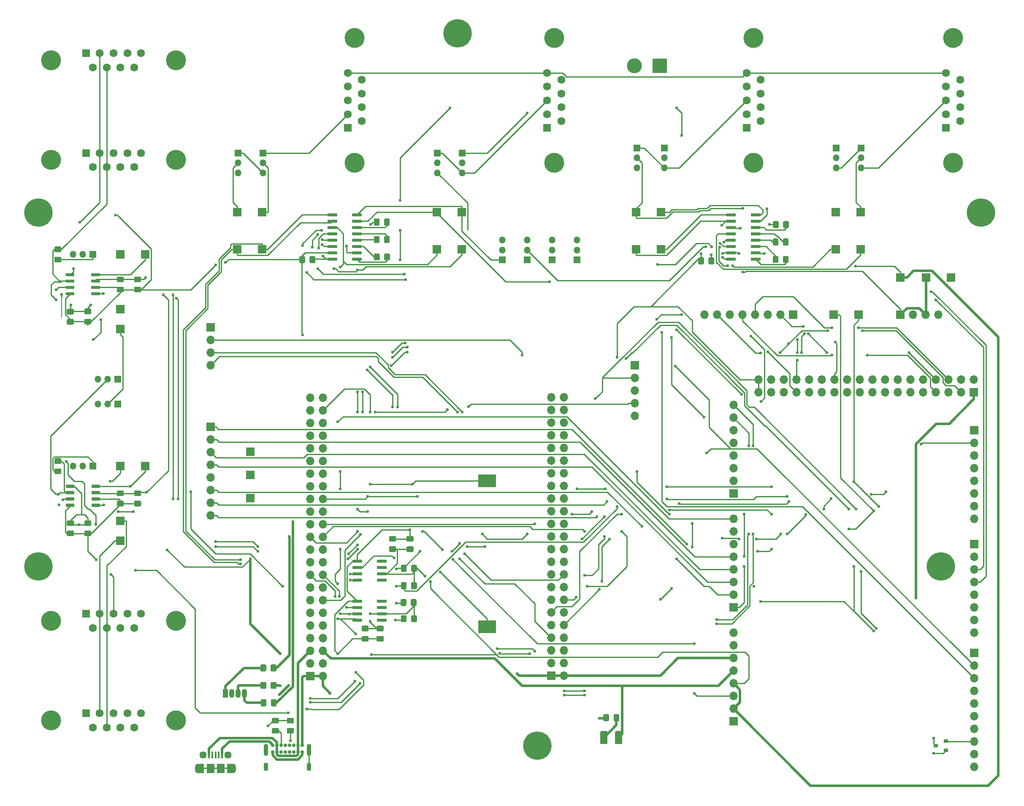
<source format=gbr>
G04 #@! TF.GenerationSoftware,KiCad,Pcbnew,5.1.5-52549c5~84~ubuntu18.04.1*
G04 #@! TF.CreationDate,2020-02-21T15:33:22+00:00*
G04 #@! TF.ProjectId,VCU_tester,5643555f-7465-4737-9465-722e6b696361,-*
G04 #@! TF.SameCoordinates,Original*
G04 #@! TF.FileFunction,Copper,L1,Top*
G04 #@! TF.FilePolarity,Positive*
%FSLAX46Y46*%
G04 Gerber Fmt 4.6, Leading zero omitted, Abs format (unit mm)*
G04 Created by KiCad (PCBNEW 5.1.5-52549c5~84~ubuntu18.04.1) date 2020-02-21 15:33:22*
%MOMM*%
%LPD*%
G04 APERTURE LIST*
%ADD10R,1.350000X1.350000*%
%ADD11O,1.350000X1.350000*%
%ADD12O,1.700000X1.700000*%
%ADD13R,1.700000X1.700000*%
%ADD14C,5.700000*%
%ADD15C,0.100000*%
%ADD16O,0.900000X1.700000*%
%ADD17O,0.900000X2.400000*%
%ADD18C,0.700000*%
%ADD19R,3.600000X2.600000*%
%ADD20R,1.600000X1.600000*%
%ADD21C,1.600000*%
%ADD22C,4.000000*%
%ADD23R,1.200000X1.900000*%
%ADD24O,1.200000X1.900000*%
%ADD25R,1.500000X1.900000*%
%ADD26C,1.450000*%
%ADD27R,0.400000X1.350000*%
%ADD28R,0.900000X0.800000*%
%ADD29C,3.000000*%
%ADD30R,3.000000X3.000000*%
%ADD31O,1.070000X1.800000*%
%ADD32R,1.070000X1.800000*%
%ADD33C,0.600000*%
%ADD34C,0.250000*%
%ADD35C,0.500000*%
%ADD36C,0.200000*%
G04 APERTURE END LIST*
D10*
X106000000Y-26500000D03*
D11*
X106000000Y-24500000D03*
X106000000Y-22500000D03*
X168000000Y-8000000D03*
X168000000Y-6000000D03*
D10*
X168000000Y-4000000D03*
D11*
X163000000Y-8000000D03*
X163000000Y-6000000D03*
D10*
X163000000Y-4000000D03*
D11*
X128500000Y-8000000D03*
X128500000Y-6000000D03*
D10*
X128500000Y-4000000D03*
D11*
X123000000Y-8000000D03*
X123000000Y-6000000D03*
D10*
X123000000Y-4000000D03*
D11*
X48000000Y-9000000D03*
X48000000Y-7000000D03*
D10*
X48000000Y-5000000D03*
D11*
X43000000Y-9000000D03*
X43000000Y-7000000D03*
D10*
X43000000Y-5000000D03*
D11*
X88000000Y-9000000D03*
X88000000Y-7000000D03*
D10*
X88000000Y-5000000D03*
D11*
X83000000Y-9000000D03*
X83000000Y-7000000D03*
D10*
X83000000Y-5000000D03*
D12*
X122600000Y-57760000D03*
X122600000Y-55220000D03*
X122600000Y-52680000D03*
X122600000Y-50140000D03*
D13*
X122600000Y-47600000D03*
D14*
X103000000Y-124000000D03*
X87000000Y19000000D03*
X184000000Y-88000000D03*
X192000000Y-17000000D03*
X3000000Y-88000000D03*
X3000000Y-17000000D03*
G04 #@! TA.AperFunction,SMDPad,CuDef*
D15*
G36*
X10034803Y-32938122D02*
G01*
X10049364Y-32940282D01*
X10063643Y-32943859D01*
X10077503Y-32948818D01*
X10090810Y-32955112D01*
X10103436Y-32962680D01*
X10115259Y-32971448D01*
X10126166Y-32981334D01*
X10136052Y-32992241D01*
X10144820Y-33004064D01*
X10152388Y-33016690D01*
X10158682Y-33029997D01*
X10163641Y-33043857D01*
X10167218Y-33058136D01*
X10169378Y-33072697D01*
X10170100Y-33087400D01*
X10170100Y-33387400D01*
X10169378Y-33402103D01*
X10167218Y-33416664D01*
X10163641Y-33430943D01*
X10158682Y-33444803D01*
X10152388Y-33458110D01*
X10144820Y-33470736D01*
X10136052Y-33482559D01*
X10126166Y-33493466D01*
X10115259Y-33503352D01*
X10103436Y-33512120D01*
X10090810Y-33519688D01*
X10077503Y-33525982D01*
X10063643Y-33530941D01*
X10049364Y-33534518D01*
X10034803Y-33536678D01*
X10020100Y-33537400D01*
X8570100Y-33537400D01*
X8555397Y-33536678D01*
X8540836Y-33534518D01*
X8526557Y-33530941D01*
X8512697Y-33525982D01*
X8499390Y-33519688D01*
X8486764Y-33512120D01*
X8474941Y-33503352D01*
X8464034Y-33493466D01*
X8454148Y-33482559D01*
X8445380Y-33470736D01*
X8437812Y-33458110D01*
X8431518Y-33444803D01*
X8426559Y-33430943D01*
X8422982Y-33416664D01*
X8420822Y-33402103D01*
X8420100Y-33387400D01*
X8420100Y-33087400D01*
X8420822Y-33072697D01*
X8422982Y-33058136D01*
X8426559Y-33043857D01*
X8431518Y-33029997D01*
X8437812Y-33016690D01*
X8445380Y-33004064D01*
X8454148Y-32992241D01*
X8464034Y-32981334D01*
X8474941Y-32971448D01*
X8486764Y-32962680D01*
X8499390Y-32955112D01*
X8512697Y-32948818D01*
X8526557Y-32943859D01*
X8540836Y-32940282D01*
X8555397Y-32938122D01*
X8570100Y-32937400D01*
X10020100Y-32937400D01*
X10034803Y-32938122D01*
G37*
G04 #@! TD.AperFunction*
G04 #@! TA.AperFunction,SMDPad,CuDef*
G36*
X10034803Y-31668122D02*
G01*
X10049364Y-31670282D01*
X10063643Y-31673859D01*
X10077503Y-31678818D01*
X10090810Y-31685112D01*
X10103436Y-31692680D01*
X10115259Y-31701448D01*
X10126166Y-31711334D01*
X10136052Y-31722241D01*
X10144820Y-31734064D01*
X10152388Y-31746690D01*
X10158682Y-31759997D01*
X10163641Y-31773857D01*
X10167218Y-31788136D01*
X10169378Y-31802697D01*
X10170100Y-31817400D01*
X10170100Y-32117400D01*
X10169378Y-32132103D01*
X10167218Y-32146664D01*
X10163641Y-32160943D01*
X10158682Y-32174803D01*
X10152388Y-32188110D01*
X10144820Y-32200736D01*
X10136052Y-32212559D01*
X10126166Y-32223466D01*
X10115259Y-32233352D01*
X10103436Y-32242120D01*
X10090810Y-32249688D01*
X10077503Y-32255982D01*
X10063643Y-32260941D01*
X10049364Y-32264518D01*
X10034803Y-32266678D01*
X10020100Y-32267400D01*
X8570100Y-32267400D01*
X8555397Y-32266678D01*
X8540836Y-32264518D01*
X8526557Y-32260941D01*
X8512697Y-32255982D01*
X8499390Y-32249688D01*
X8486764Y-32242120D01*
X8474941Y-32233352D01*
X8464034Y-32223466D01*
X8454148Y-32212559D01*
X8445380Y-32200736D01*
X8437812Y-32188110D01*
X8431518Y-32174803D01*
X8426559Y-32160943D01*
X8422982Y-32146664D01*
X8420822Y-32132103D01*
X8420100Y-32117400D01*
X8420100Y-31817400D01*
X8420822Y-31802697D01*
X8422982Y-31788136D01*
X8426559Y-31773857D01*
X8431518Y-31759997D01*
X8437812Y-31746690D01*
X8445380Y-31734064D01*
X8454148Y-31722241D01*
X8464034Y-31711334D01*
X8474941Y-31701448D01*
X8486764Y-31692680D01*
X8499390Y-31685112D01*
X8512697Y-31678818D01*
X8526557Y-31673859D01*
X8540836Y-31670282D01*
X8555397Y-31668122D01*
X8570100Y-31667400D01*
X10020100Y-31667400D01*
X10034803Y-31668122D01*
G37*
G04 #@! TD.AperFunction*
G04 #@! TA.AperFunction,SMDPad,CuDef*
G36*
X10034803Y-30398122D02*
G01*
X10049364Y-30400282D01*
X10063643Y-30403859D01*
X10077503Y-30408818D01*
X10090810Y-30415112D01*
X10103436Y-30422680D01*
X10115259Y-30431448D01*
X10126166Y-30441334D01*
X10136052Y-30452241D01*
X10144820Y-30464064D01*
X10152388Y-30476690D01*
X10158682Y-30489997D01*
X10163641Y-30503857D01*
X10167218Y-30518136D01*
X10169378Y-30532697D01*
X10170100Y-30547400D01*
X10170100Y-30847400D01*
X10169378Y-30862103D01*
X10167218Y-30876664D01*
X10163641Y-30890943D01*
X10158682Y-30904803D01*
X10152388Y-30918110D01*
X10144820Y-30930736D01*
X10136052Y-30942559D01*
X10126166Y-30953466D01*
X10115259Y-30963352D01*
X10103436Y-30972120D01*
X10090810Y-30979688D01*
X10077503Y-30985982D01*
X10063643Y-30990941D01*
X10049364Y-30994518D01*
X10034803Y-30996678D01*
X10020100Y-30997400D01*
X8570100Y-30997400D01*
X8555397Y-30996678D01*
X8540836Y-30994518D01*
X8526557Y-30990941D01*
X8512697Y-30985982D01*
X8499390Y-30979688D01*
X8486764Y-30972120D01*
X8474941Y-30963352D01*
X8464034Y-30953466D01*
X8454148Y-30942559D01*
X8445380Y-30930736D01*
X8437812Y-30918110D01*
X8431518Y-30904803D01*
X8426559Y-30890943D01*
X8422982Y-30876664D01*
X8420822Y-30862103D01*
X8420100Y-30847400D01*
X8420100Y-30547400D01*
X8420822Y-30532697D01*
X8422982Y-30518136D01*
X8426559Y-30503857D01*
X8431518Y-30489997D01*
X8437812Y-30476690D01*
X8445380Y-30464064D01*
X8454148Y-30452241D01*
X8464034Y-30441334D01*
X8474941Y-30431448D01*
X8486764Y-30422680D01*
X8499390Y-30415112D01*
X8512697Y-30408818D01*
X8526557Y-30403859D01*
X8540836Y-30400282D01*
X8555397Y-30398122D01*
X8570100Y-30397400D01*
X10020100Y-30397400D01*
X10034803Y-30398122D01*
G37*
G04 #@! TD.AperFunction*
G04 #@! TA.AperFunction,SMDPad,CuDef*
G36*
X10034803Y-29128122D02*
G01*
X10049364Y-29130282D01*
X10063643Y-29133859D01*
X10077503Y-29138818D01*
X10090810Y-29145112D01*
X10103436Y-29152680D01*
X10115259Y-29161448D01*
X10126166Y-29171334D01*
X10136052Y-29182241D01*
X10144820Y-29194064D01*
X10152388Y-29206690D01*
X10158682Y-29219997D01*
X10163641Y-29233857D01*
X10167218Y-29248136D01*
X10169378Y-29262697D01*
X10170100Y-29277400D01*
X10170100Y-29577400D01*
X10169378Y-29592103D01*
X10167218Y-29606664D01*
X10163641Y-29620943D01*
X10158682Y-29634803D01*
X10152388Y-29648110D01*
X10144820Y-29660736D01*
X10136052Y-29672559D01*
X10126166Y-29683466D01*
X10115259Y-29693352D01*
X10103436Y-29702120D01*
X10090810Y-29709688D01*
X10077503Y-29715982D01*
X10063643Y-29720941D01*
X10049364Y-29724518D01*
X10034803Y-29726678D01*
X10020100Y-29727400D01*
X8570100Y-29727400D01*
X8555397Y-29726678D01*
X8540836Y-29724518D01*
X8526557Y-29720941D01*
X8512697Y-29715982D01*
X8499390Y-29709688D01*
X8486764Y-29702120D01*
X8474941Y-29693352D01*
X8464034Y-29683466D01*
X8454148Y-29672559D01*
X8445380Y-29660736D01*
X8437812Y-29648110D01*
X8431518Y-29634803D01*
X8426559Y-29620943D01*
X8422982Y-29606664D01*
X8420822Y-29592103D01*
X8420100Y-29577400D01*
X8420100Y-29277400D01*
X8420822Y-29262697D01*
X8422982Y-29248136D01*
X8426559Y-29233857D01*
X8431518Y-29219997D01*
X8437812Y-29206690D01*
X8445380Y-29194064D01*
X8454148Y-29182241D01*
X8464034Y-29171334D01*
X8474941Y-29161448D01*
X8486764Y-29152680D01*
X8499390Y-29145112D01*
X8512697Y-29138818D01*
X8526557Y-29133859D01*
X8540836Y-29130282D01*
X8555397Y-29128122D01*
X8570100Y-29127400D01*
X10020100Y-29127400D01*
X10034803Y-29128122D01*
G37*
G04 #@! TD.AperFunction*
G04 #@! TA.AperFunction,SMDPad,CuDef*
G36*
X15184803Y-29128122D02*
G01*
X15199364Y-29130282D01*
X15213643Y-29133859D01*
X15227503Y-29138818D01*
X15240810Y-29145112D01*
X15253436Y-29152680D01*
X15265259Y-29161448D01*
X15276166Y-29171334D01*
X15286052Y-29182241D01*
X15294820Y-29194064D01*
X15302388Y-29206690D01*
X15308682Y-29219997D01*
X15313641Y-29233857D01*
X15317218Y-29248136D01*
X15319378Y-29262697D01*
X15320100Y-29277400D01*
X15320100Y-29577400D01*
X15319378Y-29592103D01*
X15317218Y-29606664D01*
X15313641Y-29620943D01*
X15308682Y-29634803D01*
X15302388Y-29648110D01*
X15294820Y-29660736D01*
X15286052Y-29672559D01*
X15276166Y-29683466D01*
X15265259Y-29693352D01*
X15253436Y-29702120D01*
X15240810Y-29709688D01*
X15227503Y-29715982D01*
X15213643Y-29720941D01*
X15199364Y-29724518D01*
X15184803Y-29726678D01*
X15170100Y-29727400D01*
X13720100Y-29727400D01*
X13705397Y-29726678D01*
X13690836Y-29724518D01*
X13676557Y-29720941D01*
X13662697Y-29715982D01*
X13649390Y-29709688D01*
X13636764Y-29702120D01*
X13624941Y-29693352D01*
X13614034Y-29683466D01*
X13604148Y-29672559D01*
X13595380Y-29660736D01*
X13587812Y-29648110D01*
X13581518Y-29634803D01*
X13576559Y-29620943D01*
X13572982Y-29606664D01*
X13570822Y-29592103D01*
X13570100Y-29577400D01*
X13570100Y-29277400D01*
X13570822Y-29262697D01*
X13572982Y-29248136D01*
X13576559Y-29233857D01*
X13581518Y-29219997D01*
X13587812Y-29206690D01*
X13595380Y-29194064D01*
X13604148Y-29182241D01*
X13614034Y-29171334D01*
X13624941Y-29161448D01*
X13636764Y-29152680D01*
X13649390Y-29145112D01*
X13662697Y-29138818D01*
X13676557Y-29133859D01*
X13690836Y-29130282D01*
X13705397Y-29128122D01*
X13720100Y-29127400D01*
X15170100Y-29127400D01*
X15184803Y-29128122D01*
G37*
G04 #@! TD.AperFunction*
G04 #@! TA.AperFunction,SMDPad,CuDef*
G36*
X15184803Y-30398122D02*
G01*
X15199364Y-30400282D01*
X15213643Y-30403859D01*
X15227503Y-30408818D01*
X15240810Y-30415112D01*
X15253436Y-30422680D01*
X15265259Y-30431448D01*
X15276166Y-30441334D01*
X15286052Y-30452241D01*
X15294820Y-30464064D01*
X15302388Y-30476690D01*
X15308682Y-30489997D01*
X15313641Y-30503857D01*
X15317218Y-30518136D01*
X15319378Y-30532697D01*
X15320100Y-30547400D01*
X15320100Y-30847400D01*
X15319378Y-30862103D01*
X15317218Y-30876664D01*
X15313641Y-30890943D01*
X15308682Y-30904803D01*
X15302388Y-30918110D01*
X15294820Y-30930736D01*
X15286052Y-30942559D01*
X15276166Y-30953466D01*
X15265259Y-30963352D01*
X15253436Y-30972120D01*
X15240810Y-30979688D01*
X15227503Y-30985982D01*
X15213643Y-30990941D01*
X15199364Y-30994518D01*
X15184803Y-30996678D01*
X15170100Y-30997400D01*
X13720100Y-30997400D01*
X13705397Y-30996678D01*
X13690836Y-30994518D01*
X13676557Y-30990941D01*
X13662697Y-30985982D01*
X13649390Y-30979688D01*
X13636764Y-30972120D01*
X13624941Y-30963352D01*
X13614034Y-30953466D01*
X13604148Y-30942559D01*
X13595380Y-30930736D01*
X13587812Y-30918110D01*
X13581518Y-30904803D01*
X13576559Y-30890943D01*
X13572982Y-30876664D01*
X13570822Y-30862103D01*
X13570100Y-30847400D01*
X13570100Y-30547400D01*
X13570822Y-30532697D01*
X13572982Y-30518136D01*
X13576559Y-30503857D01*
X13581518Y-30489997D01*
X13587812Y-30476690D01*
X13595380Y-30464064D01*
X13604148Y-30452241D01*
X13614034Y-30441334D01*
X13624941Y-30431448D01*
X13636764Y-30422680D01*
X13649390Y-30415112D01*
X13662697Y-30408818D01*
X13676557Y-30403859D01*
X13690836Y-30400282D01*
X13705397Y-30398122D01*
X13720100Y-30397400D01*
X15170100Y-30397400D01*
X15184803Y-30398122D01*
G37*
G04 #@! TD.AperFunction*
G04 #@! TA.AperFunction,SMDPad,CuDef*
G36*
X15184803Y-31668122D02*
G01*
X15199364Y-31670282D01*
X15213643Y-31673859D01*
X15227503Y-31678818D01*
X15240810Y-31685112D01*
X15253436Y-31692680D01*
X15265259Y-31701448D01*
X15276166Y-31711334D01*
X15286052Y-31722241D01*
X15294820Y-31734064D01*
X15302388Y-31746690D01*
X15308682Y-31759997D01*
X15313641Y-31773857D01*
X15317218Y-31788136D01*
X15319378Y-31802697D01*
X15320100Y-31817400D01*
X15320100Y-32117400D01*
X15319378Y-32132103D01*
X15317218Y-32146664D01*
X15313641Y-32160943D01*
X15308682Y-32174803D01*
X15302388Y-32188110D01*
X15294820Y-32200736D01*
X15286052Y-32212559D01*
X15276166Y-32223466D01*
X15265259Y-32233352D01*
X15253436Y-32242120D01*
X15240810Y-32249688D01*
X15227503Y-32255982D01*
X15213643Y-32260941D01*
X15199364Y-32264518D01*
X15184803Y-32266678D01*
X15170100Y-32267400D01*
X13720100Y-32267400D01*
X13705397Y-32266678D01*
X13690836Y-32264518D01*
X13676557Y-32260941D01*
X13662697Y-32255982D01*
X13649390Y-32249688D01*
X13636764Y-32242120D01*
X13624941Y-32233352D01*
X13614034Y-32223466D01*
X13604148Y-32212559D01*
X13595380Y-32200736D01*
X13587812Y-32188110D01*
X13581518Y-32174803D01*
X13576559Y-32160943D01*
X13572982Y-32146664D01*
X13570822Y-32132103D01*
X13570100Y-32117400D01*
X13570100Y-31817400D01*
X13570822Y-31802697D01*
X13572982Y-31788136D01*
X13576559Y-31773857D01*
X13581518Y-31759997D01*
X13587812Y-31746690D01*
X13595380Y-31734064D01*
X13604148Y-31722241D01*
X13614034Y-31711334D01*
X13624941Y-31701448D01*
X13636764Y-31692680D01*
X13649390Y-31685112D01*
X13662697Y-31678818D01*
X13676557Y-31673859D01*
X13690836Y-31670282D01*
X13705397Y-31668122D01*
X13720100Y-31667400D01*
X15170100Y-31667400D01*
X15184803Y-31668122D01*
G37*
G04 #@! TD.AperFunction*
G04 #@! TA.AperFunction,SMDPad,CuDef*
G36*
X15184803Y-32938122D02*
G01*
X15199364Y-32940282D01*
X15213643Y-32943859D01*
X15227503Y-32948818D01*
X15240810Y-32955112D01*
X15253436Y-32962680D01*
X15265259Y-32971448D01*
X15276166Y-32981334D01*
X15286052Y-32992241D01*
X15294820Y-33004064D01*
X15302388Y-33016690D01*
X15308682Y-33029997D01*
X15313641Y-33043857D01*
X15317218Y-33058136D01*
X15319378Y-33072697D01*
X15320100Y-33087400D01*
X15320100Y-33387400D01*
X15319378Y-33402103D01*
X15317218Y-33416664D01*
X15313641Y-33430943D01*
X15308682Y-33444803D01*
X15302388Y-33458110D01*
X15294820Y-33470736D01*
X15286052Y-33482559D01*
X15276166Y-33493466D01*
X15265259Y-33503352D01*
X15253436Y-33512120D01*
X15240810Y-33519688D01*
X15227503Y-33525982D01*
X15213643Y-33530941D01*
X15199364Y-33534518D01*
X15184803Y-33536678D01*
X15170100Y-33537400D01*
X13720100Y-33537400D01*
X13705397Y-33536678D01*
X13690836Y-33534518D01*
X13676557Y-33530941D01*
X13662697Y-33525982D01*
X13649390Y-33519688D01*
X13636764Y-33512120D01*
X13624941Y-33503352D01*
X13614034Y-33493466D01*
X13604148Y-33482559D01*
X13595380Y-33470736D01*
X13587812Y-33458110D01*
X13581518Y-33444803D01*
X13576559Y-33430943D01*
X13572982Y-33416664D01*
X13570822Y-33402103D01*
X13570100Y-33387400D01*
X13570100Y-33087400D01*
X13570822Y-33072697D01*
X13572982Y-33058136D01*
X13576559Y-33043857D01*
X13581518Y-33029997D01*
X13587812Y-33016690D01*
X13595380Y-33004064D01*
X13604148Y-32992241D01*
X13614034Y-32981334D01*
X13624941Y-32971448D01*
X13636764Y-32962680D01*
X13649390Y-32955112D01*
X13662697Y-32948818D01*
X13676557Y-32943859D01*
X13690836Y-32940282D01*
X13705397Y-32938122D01*
X13720100Y-32937400D01*
X15170100Y-32937400D01*
X15184803Y-32938122D01*
G37*
G04 #@! TD.AperFunction*
G04 #@! TA.AperFunction,SMDPad,CuDef*
G36*
X10059803Y-75438122D02*
G01*
X10074364Y-75440282D01*
X10088643Y-75443859D01*
X10102503Y-75448818D01*
X10115810Y-75455112D01*
X10128436Y-75462680D01*
X10140259Y-75471448D01*
X10151166Y-75481334D01*
X10161052Y-75492241D01*
X10169820Y-75504064D01*
X10177388Y-75516690D01*
X10183682Y-75529997D01*
X10188641Y-75543857D01*
X10192218Y-75558136D01*
X10194378Y-75572697D01*
X10195100Y-75587400D01*
X10195100Y-75887400D01*
X10194378Y-75902103D01*
X10192218Y-75916664D01*
X10188641Y-75930943D01*
X10183682Y-75944803D01*
X10177388Y-75958110D01*
X10169820Y-75970736D01*
X10161052Y-75982559D01*
X10151166Y-75993466D01*
X10140259Y-76003352D01*
X10128436Y-76012120D01*
X10115810Y-76019688D01*
X10102503Y-76025982D01*
X10088643Y-76030941D01*
X10074364Y-76034518D01*
X10059803Y-76036678D01*
X10045100Y-76037400D01*
X8595100Y-76037400D01*
X8580397Y-76036678D01*
X8565836Y-76034518D01*
X8551557Y-76030941D01*
X8537697Y-76025982D01*
X8524390Y-76019688D01*
X8511764Y-76012120D01*
X8499941Y-76003352D01*
X8489034Y-75993466D01*
X8479148Y-75982559D01*
X8470380Y-75970736D01*
X8462812Y-75958110D01*
X8456518Y-75944803D01*
X8451559Y-75930943D01*
X8447982Y-75916664D01*
X8445822Y-75902103D01*
X8445100Y-75887400D01*
X8445100Y-75587400D01*
X8445822Y-75572697D01*
X8447982Y-75558136D01*
X8451559Y-75543857D01*
X8456518Y-75529997D01*
X8462812Y-75516690D01*
X8470380Y-75504064D01*
X8479148Y-75492241D01*
X8489034Y-75481334D01*
X8499941Y-75471448D01*
X8511764Y-75462680D01*
X8524390Y-75455112D01*
X8537697Y-75448818D01*
X8551557Y-75443859D01*
X8565836Y-75440282D01*
X8580397Y-75438122D01*
X8595100Y-75437400D01*
X10045100Y-75437400D01*
X10059803Y-75438122D01*
G37*
G04 #@! TD.AperFunction*
G04 #@! TA.AperFunction,SMDPad,CuDef*
G36*
X10059803Y-74168122D02*
G01*
X10074364Y-74170282D01*
X10088643Y-74173859D01*
X10102503Y-74178818D01*
X10115810Y-74185112D01*
X10128436Y-74192680D01*
X10140259Y-74201448D01*
X10151166Y-74211334D01*
X10161052Y-74222241D01*
X10169820Y-74234064D01*
X10177388Y-74246690D01*
X10183682Y-74259997D01*
X10188641Y-74273857D01*
X10192218Y-74288136D01*
X10194378Y-74302697D01*
X10195100Y-74317400D01*
X10195100Y-74617400D01*
X10194378Y-74632103D01*
X10192218Y-74646664D01*
X10188641Y-74660943D01*
X10183682Y-74674803D01*
X10177388Y-74688110D01*
X10169820Y-74700736D01*
X10161052Y-74712559D01*
X10151166Y-74723466D01*
X10140259Y-74733352D01*
X10128436Y-74742120D01*
X10115810Y-74749688D01*
X10102503Y-74755982D01*
X10088643Y-74760941D01*
X10074364Y-74764518D01*
X10059803Y-74766678D01*
X10045100Y-74767400D01*
X8595100Y-74767400D01*
X8580397Y-74766678D01*
X8565836Y-74764518D01*
X8551557Y-74760941D01*
X8537697Y-74755982D01*
X8524390Y-74749688D01*
X8511764Y-74742120D01*
X8499941Y-74733352D01*
X8489034Y-74723466D01*
X8479148Y-74712559D01*
X8470380Y-74700736D01*
X8462812Y-74688110D01*
X8456518Y-74674803D01*
X8451559Y-74660943D01*
X8447982Y-74646664D01*
X8445822Y-74632103D01*
X8445100Y-74617400D01*
X8445100Y-74317400D01*
X8445822Y-74302697D01*
X8447982Y-74288136D01*
X8451559Y-74273857D01*
X8456518Y-74259997D01*
X8462812Y-74246690D01*
X8470380Y-74234064D01*
X8479148Y-74222241D01*
X8489034Y-74211334D01*
X8499941Y-74201448D01*
X8511764Y-74192680D01*
X8524390Y-74185112D01*
X8537697Y-74178818D01*
X8551557Y-74173859D01*
X8565836Y-74170282D01*
X8580397Y-74168122D01*
X8595100Y-74167400D01*
X10045100Y-74167400D01*
X10059803Y-74168122D01*
G37*
G04 #@! TD.AperFunction*
G04 #@! TA.AperFunction,SMDPad,CuDef*
G36*
X10059803Y-72898122D02*
G01*
X10074364Y-72900282D01*
X10088643Y-72903859D01*
X10102503Y-72908818D01*
X10115810Y-72915112D01*
X10128436Y-72922680D01*
X10140259Y-72931448D01*
X10151166Y-72941334D01*
X10161052Y-72952241D01*
X10169820Y-72964064D01*
X10177388Y-72976690D01*
X10183682Y-72989997D01*
X10188641Y-73003857D01*
X10192218Y-73018136D01*
X10194378Y-73032697D01*
X10195100Y-73047400D01*
X10195100Y-73347400D01*
X10194378Y-73362103D01*
X10192218Y-73376664D01*
X10188641Y-73390943D01*
X10183682Y-73404803D01*
X10177388Y-73418110D01*
X10169820Y-73430736D01*
X10161052Y-73442559D01*
X10151166Y-73453466D01*
X10140259Y-73463352D01*
X10128436Y-73472120D01*
X10115810Y-73479688D01*
X10102503Y-73485982D01*
X10088643Y-73490941D01*
X10074364Y-73494518D01*
X10059803Y-73496678D01*
X10045100Y-73497400D01*
X8595100Y-73497400D01*
X8580397Y-73496678D01*
X8565836Y-73494518D01*
X8551557Y-73490941D01*
X8537697Y-73485982D01*
X8524390Y-73479688D01*
X8511764Y-73472120D01*
X8499941Y-73463352D01*
X8489034Y-73453466D01*
X8479148Y-73442559D01*
X8470380Y-73430736D01*
X8462812Y-73418110D01*
X8456518Y-73404803D01*
X8451559Y-73390943D01*
X8447982Y-73376664D01*
X8445822Y-73362103D01*
X8445100Y-73347400D01*
X8445100Y-73047400D01*
X8445822Y-73032697D01*
X8447982Y-73018136D01*
X8451559Y-73003857D01*
X8456518Y-72989997D01*
X8462812Y-72976690D01*
X8470380Y-72964064D01*
X8479148Y-72952241D01*
X8489034Y-72941334D01*
X8499941Y-72931448D01*
X8511764Y-72922680D01*
X8524390Y-72915112D01*
X8537697Y-72908818D01*
X8551557Y-72903859D01*
X8565836Y-72900282D01*
X8580397Y-72898122D01*
X8595100Y-72897400D01*
X10045100Y-72897400D01*
X10059803Y-72898122D01*
G37*
G04 #@! TD.AperFunction*
G04 #@! TA.AperFunction,SMDPad,CuDef*
G36*
X10059803Y-71628122D02*
G01*
X10074364Y-71630282D01*
X10088643Y-71633859D01*
X10102503Y-71638818D01*
X10115810Y-71645112D01*
X10128436Y-71652680D01*
X10140259Y-71661448D01*
X10151166Y-71671334D01*
X10161052Y-71682241D01*
X10169820Y-71694064D01*
X10177388Y-71706690D01*
X10183682Y-71719997D01*
X10188641Y-71733857D01*
X10192218Y-71748136D01*
X10194378Y-71762697D01*
X10195100Y-71777400D01*
X10195100Y-72077400D01*
X10194378Y-72092103D01*
X10192218Y-72106664D01*
X10188641Y-72120943D01*
X10183682Y-72134803D01*
X10177388Y-72148110D01*
X10169820Y-72160736D01*
X10161052Y-72172559D01*
X10151166Y-72183466D01*
X10140259Y-72193352D01*
X10128436Y-72202120D01*
X10115810Y-72209688D01*
X10102503Y-72215982D01*
X10088643Y-72220941D01*
X10074364Y-72224518D01*
X10059803Y-72226678D01*
X10045100Y-72227400D01*
X8595100Y-72227400D01*
X8580397Y-72226678D01*
X8565836Y-72224518D01*
X8551557Y-72220941D01*
X8537697Y-72215982D01*
X8524390Y-72209688D01*
X8511764Y-72202120D01*
X8499941Y-72193352D01*
X8489034Y-72183466D01*
X8479148Y-72172559D01*
X8470380Y-72160736D01*
X8462812Y-72148110D01*
X8456518Y-72134803D01*
X8451559Y-72120943D01*
X8447982Y-72106664D01*
X8445822Y-72092103D01*
X8445100Y-72077400D01*
X8445100Y-71777400D01*
X8445822Y-71762697D01*
X8447982Y-71748136D01*
X8451559Y-71733857D01*
X8456518Y-71719997D01*
X8462812Y-71706690D01*
X8470380Y-71694064D01*
X8479148Y-71682241D01*
X8489034Y-71671334D01*
X8499941Y-71661448D01*
X8511764Y-71652680D01*
X8524390Y-71645112D01*
X8537697Y-71638818D01*
X8551557Y-71633859D01*
X8565836Y-71630282D01*
X8580397Y-71628122D01*
X8595100Y-71627400D01*
X10045100Y-71627400D01*
X10059803Y-71628122D01*
G37*
G04 #@! TD.AperFunction*
G04 #@! TA.AperFunction,SMDPad,CuDef*
G36*
X15209803Y-71628122D02*
G01*
X15224364Y-71630282D01*
X15238643Y-71633859D01*
X15252503Y-71638818D01*
X15265810Y-71645112D01*
X15278436Y-71652680D01*
X15290259Y-71661448D01*
X15301166Y-71671334D01*
X15311052Y-71682241D01*
X15319820Y-71694064D01*
X15327388Y-71706690D01*
X15333682Y-71719997D01*
X15338641Y-71733857D01*
X15342218Y-71748136D01*
X15344378Y-71762697D01*
X15345100Y-71777400D01*
X15345100Y-72077400D01*
X15344378Y-72092103D01*
X15342218Y-72106664D01*
X15338641Y-72120943D01*
X15333682Y-72134803D01*
X15327388Y-72148110D01*
X15319820Y-72160736D01*
X15311052Y-72172559D01*
X15301166Y-72183466D01*
X15290259Y-72193352D01*
X15278436Y-72202120D01*
X15265810Y-72209688D01*
X15252503Y-72215982D01*
X15238643Y-72220941D01*
X15224364Y-72224518D01*
X15209803Y-72226678D01*
X15195100Y-72227400D01*
X13745100Y-72227400D01*
X13730397Y-72226678D01*
X13715836Y-72224518D01*
X13701557Y-72220941D01*
X13687697Y-72215982D01*
X13674390Y-72209688D01*
X13661764Y-72202120D01*
X13649941Y-72193352D01*
X13639034Y-72183466D01*
X13629148Y-72172559D01*
X13620380Y-72160736D01*
X13612812Y-72148110D01*
X13606518Y-72134803D01*
X13601559Y-72120943D01*
X13597982Y-72106664D01*
X13595822Y-72092103D01*
X13595100Y-72077400D01*
X13595100Y-71777400D01*
X13595822Y-71762697D01*
X13597982Y-71748136D01*
X13601559Y-71733857D01*
X13606518Y-71719997D01*
X13612812Y-71706690D01*
X13620380Y-71694064D01*
X13629148Y-71682241D01*
X13639034Y-71671334D01*
X13649941Y-71661448D01*
X13661764Y-71652680D01*
X13674390Y-71645112D01*
X13687697Y-71638818D01*
X13701557Y-71633859D01*
X13715836Y-71630282D01*
X13730397Y-71628122D01*
X13745100Y-71627400D01*
X15195100Y-71627400D01*
X15209803Y-71628122D01*
G37*
G04 #@! TD.AperFunction*
G04 #@! TA.AperFunction,SMDPad,CuDef*
G36*
X15209803Y-72898122D02*
G01*
X15224364Y-72900282D01*
X15238643Y-72903859D01*
X15252503Y-72908818D01*
X15265810Y-72915112D01*
X15278436Y-72922680D01*
X15290259Y-72931448D01*
X15301166Y-72941334D01*
X15311052Y-72952241D01*
X15319820Y-72964064D01*
X15327388Y-72976690D01*
X15333682Y-72989997D01*
X15338641Y-73003857D01*
X15342218Y-73018136D01*
X15344378Y-73032697D01*
X15345100Y-73047400D01*
X15345100Y-73347400D01*
X15344378Y-73362103D01*
X15342218Y-73376664D01*
X15338641Y-73390943D01*
X15333682Y-73404803D01*
X15327388Y-73418110D01*
X15319820Y-73430736D01*
X15311052Y-73442559D01*
X15301166Y-73453466D01*
X15290259Y-73463352D01*
X15278436Y-73472120D01*
X15265810Y-73479688D01*
X15252503Y-73485982D01*
X15238643Y-73490941D01*
X15224364Y-73494518D01*
X15209803Y-73496678D01*
X15195100Y-73497400D01*
X13745100Y-73497400D01*
X13730397Y-73496678D01*
X13715836Y-73494518D01*
X13701557Y-73490941D01*
X13687697Y-73485982D01*
X13674390Y-73479688D01*
X13661764Y-73472120D01*
X13649941Y-73463352D01*
X13639034Y-73453466D01*
X13629148Y-73442559D01*
X13620380Y-73430736D01*
X13612812Y-73418110D01*
X13606518Y-73404803D01*
X13601559Y-73390943D01*
X13597982Y-73376664D01*
X13595822Y-73362103D01*
X13595100Y-73347400D01*
X13595100Y-73047400D01*
X13595822Y-73032697D01*
X13597982Y-73018136D01*
X13601559Y-73003857D01*
X13606518Y-72989997D01*
X13612812Y-72976690D01*
X13620380Y-72964064D01*
X13629148Y-72952241D01*
X13639034Y-72941334D01*
X13649941Y-72931448D01*
X13661764Y-72922680D01*
X13674390Y-72915112D01*
X13687697Y-72908818D01*
X13701557Y-72903859D01*
X13715836Y-72900282D01*
X13730397Y-72898122D01*
X13745100Y-72897400D01*
X15195100Y-72897400D01*
X15209803Y-72898122D01*
G37*
G04 #@! TD.AperFunction*
G04 #@! TA.AperFunction,SMDPad,CuDef*
G36*
X15209803Y-74168122D02*
G01*
X15224364Y-74170282D01*
X15238643Y-74173859D01*
X15252503Y-74178818D01*
X15265810Y-74185112D01*
X15278436Y-74192680D01*
X15290259Y-74201448D01*
X15301166Y-74211334D01*
X15311052Y-74222241D01*
X15319820Y-74234064D01*
X15327388Y-74246690D01*
X15333682Y-74259997D01*
X15338641Y-74273857D01*
X15342218Y-74288136D01*
X15344378Y-74302697D01*
X15345100Y-74317400D01*
X15345100Y-74617400D01*
X15344378Y-74632103D01*
X15342218Y-74646664D01*
X15338641Y-74660943D01*
X15333682Y-74674803D01*
X15327388Y-74688110D01*
X15319820Y-74700736D01*
X15311052Y-74712559D01*
X15301166Y-74723466D01*
X15290259Y-74733352D01*
X15278436Y-74742120D01*
X15265810Y-74749688D01*
X15252503Y-74755982D01*
X15238643Y-74760941D01*
X15224364Y-74764518D01*
X15209803Y-74766678D01*
X15195100Y-74767400D01*
X13745100Y-74767400D01*
X13730397Y-74766678D01*
X13715836Y-74764518D01*
X13701557Y-74760941D01*
X13687697Y-74755982D01*
X13674390Y-74749688D01*
X13661764Y-74742120D01*
X13649941Y-74733352D01*
X13639034Y-74723466D01*
X13629148Y-74712559D01*
X13620380Y-74700736D01*
X13612812Y-74688110D01*
X13606518Y-74674803D01*
X13601559Y-74660943D01*
X13597982Y-74646664D01*
X13595822Y-74632103D01*
X13595100Y-74617400D01*
X13595100Y-74317400D01*
X13595822Y-74302697D01*
X13597982Y-74288136D01*
X13601559Y-74273857D01*
X13606518Y-74259997D01*
X13612812Y-74246690D01*
X13620380Y-74234064D01*
X13629148Y-74222241D01*
X13639034Y-74211334D01*
X13649941Y-74201448D01*
X13661764Y-74192680D01*
X13674390Y-74185112D01*
X13687697Y-74178818D01*
X13701557Y-74173859D01*
X13715836Y-74170282D01*
X13730397Y-74168122D01*
X13745100Y-74167400D01*
X15195100Y-74167400D01*
X15209803Y-74168122D01*
G37*
G04 #@! TD.AperFunction*
G04 #@! TA.AperFunction,SMDPad,CuDef*
G36*
X15209803Y-75438122D02*
G01*
X15224364Y-75440282D01*
X15238643Y-75443859D01*
X15252503Y-75448818D01*
X15265810Y-75455112D01*
X15278436Y-75462680D01*
X15290259Y-75471448D01*
X15301166Y-75481334D01*
X15311052Y-75492241D01*
X15319820Y-75504064D01*
X15327388Y-75516690D01*
X15333682Y-75529997D01*
X15338641Y-75543857D01*
X15342218Y-75558136D01*
X15344378Y-75572697D01*
X15345100Y-75587400D01*
X15345100Y-75887400D01*
X15344378Y-75902103D01*
X15342218Y-75916664D01*
X15338641Y-75930943D01*
X15333682Y-75944803D01*
X15327388Y-75958110D01*
X15319820Y-75970736D01*
X15311052Y-75982559D01*
X15301166Y-75993466D01*
X15290259Y-76003352D01*
X15278436Y-76012120D01*
X15265810Y-76019688D01*
X15252503Y-76025982D01*
X15238643Y-76030941D01*
X15224364Y-76034518D01*
X15209803Y-76036678D01*
X15195100Y-76037400D01*
X13745100Y-76037400D01*
X13730397Y-76036678D01*
X13715836Y-76034518D01*
X13701557Y-76030941D01*
X13687697Y-76025982D01*
X13674390Y-76019688D01*
X13661764Y-76012120D01*
X13649941Y-76003352D01*
X13639034Y-75993466D01*
X13629148Y-75982559D01*
X13620380Y-75970736D01*
X13612812Y-75958110D01*
X13606518Y-75944803D01*
X13601559Y-75930943D01*
X13597982Y-75916664D01*
X13595822Y-75902103D01*
X13595100Y-75887400D01*
X13595100Y-75587400D01*
X13595822Y-75572697D01*
X13597982Y-75558136D01*
X13601559Y-75543857D01*
X13606518Y-75529997D01*
X13612812Y-75516690D01*
X13620380Y-75504064D01*
X13629148Y-75492241D01*
X13639034Y-75481334D01*
X13649941Y-75471448D01*
X13661764Y-75462680D01*
X13674390Y-75455112D01*
X13687697Y-75448818D01*
X13701557Y-75443859D01*
X13715836Y-75440282D01*
X13730397Y-75438122D01*
X13745100Y-75437400D01*
X15195100Y-75437400D01*
X15209803Y-75438122D01*
G37*
G04 #@! TD.AperFunction*
D16*
X57220000Y-128260000D03*
X48570000Y-128260000D03*
D17*
X57220000Y-124880000D03*
X48570000Y-124880000D03*
D18*
X53320000Y-125250000D03*
X55870000Y-125250000D03*
X55020000Y-125250000D03*
X54170000Y-125250000D03*
X49920000Y-125250000D03*
X51620000Y-125250000D03*
X52470000Y-125250000D03*
X50770000Y-125250000D03*
X55870000Y-123900000D03*
X55020000Y-123900000D03*
X54170000Y-123900000D03*
X53320000Y-123900000D03*
X52470000Y-123900000D03*
X51620000Y-123900000D03*
X50770000Y-123900000D03*
X49920000Y-123900000D03*
G04 #@! TA.AperFunction,SMDPad,CuDef*
D15*
G36*
X50974505Y-120426204D02*
G01*
X50998773Y-120429804D01*
X51022572Y-120435765D01*
X51045671Y-120444030D01*
X51067850Y-120454520D01*
X51088893Y-120467132D01*
X51108599Y-120481747D01*
X51126777Y-120498223D01*
X51143253Y-120516401D01*
X51157868Y-120536107D01*
X51170480Y-120557150D01*
X51180970Y-120579329D01*
X51189235Y-120602428D01*
X51195196Y-120626227D01*
X51198796Y-120650495D01*
X51200000Y-120674999D01*
X51200000Y-121325001D01*
X51198796Y-121349505D01*
X51195196Y-121373773D01*
X51189235Y-121397572D01*
X51180970Y-121420671D01*
X51170480Y-121442850D01*
X51157868Y-121463893D01*
X51143253Y-121483599D01*
X51126777Y-121501777D01*
X51108599Y-121518253D01*
X51088893Y-121532868D01*
X51067850Y-121545480D01*
X51045671Y-121555970D01*
X51022572Y-121564235D01*
X50998773Y-121570196D01*
X50974505Y-121573796D01*
X50950001Y-121575000D01*
X50049999Y-121575000D01*
X50025495Y-121573796D01*
X50001227Y-121570196D01*
X49977428Y-121564235D01*
X49954329Y-121555970D01*
X49932150Y-121545480D01*
X49911107Y-121532868D01*
X49891401Y-121518253D01*
X49873223Y-121501777D01*
X49856747Y-121483599D01*
X49842132Y-121463893D01*
X49829520Y-121442850D01*
X49819030Y-121420671D01*
X49810765Y-121397572D01*
X49804804Y-121373773D01*
X49801204Y-121349505D01*
X49800000Y-121325001D01*
X49800000Y-120674999D01*
X49801204Y-120650495D01*
X49804804Y-120626227D01*
X49810765Y-120602428D01*
X49819030Y-120579329D01*
X49829520Y-120557150D01*
X49842132Y-120536107D01*
X49856747Y-120516401D01*
X49873223Y-120498223D01*
X49891401Y-120481747D01*
X49911107Y-120467132D01*
X49932150Y-120454520D01*
X49954329Y-120444030D01*
X49977428Y-120435765D01*
X50001227Y-120429804D01*
X50025495Y-120426204D01*
X50049999Y-120425000D01*
X50950001Y-120425000D01*
X50974505Y-120426204D01*
G37*
G04 #@! TD.AperFunction*
G04 #@! TA.AperFunction,SMDPad,CuDef*
G36*
X50974505Y-118376204D02*
G01*
X50998773Y-118379804D01*
X51022572Y-118385765D01*
X51045671Y-118394030D01*
X51067850Y-118404520D01*
X51088893Y-118417132D01*
X51108599Y-118431747D01*
X51126777Y-118448223D01*
X51143253Y-118466401D01*
X51157868Y-118486107D01*
X51170480Y-118507150D01*
X51180970Y-118529329D01*
X51189235Y-118552428D01*
X51195196Y-118576227D01*
X51198796Y-118600495D01*
X51200000Y-118624999D01*
X51200000Y-119275001D01*
X51198796Y-119299505D01*
X51195196Y-119323773D01*
X51189235Y-119347572D01*
X51180970Y-119370671D01*
X51170480Y-119392850D01*
X51157868Y-119413893D01*
X51143253Y-119433599D01*
X51126777Y-119451777D01*
X51108599Y-119468253D01*
X51088893Y-119482868D01*
X51067850Y-119495480D01*
X51045671Y-119505970D01*
X51022572Y-119514235D01*
X50998773Y-119520196D01*
X50974505Y-119523796D01*
X50950001Y-119525000D01*
X50049999Y-119525000D01*
X50025495Y-119523796D01*
X50001227Y-119520196D01*
X49977428Y-119514235D01*
X49954329Y-119505970D01*
X49932150Y-119495480D01*
X49911107Y-119482868D01*
X49891401Y-119468253D01*
X49873223Y-119451777D01*
X49856747Y-119433599D01*
X49842132Y-119413893D01*
X49829520Y-119392850D01*
X49819030Y-119370671D01*
X49810765Y-119347572D01*
X49804804Y-119323773D01*
X49801204Y-119299505D01*
X49800000Y-119275001D01*
X49800000Y-118624999D01*
X49801204Y-118600495D01*
X49804804Y-118576227D01*
X49810765Y-118552428D01*
X49819030Y-118529329D01*
X49829520Y-118507150D01*
X49842132Y-118486107D01*
X49856747Y-118466401D01*
X49873223Y-118448223D01*
X49891401Y-118431747D01*
X49911107Y-118417132D01*
X49932150Y-118404520D01*
X49954329Y-118394030D01*
X49977428Y-118385765D01*
X50001227Y-118379804D01*
X50025495Y-118376204D01*
X50049999Y-118375000D01*
X50950001Y-118375000D01*
X50974505Y-118376204D01*
G37*
G04 #@! TD.AperFunction*
G04 #@! TA.AperFunction,SMDPad,CuDef*
G36*
X53974505Y-120426204D02*
G01*
X53998773Y-120429804D01*
X54022572Y-120435765D01*
X54045671Y-120444030D01*
X54067850Y-120454520D01*
X54088893Y-120467132D01*
X54108599Y-120481747D01*
X54126777Y-120498223D01*
X54143253Y-120516401D01*
X54157868Y-120536107D01*
X54170480Y-120557150D01*
X54180970Y-120579329D01*
X54189235Y-120602428D01*
X54195196Y-120626227D01*
X54198796Y-120650495D01*
X54200000Y-120674999D01*
X54200000Y-121325001D01*
X54198796Y-121349505D01*
X54195196Y-121373773D01*
X54189235Y-121397572D01*
X54180970Y-121420671D01*
X54170480Y-121442850D01*
X54157868Y-121463893D01*
X54143253Y-121483599D01*
X54126777Y-121501777D01*
X54108599Y-121518253D01*
X54088893Y-121532868D01*
X54067850Y-121545480D01*
X54045671Y-121555970D01*
X54022572Y-121564235D01*
X53998773Y-121570196D01*
X53974505Y-121573796D01*
X53950001Y-121575000D01*
X53049999Y-121575000D01*
X53025495Y-121573796D01*
X53001227Y-121570196D01*
X52977428Y-121564235D01*
X52954329Y-121555970D01*
X52932150Y-121545480D01*
X52911107Y-121532868D01*
X52891401Y-121518253D01*
X52873223Y-121501777D01*
X52856747Y-121483599D01*
X52842132Y-121463893D01*
X52829520Y-121442850D01*
X52819030Y-121420671D01*
X52810765Y-121397572D01*
X52804804Y-121373773D01*
X52801204Y-121349505D01*
X52800000Y-121325001D01*
X52800000Y-120674999D01*
X52801204Y-120650495D01*
X52804804Y-120626227D01*
X52810765Y-120602428D01*
X52819030Y-120579329D01*
X52829520Y-120557150D01*
X52842132Y-120536107D01*
X52856747Y-120516401D01*
X52873223Y-120498223D01*
X52891401Y-120481747D01*
X52911107Y-120467132D01*
X52932150Y-120454520D01*
X52954329Y-120444030D01*
X52977428Y-120435765D01*
X53001227Y-120429804D01*
X53025495Y-120426204D01*
X53049999Y-120425000D01*
X53950001Y-120425000D01*
X53974505Y-120426204D01*
G37*
G04 #@! TD.AperFunction*
G04 #@! TA.AperFunction,SMDPad,CuDef*
G36*
X53974505Y-118376204D02*
G01*
X53998773Y-118379804D01*
X54022572Y-118385765D01*
X54045671Y-118394030D01*
X54067850Y-118404520D01*
X54088893Y-118417132D01*
X54108599Y-118431747D01*
X54126777Y-118448223D01*
X54143253Y-118466401D01*
X54157868Y-118486107D01*
X54170480Y-118507150D01*
X54180970Y-118529329D01*
X54189235Y-118552428D01*
X54195196Y-118576227D01*
X54198796Y-118600495D01*
X54200000Y-118624999D01*
X54200000Y-119275001D01*
X54198796Y-119299505D01*
X54195196Y-119323773D01*
X54189235Y-119347572D01*
X54180970Y-119370671D01*
X54170480Y-119392850D01*
X54157868Y-119413893D01*
X54143253Y-119433599D01*
X54126777Y-119451777D01*
X54108599Y-119468253D01*
X54088893Y-119482868D01*
X54067850Y-119495480D01*
X54045671Y-119505970D01*
X54022572Y-119514235D01*
X53998773Y-119520196D01*
X53974505Y-119523796D01*
X53950001Y-119525000D01*
X53049999Y-119525000D01*
X53025495Y-119523796D01*
X53001227Y-119520196D01*
X52977428Y-119514235D01*
X52954329Y-119505970D01*
X52932150Y-119495480D01*
X52911107Y-119482868D01*
X52891401Y-119468253D01*
X52873223Y-119451777D01*
X52856747Y-119433599D01*
X52842132Y-119413893D01*
X52829520Y-119392850D01*
X52819030Y-119370671D01*
X52810765Y-119347572D01*
X52804804Y-119323773D01*
X52801204Y-119299505D01*
X52800000Y-119275001D01*
X52800000Y-118624999D01*
X52801204Y-118600495D01*
X52804804Y-118576227D01*
X52810765Y-118552428D01*
X52819030Y-118529329D01*
X52829520Y-118507150D01*
X52842132Y-118486107D01*
X52856747Y-118466401D01*
X52873223Y-118448223D01*
X52891401Y-118431747D01*
X52911107Y-118417132D01*
X52932150Y-118404520D01*
X52954329Y-118394030D01*
X52977428Y-118385765D01*
X53001227Y-118379804D01*
X53025495Y-118376204D01*
X53049999Y-118375000D01*
X53950001Y-118375000D01*
X53974505Y-118376204D01*
G37*
G04 #@! TD.AperFunction*
G04 #@! TA.AperFunction,SMDPad,CuDef*
G36*
X77974505Y-81901204D02*
G01*
X77998773Y-81904804D01*
X78022572Y-81910765D01*
X78045671Y-81919030D01*
X78067850Y-81929520D01*
X78088893Y-81942132D01*
X78108599Y-81956747D01*
X78126777Y-81973223D01*
X78143253Y-81991401D01*
X78157868Y-82011107D01*
X78170480Y-82032150D01*
X78180970Y-82054329D01*
X78189235Y-82077428D01*
X78195196Y-82101227D01*
X78198796Y-82125495D01*
X78200000Y-82149999D01*
X78200000Y-82800001D01*
X78198796Y-82824505D01*
X78195196Y-82848773D01*
X78189235Y-82872572D01*
X78180970Y-82895671D01*
X78170480Y-82917850D01*
X78157868Y-82938893D01*
X78143253Y-82958599D01*
X78126777Y-82976777D01*
X78108599Y-82993253D01*
X78088893Y-83007868D01*
X78067850Y-83020480D01*
X78045671Y-83030970D01*
X78022572Y-83039235D01*
X77998773Y-83045196D01*
X77974505Y-83048796D01*
X77950001Y-83050000D01*
X77049999Y-83050000D01*
X77025495Y-83048796D01*
X77001227Y-83045196D01*
X76977428Y-83039235D01*
X76954329Y-83030970D01*
X76932150Y-83020480D01*
X76911107Y-83007868D01*
X76891401Y-82993253D01*
X76873223Y-82976777D01*
X76856747Y-82958599D01*
X76842132Y-82938893D01*
X76829520Y-82917850D01*
X76819030Y-82895671D01*
X76810765Y-82872572D01*
X76804804Y-82848773D01*
X76801204Y-82824505D01*
X76800000Y-82800001D01*
X76800000Y-82149999D01*
X76801204Y-82125495D01*
X76804804Y-82101227D01*
X76810765Y-82077428D01*
X76819030Y-82054329D01*
X76829520Y-82032150D01*
X76842132Y-82011107D01*
X76856747Y-81991401D01*
X76873223Y-81973223D01*
X76891401Y-81956747D01*
X76911107Y-81942132D01*
X76932150Y-81929520D01*
X76954329Y-81919030D01*
X76977428Y-81910765D01*
X77001227Y-81904804D01*
X77025495Y-81901204D01*
X77049999Y-81900000D01*
X77950001Y-81900000D01*
X77974505Y-81901204D01*
G37*
G04 #@! TD.AperFunction*
G04 #@! TA.AperFunction,SMDPad,CuDef*
G36*
X77974505Y-83951204D02*
G01*
X77998773Y-83954804D01*
X78022572Y-83960765D01*
X78045671Y-83969030D01*
X78067850Y-83979520D01*
X78088893Y-83992132D01*
X78108599Y-84006747D01*
X78126777Y-84023223D01*
X78143253Y-84041401D01*
X78157868Y-84061107D01*
X78170480Y-84082150D01*
X78180970Y-84104329D01*
X78189235Y-84127428D01*
X78195196Y-84151227D01*
X78198796Y-84175495D01*
X78200000Y-84199999D01*
X78200000Y-84850001D01*
X78198796Y-84874505D01*
X78195196Y-84898773D01*
X78189235Y-84922572D01*
X78180970Y-84945671D01*
X78170480Y-84967850D01*
X78157868Y-84988893D01*
X78143253Y-85008599D01*
X78126777Y-85026777D01*
X78108599Y-85043253D01*
X78088893Y-85057868D01*
X78067850Y-85070480D01*
X78045671Y-85080970D01*
X78022572Y-85089235D01*
X77998773Y-85095196D01*
X77974505Y-85098796D01*
X77950001Y-85100000D01*
X77049999Y-85100000D01*
X77025495Y-85098796D01*
X77001227Y-85095196D01*
X76977428Y-85089235D01*
X76954329Y-85080970D01*
X76932150Y-85070480D01*
X76911107Y-85057868D01*
X76891401Y-85043253D01*
X76873223Y-85026777D01*
X76856747Y-85008599D01*
X76842132Y-84988893D01*
X76829520Y-84967850D01*
X76819030Y-84945671D01*
X76810765Y-84922572D01*
X76804804Y-84898773D01*
X76801204Y-84874505D01*
X76800000Y-84850001D01*
X76800000Y-84199999D01*
X76801204Y-84175495D01*
X76804804Y-84151227D01*
X76810765Y-84127428D01*
X76819030Y-84104329D01*
X76829520Y-84082150D01*
X76842132Y-84061107D01*
X76856747Y-84041401D01*
X76873223Y-84023223D01*
X76891401Y-84006747D01*
X76911107Y-83992132D01*
X76932150Y-83979520D01*
X76954329Y-83969030D01*
X76977428Y-83960765D01*
X77001227Y-83954804D01*
X77025495Y-83951204D01*
X77049999Y-83950000D01*
X77950001Y-83950000D01*
X77974505Y-83951204D01*
G37*
G04 #@! TD.AperFunction*
G04 #@! TA.AperFunction,SMDPad,CuDef*
G36*
X71974505Y-101951204D02*
G01*
X71998773Y-101954804D01*
X72022572Y-101960765D01*
X72045671Y-101969030D01*
X72067850Y-101979520D01*
X72088893Y-101992132D01*
X72108599Y-102006747D01*
X72126777Y-102023223D01*
X72143253Y-102041401D01*
X72157868Y-102061107D01*
X72170480Y-102082150D01*
X72180970Y-102104329D01*
X72189235Y-102127428D01*
X72195196Y-102151227D01*
X72198796Y-102175495D01*
X72200000Y-102199999D01*
X72200000Y-102850001D01*
X72198796Y-102874505D01*
X72195196Y-102898773D01*
X72189235Y-102922572D01*
X72180970Y-102945671D01*
X72170480Y-102967850D01*
X72157868Y-102988893D01*
X72143253Y-103008599D01*
X72126777Y-103026777D01*
X72108599Y-103043253D01*
X72088893Y-103057868D01*
X72067850Y-103070480D01*
X72045671Y-103080970D01*
X72022572Y-103089235D01*
X71998773Y-103095196D01*
X71974505Y-103098796D01*
X71950001Y-103100000D01*
X71049999Y-103100000D01*
X71025495Y-103098796D01*
X71001227Y-103095196D01*
X70977428Y-103089235D01*
X70954329Y-103080970D01*
X70932150Y-103070480D01*
X70911107Y-103057868D01*
X70891401Y-103043253D01*
X70873223Y-103026777D01*
X70856747Y-103008599D01*
X70842132Y-102988893D01*
X70829520Y-102967850D01*
X70819030Y-102945671D01*
X70810765Y-102922572D01*
X70804804Y-102898773D01*
X70801204Y-102874505D01*
X70800000Y-102850001D01*
X70800000Y-102199999D01*
X70801204Y-102175495D01*
X70804804Y-102151227D01*
X70810765Y-102127428D01*
X70819030Y-102104329D01*
X70829520Y-102082150D01*
X70842132Y-102061107D01*
X70856747Y-102041401D01*
X70873223Y-102023223D01*
X70891401Y-102006747D01*
X70911107Y-101992132D01*
X70932150Y-101979520D01*
X70954329Y-101969030D01*
X70977428Y-101960765D01*
X71001227Y-101954804D01*
X71025495Y-101951204D01*
X71049999Y-101950000D01*
X71950001Y-101950000D01*
X71974505Y-101951204D01*
G37*
G04 #@! TD.AperFunction*
G04 #@! TA.AperFunction,SMDPad,CuDef*
G36*
X71974505Y-99901204D02*
G01*
X71998773Y-99904804D01*
X72022572Y-99910765D01*
X72045671Y-99919030D01*
X72067850Y-99929520D01*
X72088893Y-99942132D01*
X72108599Y-99956747D01*
X72126777Y-99973223D01*
X72143253Y-99991401D01*
X72157868Y-100011107D01*
X72170480Y-100032150D01*
X72180970Y-100054329D01*
X72189235Y-100077428D01*
X72195196Y-100101227D01*
X72198796Y-100125495D01*
X72200000Y-100149999D01*
X72200000Y-100800001D01*
X72198796Y-100824505D01*
X72195196Y-100848773D01*
X72189235Y-100872572D01*
X72180970Y-100895671D01*
X72170480Y-100917850D01*
X72157868Y-100938893D01*
X72143253Y-100958599D01*
X72126777Y-100976777D01*
X72108599Y-100993253D01*
X72088893Y-101007868D01*
X72067850Y-101020480D01*
X72045671Y-101030970D01*
X72022572Y-101039235D01*
X71998773Y-101045196D01*
X71974505Y-101048796D01*
X71950001Y-101050000D01*
X71049999Y-101050000D01*
X71025495Y-101048796D01*
X71001227Y-101045196D01*
X70977428Y-101039235D01*
X70954329Y-101030970D01*
X70932150Y-101020480D01*
X70911107Y-101007868D01*
X70891401Y-100993253D01*
X70873223Y-100976777D01*
X70856747Y-100958599D01*
X70842132Y-100938893D01*
X70829520Y-100917850D01*
X70819030Y-100895671D01*
X70810765Y-100872572D01*
X70804804Y-100848773D01*
X70801204Y-100824505D01*
X70800000Y-100800001D01*
X70800000Y-100149999D01*
X70801204Y-100125495D01*
X70804804Y-100101227D01*
X70810765Y-100077428D01*
X70819030Y-100054329D01*
X70829520Y-100032150D01*
X70842132Y-100011107D01*
X70856747Y-99991401D01*
X70873223Y-99973223D01*
X70891401Y-99956747D01*
X70911107Y-99942132D01*
X70932150Y-99929520D01*
X70954329Y-99919030D01*
X70977428Y-99910765D01*
X71001227Y-99904804D01*
X71025495Y-99901204D01*
X71049999Y-99900000D01*
X71950001Y-99900000D01*
X71974505Y-99901204D01*
G37*
G04 #@! TD.AperFunction*
G04 #@! TA.AperFunction,SMDPad,CuDef*
G36*
X74474505Y-81901204D02*
G01*
X74498773Y-81904804D01*
X74522572Y-81910765D01*
X74545671Y-81919030D01*
X74567850Y-81929520D01*
X74588893Y-81942132D01*
X74608599Y-81956747D01*
X74626777Y-81973223D01*
X74643253Y-81991401D01*
X74657868Y-82011107D01*
X74670480Y-82032150D01*
X74680970Y-82054329D01*
X74689235Y-82077428D01*
X74695196Y-82101227D01*
X74698796Y-82125495D01*
X74700000Y-82149999D01*
X74700000Y-82800001D01*
X74698796Y-82824505D01*
X74695196Y-82848773D01*
X74689235Y-82872572D01*
X74680970Y-82895671D01*
X74670480Y-82917850D01*
X74657868Y-82938893D01*
X74643253Y-82958599D01*
X74626777Y-82976777D01*
X74608599Y-82993253D01*
X74588893Y-83007868D01*
X74567850Y-83020480D01*
X74545671Y-83030970D01*
X74522572Y-83039235D01*
X74498773Y-83045196D01*
X74474505Y-83048796D01*
X74450001Y-83050000D01*
X73549999Y-83050000D01*
X73525495Y-83048796D01*
X73501227Y-83045196D01*
X73477428Y-83039235D01*
X73454329Y-83030970D01*
X73432150Y-83020480D01*
X73411107Y-83007868D01*
X73391401Y-82993253D01*
X73373223Y-82976777D01*
X73356747Y-82958599D01*
X73342132Y-82938893D01*
X73329520Y-82917850D01*
X73319030Y-82895671D01*
X73310765Y-82872572D01*
X73304804Y-82848773D01*
X73301204Y-82824505D01*
X73300000Y-82800001D01*
X73300000Y-82149999D01*
X73301204Y-82125495D01*
X73304804Y-82101227D01*
X73310765Y-82077428D01*
X73319030Y-82054329D01*
X73329520Y-82032150D01*
X73342132Y-82011107D01*
X73356747Y-81991401D01*
X73373223Y-81973223D01*
X73391401Y-81956747D01*
X73411107Y-81942132D01*
X73432150Y-81929520D01*
X73454329Y-81919030D01*
X73477428Y-81910765D01*
X73501227Y-81904804D01*
X73525495Y-81901204D01*
X73549999Y-81900000D01*
X74450001Y-81900000D01*
X74474505Y-81901204D01*
G37*
G04 #@! TD.AperFunction*
G04 #@! TA.AperFunction,SMDPad,CuDef*
G36*
X74474505Y-83951204D02*
G01*
X74498773Y-83954804D01*
X74522572Y-83960765D01*
X74545671Y-83969030D01*
X74567850Y-83979520D01*
X74588893Y-83992132D01*
X74608599Y-84006747D01*
X74626777Y-84023223D01*
X74643253Y-84041401D01*
X74657868Y-84061107D01*
X74670480Y-84082150D01*
X74680970Y-84104329D01*
X74689235Y-84127428D01*
X74695196Y-84151227D01*
X74698796Y-84175495D01*
X74700000Y-84199999D01*
X74700000Y-84850001D01*
X74698796Y-84874505D01*
X74695196Y-84898773D01*
X74689235Y-84922572D01*
X74680970Y-84945671D01*
X74670480Y-84967850D01*
X74657868Y-84988893D01*
X74643253Y-85008599D01*
X74626777Y-85026777D01*
X74608599Y-85043253D01*
X74588893Y-85057868D01*
X74567850Y-85070480D01*
X74545671Y-85080970D01*
X74522572Y-85089235D01*
X74498773Y-85095196D01*
X74474505Y-85098796D01*
X74450001Y-85100000D01*
X73549999Y-85100000D01*
X73525495Y-85098796D01*
X73501227Y-85095196D01*
X73477428Y-85089235D01*
X73454329Y-85080970D01*
X73432150Y-85070480D01*
X73411107Y-85057868D01*
X73391401Y-85043253D01*
X73373223Y-85026777D01*
X73356747Y-85008599D01*
X73342132Y-84988893D01*
X73329520Y-84967850D01*
X73319030Y-84945671D01*
X73310765Y-84922572D01*
X73304804Y-84898773D01*
X73301204Y-84874505D01*
X73300000Y-84850001D01*
X73300000Y-84199999D01*
X73301204Y-84175495D01*
X73304804Y-84151227D01*
X73310765Y-84127428D01*
X73319030Y-84104329D01*
X73329520Y-84082150D01*
X73342132Y-84061107D01*
X73356747Y-84041401D01*
X73373223Y-84023223D01*
X73391401Y-84006747D01*
X73411107Y-83992132D01*
X73432150Y-83979520D01*
X73454329Y-83969030D01*
X73477428Y-83960765D01*
X73501227Y-83954804D01*
X73525495Y-83951204D01*
X73549999Y-83950000D01*
X74450001Y-83950000D01*
X74474505Y-83951204D01*
G37*
G04 #@! TD.AperFunction*
G04 #@! TA.AperFunction,SMDPad,CuDef*
G36*
X68974505Y-101951204D02*
G01*
X68998773Y-101954804D01*
X69022572Y-101960765D01*
X69045671Y-101969030D01*
X69067850Y-101979520D01*
X69088893Y-101992132D01*
X69108599Y-102006747D01*
X69126777Y-102023223D01*
X69143253Y-102041401D01*
X69157868Y-102061107D01*
X69170480Y-102082150D01*
X69180970Y-102104329D01*
X69189235Y-102127428D01*
X69195196Y-102151227D01*
X69198796Y-102175495D01*
X69200000Y-102199999D01*
X69200000Y-102850001D01*
X69198796Y-102874505D01*
X69195196Y-102898773D01*
X69189235Y-102922572D01*
X69180970Y-102945671D01*
X69170480Y-102967850D01*
X69157868Y-102988893D01*
X69143253Y-103008599D01*
X69126777Y-103026777D01*
X69108599Y-103043253D01*
X69088893Y-103057868D01*
X69067850Y-103070480D01*
X69045671Y-103080970D01*
X69022572Y-103089235D01*
X68998773Y-103095196D01*
X68974505Y-103098796D01*
X68950001Y-103100000D01*
X68049999Y-103100000D01*
X68025495Y-103098796D01*
X68001227Y-103095196D01*
X67977428Y-103089235D01*
X67954329Y-103080970D01*
X67932150Y-103070480D01*
X67911107Y-103057868D01*
X67891401Y-103043253D01*
X67873223Y-103026777D01*
X67856747Y-103008599D01*
X67842132Y-102988893D01*
X67829520Y-102967850D01*
X67819030Y-102945671D01*
X67810765Y-102922572D01*
X67804804Y-102898773D01*
X67801204Y-102874505D01*
X67800000Y-102850001D01*
X67800000Y-102199999D01*
X67801204Y-102175495D01*
X67804804Y-102151227D01*
X67810765Y-102127428D01*
X67819030Y-102104329D01*
X67829520Y-102082150D01*
X67842132Y-102061107D01*
X67856747Y-102041401D01*
X67873223Y-102023223D01*
X67891401Y-102006747D01*
X67911107Y-101992132D01*
X67932150Y-101979520D01*
X67954329Y-101969030D01*
X67977428Y-101960765D01*
X68001227Y-101954804D01*
X68025495Y-101951204D01*
X68049999Y-101950000D01*
X68950001Y-101950000D01*
X68974505Y-101951204D01*
G37*
G04 #@! TD.AperFunction*
G04 #@! TA.AperFunction,SMDPad,CuDef*
G36*
X68974505Y-99901204D02*
G01*
X68998773Y-99904804D01*
X69022572Y-99910765D01*
X69045671Y-99919030D01*
X69067850Y-99929520D01*
X69088893Y-99942132D01*
X69108599Y-99956747D01*
X69126777Y-99973223D01*
X69143253Y-99991401D01*
X69157868Y-100011107D01*
X69170480Y-100032150D01*
X69180970Y-100054329D01*
X69189235Y-100077428D01*
X69195196Y-100101227D01*
X69198796Y-100125495D01*
X69200000Y-100149999D01*
X69200000Y-100800001D01*
X69198796Y-100824505D01*
X69195196Y-100848773D01*
X69189235Y-100872572D01*
X69180970Y-100895671D01*
X69170480Y-100917850D01*
X69157868Y-100938893D01*
X69143253Y-100958599D01*
X69126777Y-100976777D01*
X69108599Y-100993253D01*
X69088893Y-101007868D01*
X69067850Y-101020480D01*
X69045671Y-101030970D01*
X69022572Y-101039235D01*
X68998773Y-101045196D01*
X68974505Y-101048796D01*
X68950001Y-101050000D01*
X68049999Y-101050000D01*
X68025495Y-101048796D01*
X68001227Y-101045196D01*
X67977428Y-101039235D01*
X67954329Y-101030970D01*
X67932150Y-101020480D01*
X67911107Y-101007868D01*
X67891401Y-100993253D01*
X67873223Y-100976777D01*
X67856747Y-100958599D01*
X67842132Y-100938893D01*
X67829520Y-100917850D01*
X67819030Y-100895671D01*
X67810765Y-100872572D01*
X67804804Y-100848773D01*
X67801204Y-100824505D01*
X67800000Y-100800001D01*
X67800000Y-100149999D01*
X67801204Y-100125495D01*
X67804804Y-100101227D01*
X67810765Y-100077428D01*
X67819030Y-100054329D01*
X67829520Y-100032150D01*
X67842132Y-100011107D01*
X67856747Y-99991401D01*
X67873223Y-99973223D01*
X67891401Y-99956747D01*
X67911107Y-99942132D01*
X67932150Y-99929520D01*
X67954329Y-99919030D01*
X67977428Y-99910765D01*
X68001227Y-99904804D01*
X68025495Y-99901204D01*
X68049999Y-99900000D01*
X68950001Y-99900000D01*
X68974505Y-99901204D01*
G37*
G04 #@! TD.AperFunction*
D19*
X93000000Y-100150000D03*
X93000000Y-70850000D03*
D13*
X45500000Y-74300000D03*
X45500000Y-69650000D03*
X45500000Y-65000000D03*
X181000000Y-30000000D03*
D12*
X147445000Y-50510000D03*
X147445000Y-53050000D03*
X149985000Y-50510000D03*
X149985000Y-53050000D03*
X152525000Y-50510000D03*
X152525000Y-53050000D03*
X155065000Y-50510000D03*
X155065000Y-53050000D03*
X157605000Y-50510000D03*
X157605000Y-53050000D03*
X160145000Y-50510000D03*
X160145000Y-53050000D03*
X162685000Y-50510000D03*
X162685000Y-53050000D03*
X165225000Y-50510000D03*
X165225000Y-53050000D03*
X167765000Y-50510000D03*
X167765000Y-53050000D03*
X170305000Y-50510000D03*
X170305000Y-53050000D03*
X172845000Y-50510000D03*
X172845000Y-53050000D03*
X175385000Y-50510000D03*
X175385000Y-53050000D03*
X177925000Y-50510000D03*
X177925000Y-53050000D03*
X180465000Y-50510000D03*
X180465000Y-53050000D03*
X183005000Y-50510000D03*
X183005000Y-53050000D03*
X185545000Y-50510000D03*
X185545000Y-53050000D03*
X188085000Y-50510000D03*
X188085000Y-53050000D03*
X190625000Y-50510000D03*
D13*
X190625000Y-53050000D03*
D12*
X142380000Y-101320000D03*
X142380000Y-103860000D03*
X142380000Y-106400000D03*
X142380000Y-108940000D03*
X142380000Y-111480000D03*
X142380000Y-114020000D03*
X142380000Y-116560000D03*
D13*
X142380000Y-119100000D03*
D12*
X190640000Y-128250000D03*
X190640000Y-125710000D03*
X190640000Y-123170000D03*
X190640000Y-120630000D03*
X190640000Y-118090000D03*
X190640000Y-115550000D03*
X190640000Y-113010000D03*
X190640000Y-110470000D03*
X190640000Y-107930000D03*
D13*
X190640000Y-105390000D03*
D12*
X60040000Y-54120000D03*
X57500000Y-54120000D03*
X60040000Y-56660000D03*
X57500000Y-56660000D03*
X60040000Y-59200000D03*
X57500000Y-59200000D03*
X60040000Y-61740000D03*
X57500000Y-61740000D03*
X60040000Y-64280000D03*
X57500000Y-64280000D03*
X60040000Y-66820000D03*
X57500000Y-66820000D03*
X60040000Y-69360000D03*
X57500000Y-69360000D03*
X60040000Y-71900000D03*
X57500000Y-71900000D03*
X60040000Y-74440000D03*
X57500000Y-74440000D03*
X60040000Y-76980000D03*
X57500000Y-76980000D03*
X60040000Y-79520000D03*
X57500000Y-79520000D03*
X60040000Y-82060000D03*
X57500000Y-82060000D03*
X60040000Y-84600000D03*
X57500000Y-84600000D03*
X60040000Y-87140000D03*
X57500000Y-87140000D03*
X60040000Y-89680000D03*
X57500000Y-89680000D03*
X60040000Y-92220000D03*
X57500000Y-92220000D03*
X60040000Y-94760000D03*
X57500000Y-94760000D03*
X60040000Y-97300000D03*
X57500000Y-97300000D03*
X60040000Y-99840000D03*
X57500000Y-99840000D03*
X60040000Y-102380000D03*
X57500000Y-102380000D03*
X60040000Y-104920000D03*
X57500000Y-104920000D03*
X60040000Y-107460000D03*
X57500000Y-107460000D03*
X60040000Y-110000000D03*
D13*
X57500000Y-110000000D03*
D12*
X108340000Y-54020000D03*
X105800000Y-54020000D03*
X108340000Y-56560000D03*
X105800000Y-56560000D03*
X108340000Y-59100000D03*
X105800000Y-59100000D03*
X108340000Y-61640000D03*
X105800000Y-61640000D03*
X108340000Y-64180000D03*
X105800000Y-64180000D03*
X108340000Y-66720000D03*
X105800000Y-66720000D03*
X108340000Y-69260000D03*
X105800000Y-69260000D03*
X108340000Y-71800000D03*
X105800000Y-71800000D03*
X108340000Y-74340000D03*
X105800000Y-74340000D03*
X108340000Y-76880000D03*
X105800000Y-76880000D03*
X108340000Y-79420000D03*
X105800000Y-79420000D03*
X108340000Y-81960000D03*
X105800000Y-81960000D03*
X108340000Y-84500000D03*
X105800000Y-84500000D03*
X108340000Y-87040000D03*
X105800000Y-87040000D03*
X108340000Y-89580000D03*
X105800000Y-89580000D03*
X108340000Y-92120000D03*
X105800000Y-92120000D03*
X108340000Y-94660000D03*
X105800000Y-94660000D03*
X108340000Y-97200000D03*
X105800000Y-97200000D03*
X108340000Y-99740000D03*
X105800000Y-99740000D03*
X108340000Y-102280000D03*
X105800000Y-102280000D03*
X108340000Y-104820000D03*
X105800000Y-104820000D03*
X108340000Y-107360000D03*
X105800000Y-107360000D03*
X108340000Y-109900000D03*
D13*
X105800000Y-109900000D03*
D20*
X12500000Y-5000000D03*
D21*
X15270000Y-5000000D03*
X18040000Y-5000000D03*
X20810000Y-5000000D03*
X23580000Y-5000000D03*
X13885000Y-7840000D03*
X16655000Y-7840000D03*
X19425000Y-7840000D03*
X22195000Y-7840000D03*
D22*
X5540000Y-6420000D03*
X30540000Y-6420000D03*
D20*
X12500000Y15000000D03*
D21*
X15270000Y15000000D03*
X18040000Y15000000D03*
X20810000Y15000000D03*
X23580000Y15000000D03*
X13885000Y12160000D03*
X16655000Y12160000D03*
X19425000Y12160000D03*
X22195000Y12160000D03*
D22*
X5540000Y13580000D03*
X30540000Y13580000D03*
D20*
X12500000Y-97500000D03*
D21*
X15270000Y-97500000D03*
X18040000Y-97500000D03*
X20810000Y-97500000D03*
X23580000Y-97500000D03*
X13885000Y-100340000D03*
X16655000Y-100340000D03*
X19425000Y-100340000D03*
X22195000Y-100340000D03*
D22*
X5540000Y-98920000D03*
X30540000Y-98920000D03*
D20*
X185000000Y0D03*
D21*
X185000000Y2770000D03*
X185000000Y5540000D03*
X185000000Y8310000D03*
X185000000Y11080000D03*
X187840000Y1385000D03*
X187840000Y4155000D03*
X187840000Y6925000D03*
X187840000Y9695000D03*
D22*
X186420000Y-6960000D03*
X186420000Y18040000D03*
D20*
X145000000Y0D03*
D21*
X145000000Y2770000D03*
X145000000Y5540000D03*
X145000000Y8310000D03*
X145000000Y11080000D03*
X147840000Y1385000D03*
X147840000Y4155000D03*
X147840000Y6925000D03*
X147840000Y9695000D03*
D22*
X146420000Y-6960000D03*
X146420000Y18040000D03*
D20*
X65000000Y0D03*
D21*
X65000000Y2770000D03*
X65000000Y5540000D03*
X65000000Y8310000D03*
X65000000Y11080000D03*
X67840000Y1385000D03*
X67840000Y4155000D03*
X67840000Y6925000D03*
X67840000Y9695000D03*
D22*
X66420000Y-6960000D03*
X66420000Y18040000D03*
D20*
X105000000Y0D03*
D21*
X105000000Y2770000D03*
X105000000Y5540000D03*
X105000000Y8310000D03*
X105000000Y11080000D03*
X107840000Y1385000D03*
X107840000Y4155000D03*
X107840000Y6925000D03*
X107840000Y9695000D03*
D22*
X106420000Y-6960000D03*
X106420000Y18040000D03*
D20*
X12500000Y-117500000D03*
D21*
X15270000Y-117500000D03*
X18040000Y-117500000D03*
X20810000Y-117500000D03*
X23580000Y-117500000D03*
X13885000Y-120340000D03*
X16655000Y-120340000D03*
X19425000Y-120340000D03*
X22195000Y-120340000D03*
D22*
X5540000Y-118920000D03*
X30540000Y-118920000D03*
D10*
X111000000Y-26500000D03*
D11*
X111000000Y-24500000D03*
X111000000Y-22500000D03*
D10*
X96000000Y-26500000D03*
D11*
X96000000Y-24500000D03*
X96000000Y-22500000D03*
D12*
X190640000Y-78460000D03*
X190640000Y-75920000D03*
X190640000Y-73380000D03*
X190640000Y-70840000D03*
X190640000Y-68300000D03*
X190640000Y-65760000D03*
X190640000Y-63220000D03*
D13*
X190640000Y-60680000D03*
D12*
X142380000Y-55600000D03*
X142380000Y-58140000D03*
X142380000Y-60680000D03*
X142380000Y-63220000D03*
X142380000Y-65760000D03*
X142380000Y-68300000D03*
X142380000Y-70840000D03*
D13*
X142380000Y-73380000D03*
D12*
X190640000Y-101320000D03*
X190640000Y-98780000D03*
X190640000Y-96240000D03*
X190640000Y-93700000D03*
X190640000Y-91160000D03*
X190640000Y-88620000D03*
X190640000Y-86080000D03*
D13*
X190640000Y-83540000D03*
D23*
X35600000Y-128600000D03*
X41400000Y-128600000D03*
D24*
X42000000Y-128600000D03*
X35000000Y-128600000D03*
D25*
X37500000Y-128600000D03*
D26*
X41000000Y-125900000D03*
D27*
X38500000Y-125900000D03*
X39150000Y-125900000D03*
X39800000Y-125900000D03*
X37200000Y-125900000D03*
X37850000Y-125900000D03*
D26*
X36000000Y-125900000D03*
D25*
X39500000Y-128600000D03*
G04 #@! TA.AperFunction,SMDPad,CuDef*
D15*
G36*
X67734803Y-90488122D02*
G01*
X67749364Y-90490282D01*
X67763643Y-90493859D01*
X67777503Y-90498818D01*
X67790810Y-90505112D01*
X67803436Y-90512680D01*
X67815259Y-90521448D01*
X67826166Y-90531334D01*
X67836052Y-90542241D01*
X67844820Y-90554064D01*
X67852388Y-90566690D01*
X67858682Y-90579997D01*
X67863641Y-90593857D01*
X67867218Y-90608136D01*
X67869378Y-90622697D01*
X67870100Y-90637400D01*
X67870100Y-90937400D01*
X67869378Y-90952103D01*
X67867218Y-90966664D01*
X67863641Y-90980943D01*
X67858682Y-90994803D01*
X67852388Y-91008110D01*
X67844820Y-91020736D01*
X67836052Y-91032559D01*
X67826166Y-91043466D01*
X67815259Y-91053352D01*
X67803436Y-91062120D01*
X67790810Y-91069688D01*
X67777503Y-91075982D01*
X67763643Y-91080941D01*
X67749364Y-91084518D01*
X67734803Y-91086678D01*
X67720100Y-91087400D01*
X66070100Y-91087400D01*
X66055397Y-91086678D01*
X66040836Y-91084518D01*
X66026557Y-91080941D01*
X66012697Y-91075982D01*
X65999390Y-91069688D01*
X65986764Y-91062120D01*
X65974941Y-91053352D01*
X65964034Y-91043466D01*
X65954148Y-91032559D01*
X65945380Y-91020736D01*
X65937812Y-91008110D01*
X65931518Y-90994803D01*
X65926559Y-90980943D01*
X65922982Y-90966664D01*
X65920822Y-90952103D01*
X65920100Y-90937400D01*
X65920100Y-90637400D01*
X65920822Y-90622697D01*
X65922982Y-90608136D01*
X65926559Y-90593857D01*
X65931518Y-90579997D01*
X65937812Y-90566690D01*
X65945380Y-90554064D01*
X65954148Y-90542241D01*
X65964034Y-90531334D01*
X65974941Y-90521448D01*
X65986764Y-90512680D01*
X65999390Y-90505112D01*
X66012697Y-90498818D01*
X66026557Y-90493859D01*
X66040836Y-90490282D01*
X66055397Y-90488122D01*
X66070100Y-90487400D01*
X67720100Y-90487400D01*
X67734803Y-90488122D01*
G37*
G04 #@! TD.AperFunction*
G04 #@! TA.AperFunction,SMDPad,CuDef*
G36*
X67734803Y-89218122D02*
G01*
X67749364Y-89220282D01*
X67763643Y-89223859D01*
X67777503Y-89228818D01*
X67790810Y-89235112D01*
X67803436Y-89242680D01*
X67815259Y-89251448D01*
X67826166Y-89261334D01*
X67836052Y-89272241D01*
X67844820Y-89284064D01*
X67852388Y-89296690D01*
X67858682Y-89309997D01*
X67863641Y-89323857D01*
X67867218Y-89338136D01*
X67869378Y-89352697D01*
X67870100Y-89367400D01*
X67870100Y-89667400D01*
X67869378Y-89682103D01*
X67867218Y-89696664D01*
X67863641Y-89710943D01*
X67858682Y-89724803D01*
X67852388Y-89738110D01*
X67844820Y-89750736D01*
X67836052Y-89762559D01*
X67826166Y-89773466D01*
X67815259Y-89783352D01*
X67803436Y-89792120D01*
X67790810Y-89799688D01*
X67777503Y-89805982D01*
X67763643Y-89810941D01*
X67749364Y-89814518D01*
X67734803Y-89816678D01*
X67720100Y-89817400D01*
X66070100Y-89817400D01*
X66055397Y-89816678D01*
X66040836Y-89814518D01*
X66026557Y-89810941D01*
X66012697Y-89805982D01*
X65999390Y-89799688D01*
X65986764Y-89792120D01*
X65974941Y-89783352D01*
X65964034Y-89773466D01*
X65954148Y-89762559D01*
X65945380Y-89750736D01*
X65937812Y-89738110D01*
X65931518Y-89724803D01*
X65926559Y-89710943D01*
X65922982Y-89696664D01*
X65920822Y-89682103D01*
X65920100Y-89667400D01*
X65920100Y-89367400D01*
X65920822Y-89352697D01*
X65922982Y-89338136D01*
X65926559Y-89323857D01*
X65931518Y-89309997D01*
X65937812Y-89296690D01*
X65945380Y-89284064D01*
X65954148Y-89272241D01*
X65964034Y-89261334D01*
X65974941Y-89251448D01*
X65986764Y-89242680D01*
X65999390Y-89235112D01*
X66012697Y-89228818D01*
X66026557Y-89223859D01*
X66040836Y-89220282D01*
X66055397Y-89218122D01*
X66070100Y-89217400D01*
X67720100Y-89217400D01*
X67734803Y-89218122D01*
G37*
G04 #@! TD.AperFunction*
G04 #@! TA.AperFunction,SMDPad,CuDef*
G36*
X67734803Y-87948122D02*
G01*
X67749364Y-87950282D01*
X67763643Y-87953859D01*
X67777503Y-87958818D01*
X67790810Y-87965112D01*
X67803436Y-87972680D01*
X67815259Y-87981448D01*
X67826166Y-87991334D01*
X67836052Y-88002241D01*
X67844820Y-88014064D01*
X67852388Y-88026690D01*
X67858682Y-88039997D01*
X67863641Y-88053857D01*
X67867218Y-88068136D01*
X67869378Y-88082697D01*
X67870100Y-88097400D01*
X67870100Y-88397400D01*
X67869378Y-88412103D01*
X67867218Y-88426664D01*
X67863641Y-88440943D01*
X67858682Y-88454803D01*
X67852388Y-88468110D01*
X67844820Y-88480736D01*
X67836052Y-88492559D01*
X67826166Y-88503466D01*
X67815259Y-88513352D01*
X67803436Y-88522120D01*
X67790810Y-88529688D01*
X67777503Y-88535982D01*
X67763643Y-88540941D01*
X67749364Y-88544518D01*
X67734803Y-88546678D01*
X67720100Y-88547400D01*
X66070100Y-88547400D01*
X66055397Y-88546678D01*
X66040836Y-88544518D01*
X66026557Y-88540941D01*
X66012697Y-88535982D01*
X65999390Y-88529688D01*
X65986764Y-88522120D01*
X65974941Y-88513352D01*
X65964034Y-88503466D01*
X65954148Y-88492559D01*
X65945380Y-88480736D01*
X65937812Y-88468110D01*
X65931518Y-88454803D01*
X65926559Y-88440943D01*
X65922982Y-88426664D01*
X65920822Y-88412103D01*
X65920100Y-88397400D01*
X65920100Y-88097400D01*
X65920822Y-88082697D01*
X65922982Y-88068136D01*
X65926559Y-88053857D01*
X65931518Y-88039997D01*
X65937812Y-88026690D01*
X65945380Y-88014064D01*
X65954148Y-88002241D01*
X65964034Y-87991334D01*
X65974941Y-87981448D01*
X65986764Y-87972680D01*
X65999390Y-87965112D01*
X66012697Y-87958818D01*
X66026557Y-87953859D01*
X66040836Y-87950282D01*
X66055397Y-87948122D01*
X66070100Y-87947400D01*
X67720100Y-87947400D01*
X67734803Y-87948122D01*
G37*
G04 #@! TD.AperFunction*
G04 #@! TA.AperFunction,SMDPad,CuDef*
G36*
X67734803Y-86678122D02*
G01*
X67749364Y-86680282D01*
X67763643Y-86683859D01*
X67777503Y-86688818D01*
X67790810Y-86695112D01*
X67803436Y-86702680D01*
X67815259Y-86711448D01*
X67826166Y-86721334D01*
X67836052Y-86732241D01*
X67844820Y-86744064D01*
X67852388Y-86756690D01*
X67858682Y-86769997D01*
X67863641Y-86783857D01*
X67867218Y-86798136D01*
X67869378Y-86812697D01*
X67870100Y-86827400D01*
X67870100Y-87127400D01*
X67869378Y-87142103D01*
X67867218Y-87156664D01*
X67863641Y-87170943D01*
X67858682Y-87184803D01*
X67852388Y-87198110D01*
X67844820Y-87210736D01*
X67836052Y-87222559D01*
X67826166Y-87233466D01*
X67815259Y-87243352D01*
X67803436Y-87252120D01*
X67790810Y-87259688D01*
X67777503Y-87265982D01*
X67763643Y-87270941D01*
X67749364Y-87274518D01*
X67734803Y-87276678D01*
X67720100Y-87277400D01*
X66070100Y-87277400D01*
X66055397Y-87276678D01*
X66040836Y-87274518D01*
X66026557Y-87270941D01*
X66012697Y-87265982D01*
X65999390Y-87259688D01*
X65986764Y-87252120D01*
X65974941Y-87243352D01*
X65964034Y-87233466D01*
X65954148Y-87222559D01*
X65945380Y-87210736D01*
X65937812Y-87198110D01*
X65931518Y-87184803D01*
X65926559Y-87170943D01*
X65922982Y-87156664D01*
X65920822Y-87142103D01*
X65920100Y-87127400D01*
X65920100Y-86827400D01*
X65920822Y-86812697D01*
X65922982Y-86798136D01*
X65926559Y-86783857D01*
X65931518Y-86769997D01*
X65937812Y-86756690D01*
X65945380Y-86744064D01*
X65954148Y-86732241D01*
X65964034Y-86721334D01*
X65974941Y-86711448D01*
X65986764Y-86702680D01*
X65999390Y-86695112D01*
X66012697Y-86688818D01*
X66026557Y-86683859D01*
X66040836Y-86680282D01*
X66055397Y-86678122D01*
X66070100Y-86677400D01*
X67720100Y-86677400D01*
X67734803Y-86678122D01*
G37*
G04 #@! TD.AperFunction*
G04 #@! TA.AperFunction,SMDPad,CuDef*
G36*
X72684803Y-86678122D02*
G01*
X72699364Y-86680282D01*
X72713643Y-86683859D01*
X72727503Y-86688818D01*
X72740810Y-86695112D01*
X72753436Y-86702680D01*
X72765259Y-86711448D01*
X72776166Y-86721334D01*
X72786052Y-86732241D01*
X72794820Y-86744064D01*
X72802388Y-86756690D01*
X72808682Y-86769997D01*
X72813641Y-86783857D01*
X72817218Y-86798136D01*
X72819378Y-86812697D01*
X72820100Y-86827400D01*
X72820100Y-87127400D01*
X72819378Y-87142103D01*
X72817218Y-87156664D01*
X72813641Y-87170943D01*
X72808682Y-87184803D01*
X72802388Y-87198110D01*
X72794820Y-87210736D01*
X72786052Y-87222559D01*
X72776166Y-87233466D01*
X72765259Y-87243352D01*
X72753436Y-87252120D01*
X72740810Y-87259688D01*
X72727503Y-87265982D01*
X72713643Y-87270941D01*
X72699364Y-87274518D01*
X72684803Y-87276678D01*
X72670100Y-87277400D01*
X71020100Y-87277400D01*
X71005397Y-87276678D01*
X70990836Y-87274518D01*
X70976557Y-87270941D01*
X70962697Y-87265982D01*
X70949390Y-87259688D01*
X70936764Y-87252120D01*
X70924941Y-87243352D01*
X70914034Y-87233466D01*
X70904148Y-87222559D01*
X70895380Y-87210736D01*
X70887812Y-87198110D01*
X70881518Y-87184803D01*
X70876559Y-87170943D01*
X70872982Y-87156664D01*
X70870822Y-87142103D01*
X70870100Y-87127400D01*
X70870100Y-86827400D01*
X70870822Y-86812697D01*
X70872982Y-86798136D01*
X70876559Y-86783857D01*
X70881518Y-86769997D01*
X70887812Y-86756690D01*
X70895380Y-86744064D01*
X70904148Y-86732241D01*
X70914034Y-86721334D01*
X70924941Y-86711448D01*
X70936764Y-86702680D01*
X70949390Y-86695112D01*
X70962697Y-86688818D01*
X70976557Y-86683859D01*
X70990836Y-86680282D01*
X71005397Y-86678122D01*
X71020100Y-86677400D01*
X72670100Y-86677400D01*
X72684803Y-86678122D01*
G37*
G04 #@! TD.AperFunction*
G04 #@! TA.AperFunction,SMDPad,CuDef*
G36*
X72684803Y-87948122D02*
G01*
X72699364Y-87950282D01*
X72713643Y-87953859D01*
X72727503Y-87958818D01*
X72740810Y-87965112D01*
X72753436Y-87972680D01*
X72765259Y-87981448D01*
X72776166Y-87991334D01*
X72786052Y-88002241D01*
X72794820Y-88014064D01*
X72802388Y-88026690D01*
X72808682Y-88039997D01*
X72813641Y-88053857D01*
X72817218Y-88068136D01*
X72819378Y-88082697D01*
X72820100Y-88097400D01*
X72820100Y-88397400D01*
X72819378Y-88412103D01*
X72817218Y-88426664D01*
X72813641Y-88440943D01*
X72808682Y-88454803D01*
X72802388Y-88468110D01*
X72794820Y-88480736D01*
X72786052Y-88492559D01*
X72776166Y-88503466D01*
X72765259Y-88513352D01*
X72753436Y-88522120D01*
X72740810Y-88529688D01*
X72727503Y-88535982D01*
X72713643Y-88540941D01*
X72699364Y-88544518D01*
X72684803Y-88546678D01*
X72670100Y-88547400D01*
X71020100Y-88547400D01*
X71005397Y-88546678D01*
X70990836Y-88544518D01*
X70976557Y-88540941D01*
X70962697Y-88535982D01*
X70949390Y-88529688D01*
X70936764Y-88522120D01*
X70924941Y-88513352D01*
X70914034Y-88503466D01*
X70904148Y-88492559D01*
X70895380Y-88480736D01*
X70887812Y-88468110D01*
X70881518Y-88454803D01*
X70876559Y-88440943D01*
X70872982Y-88426664D01*
X70870822Y-88412103D01*
X70870100Y-88397400D01*
X70870100Y-88097400D01*
X70870822Y-88082697D01*
X70872982Y-88068136D01*
X70876559Y-88053857D01*
X70881518Y-88039997D01*
X70887812Y-88026690D01*
X70895380Y-88014064D01*
X70904148Y-88002241D01*
X70914034Y-87991334D01*
X70924941Y-87981448D01*
X70936764Y-87972680D01*
X70949390Y-87965112D01*
X70962697Y-87958818D01*
X70976557Y-87953859D01*
X70990836Y-87950282D01*
X71005397Y-87948122D01*
X71020100Y-87947400D01*
X72670100Y-87947400D01*
X72684803Y-87948122D01*
G37*
G04 #@! TD.AperFunction*
G04 #@! TA.AperFunction,SMDPad,CuDef*
G36*
X72684803Y-89218122D02*
G01*
X72699364Y-89220282D01*
X72713643Y-89223859D01*
X72727503Y-89228818D01*
X72740810Y-89235112D01*
X72753436Y-89242680D01*
X72765259Y-89251448D01*
X72776166Y-89261334D01*
X72786052Y-89272241D01*
X72794820Y-89284064D01*
X72802388Y-89296690D01*
X72808682Y-89309997D01*
X72813641Y-89323857D01*
X72817218Y-89338136D01*
X72819378Y-89352697D01*
X72820100Y-89367400D01*
X72820100Y-89667400D01*
X72819378Y-89682103D01*
X72817218Y-89696664D01*
X72813641Y-89710943D01*
X72808682Y-89724803D01*
X72802388Y-89738110D01*
X72794820Y-89750736D01*
X72786052Y-89762559D01*
X72776166Y-89773466D01*
X72765259Y-89783352D01*
X72753436Y-89792120D01*
X72740810Y-89799688D01*
X72727503Y-89805982D01*
X72713643Y-89810941D01*
X72699364Y-89814518D01*
X72684803Y-89816678D01*
X72670100Y-89817400D01*
X71020100Y-89817400D01*
X71005397Y-89816678D01*
X70990836Y-89814518D01*
X70976557Y-89810941D01*
X70962697Y-89805982D01*
X70949390Y-89799688D01*
X70936764Y-89792120D01*
X70924941Y-89783352D01*
X70914034Y-89773466D01*
X70904148Y-89762559D01*
X70895380Y-89750736D01*
X70887812Y-89738110D01*
X70881518Y-89724803D01*
X70876559Y-89710943D01*
X70872982Y-89696664D01*
X70870822Y-89682103D01*
X70870100Y-89667400D01*
X70870100Y-89367400D01*
X70870822Y-89352697D01*
X70872982Y-89338136D01*
X70876559Y-89323857D01*
X70881518Y-89309997D01*
X70887812Y-89296690D01*
X70895380Y-89284064D01*
X70904148Y-89272241D01*
X70914034Y-89261334D01*
X70924941Y-89251448D01*
X70936764Y-89242680D01*
X70949390Y-89235112D01*
X70962697Y-89228818D01*
X70976557Y-89223859D01*
X70990836Y-89220282D01*
X71005397Y-89218122D01*
X71020100Y-89217400D01*
X72670100Y-89217400D01*
X72684803Y-89218122D01*
G37*
G04 #@! TD.AperFunction*
G04 #@! TA.AperFunction,SMDPad,CuDef*
G36*
X72684803Y-90488122D02*
G01*
X72699364Y-90490282D01*
X72713643Y-90493859D01*
X72727503Y-90498818D01*
X72740810Y-90505112D01*
X72753436Y-90512680D01*
X72765259Y-90521448D01*
X72776166Y-90531334D01*
X72786052Y-90542241D01*
X72794820Y-90554064D01*
X72802388Y-90566690D01*
X72808682Y-90579997D01*
X72813641Y-90593857D01*
X72817218Y-90608136D01*
X72819378Y-90622697D01*
X72820100Y-90637400D01*
X72820100Y-90937400D01*
X72819378Y-90952103D01*
X72817218Y-90966664D01*
X72813641Y-90980943D01*
X72808682Y-90994803D01*
X72802388Y-91008110D01*
X72794820Y-91020736D01*
X72786052Y-91032559D01*
X72776166Y-91043466D01*
X72765259Y-91053352D01*
X72753436Y-91062120D01*
X72740810Y-91069688D01*
X72727503Y-91075982D01*
X72713643Y-91080941D01*
X72699364Y-91084518D01*
X72684803Y-91086678D01*
X72670100Y-91087400D01*
X71020100Y-91087400D01*
X71005397Y-91086678D01*
X70990836Y-91084518D01*
X70976557Y-91080941D01*
X70962697Y-91075982D01*
X70949390Y-91069688D01*
X70936764Y-91062120D01*
X70924941Y-91053352D01*
X70914034Y-91043466D01*
X70904148Y-91032559D01*
X70895380Y-91020736D01*
X70887812Y-91008110D01*
X70881518Y-90994803D01*
X70876559Y-90980943D01*
X70872982Y-90966664D01*
X70870822Y-90952103D01*
X70870100Y-90937400D01*
X70870100Y-90637400D01*
X70870822Y-90622697D01*
X70872982Y-90608136D01*
X70876559Y-90593857D01*
X70881518Y-90579997D01*
X70887812Y-90566690D01*
X70895380Y-90554064D01*
X70904148Y-90542241D01*
X70914034Y-90531334D01*
X70924941Y-90521448D01*
X70936764Y-90512680D01*
X70949390Y-90505112D01*
X70962697Y-90498818D01*
X70976557Y-90493859D01*
X70990836Y-90490282D01*
X71005397Y-90488122D01*
X71020100Y-90487400D01*
X72670100Y-90487400D01*
X72684803Y-90488122D01*
G37*
G04 #@! TD.AperFunction*
G04 #@! TA.AperFunction,SMDPad,CuDef*
G36*
X67734803Y-98488122D02*
G01*
X67749364Y-98490282D01*
X67763643Y-98493859D01*
X67777503Y-98498818D01*
X67790810Y-98505112D01*
X67803436Y-98512680D01*
X67815259Y-98521448D01*
X67826166Y-98531334D01*
X67836052Y-98542241D01*
X67844820Y-98554064D01*
X67852388Y-98566690D01*
X67858682Y-98579997D01*
X67863641Y-98593857D01*
X67867218Y-98608136D01*
X67869378Y-98622697D01*
X67870100Y-98637400D01*
X67870100Y-98937400D01*
X67869378Y-98952103D01*
X67867218Y-98966664D01*
X67863641Y-98980943D01*
X67858682Y-98994803D01*
X67852388Y-99008110D01*
X67844820Y-99020736D01*
X67836052Y-99032559D01*
X67826166Y-99043466D01*
X67815259Y-99053352D01*
X67803436Y-99062120D01*
X67790810Y-99069688D01*
X67777503Y-99075982D01*
X67763643Y-99080941D01*
X67749364Y-99084518D01*
X67734803Y-99086678D01*
X67720100Y-99087400D01*
X66070100Y-99087400D01*
X66055397Y-99086678D01*
X66040836Y-99084518D01*
X66026557Y-99080941D01*
X66012697Y-99075982D01*
X65999390Y-99069688D01*
X65986764Y-99062120D01*
X65974941Y-99053352D01*
X65964034Y-99043466D01*
X65954148Y-99032559D01*
X65945380Y-99020736D01*
X65937812Y-99008110D01*
X65931518Y-98994803D01*
X65926559Y-98980943D01*
X65922982Y-98966664D01*
X65920822Y-98952103D01*
X65920100Y-98937400D01*
X65920100Y-98637400D01*
X65920822Y-98622697D01*
X65922982Y-98608136D01*
X65926559Y-98593857D01*
X65931518Y-98579997D01*
X65937812Y-98566690D01*
X65945380Y-98554064D01*
X65954148Y-98542241D01*
X65964034Y-98531334D01*
X65974941Y-98521448D01*
X65986764Y-98512680D01*
X65999390Y-98505112D01*
X66012697Y-98498818D01*
X66026557Y-98493859D01*
X66040836Y-98490282D01*
X66055397Y-98488122D01*
X66070100Y-98487400D01*
X67720100Y-98487400D01*
X67734803Y-98488122D01*
G37*
G04 #@! TD.AperFunction*
G04 #@! TA.AperFunction,SMDPad,CuDef*
G36*
X67734803Y-97218122D02*
G01*
X67749364Y-97220282D01*
X67763643Y-97223859D01*
X67777503Y-97228818D01*
X67790810Y-97235112D01*
X67803436Y-97242680D01*
X67815259Y-97251448D01*
X67826166Y-97261334D01*
X67836052Y-97272241D01*
X67844820Y-97284064D01*
X67852388Y-97296690D01*
X67858682Y-97309997D01*
X67863641Y-97323857D01*
X67867218Y-97338136D01*
X67869378Y-97352697D01*
X67870100Y-97367400D01*
X67870100Y-97667400D01*
X67869378Y-97682103D01*
X67867218Y-97696664D01*
X67863641Y-97710943D01*
X67858682Y-97724803D01*
X67852388Y-97738110D01*
X67844820Y-97750736D01*
X67836052Y-97762559D01*
X67826166Y-97773466D01*
X67815259Y-97783352D01*
X67803436Y-97792120D01*
X67790810Y-97799688D01*
X67777503Y-97805982D01*
X67763643Y-97810941D01*
X67749364Y-97814518D01*
X67734803Y-97816678D01*
X67720100Y-97817400D01*
X66070100Y-97817400D01*
X66055397Y-97816678D01*
X66040836Y-97814518D01*
X66026557Y-97810941D01*
X66012697Y-97805982D01*
X65999390Y-97799688D01*
X65986764Y-97792120D01*
X65974941Y-97783352D01*
X65964034Y-97773466D01*
X65954148Y-97762559D01*
X65945380Y-97750736D01*
X65937812Y-97738110D01*
X65931518Y-97724803D01*
X65926559Y-97710943D01*
X65922982Y-97696664D01*
X65920822Y-97682103D01*
X65920100Y-97667400D01*
X65920100Y-97367400D01*
X65920822Y-97352697D01*
X65922982Y-97338136D01*
X65926559Y-97323857D01*
X65931518Y-97309997D01*
X65937812Y-97296690D01*
X65945380Y-97284064D01*
X65954148Y-97272241D01*
X65964034Y-97261334D01*
X65974941Y-97251448D01*
X65986764Y-97242680D01*
X65999390Y-97235112D01*
X66012697Y-97228818D01*
X66026557Y-97223859D01*
X66040836Y-97220282D01*
X66055397Y-97218122D01*
X66070100Y-97217400D01*
X67720100Y-97217400D01*
X67734803Y-97218122D01*
G37*
G04 #@! TD.AperFunction*
G04 #@! TA.AperFunction,SMDPad,CuDef*
G36*
X67734803Y-95948122D02*
G01*
X67749364Y-95950282D01*
X67763643Y-95953859D01*
X67777503Y-95958818D01*
X67790810Y-95965112D01*
X67803436Y-95972680D01*
X67815259Y-95981448D01*
X67826166Y-95991334D01*
X67836052Y-96002241D01*
X67844820Y-96014064D01*
X67852388Y-96026690D01*
X67858682Y-96039997D01*
X67863641Y-96053857D01*
X67867218Y-96068136D01*
X67869378Y-96082697D01*
X67870100Y-96097400D01*
X67870100Y-96397400D01*
X67869378Y-96412103D01*
X67867218Y-96426664D01*
X67863641Y-96440943D01*
X67858682Y-96454803D01*
X67852388Y-96468110D01*
X67844820Y-96480736D01*
X67836052Y-96492559D01*
X67826166Y-96503466D01*
X67815259Y-96513352D01*
X67803436Y-96522120D01*
X67790810Y-96529688D01*
X67777503Y-96535982D01*
X67763643Y-96540941D01*
X67749364Y-96544518D01*
X67734803Y-96546678D01*
X67720100Y-96547400D01*
X66070100Y-96547400D01*
X66055397Y-96546678D01*
X66040836Y-96544518D01*
X66026557Y-96540941D01*
X66012697Y-96535982D01*
X65999390Y-96529688D01*
X65986764Y-96522120D01*
X65974941Y-96513352D01*
X65964034Y-96503466D01*
X65954148Y-96492559D01*
X65945380Y-96480736D01*
X65937812Y-96468110D01*
X65931518Y-96454803D01*
X65926559Y-96440943D01*
X65922982Y-96426664D01*
X65920822Y-96412103D01*
X65920100Y-96397400D01*
X65920100Y-96097400D01*
X65920822Y-96082697D01*
X65922982Y-96068136D01*
X65926559Y-96053857D01*
X65931518Y-96039997D01*
X65937812Y-96026690D01*
X65945380Y-96014064D01*
X65954148Y-96002241D01*
X65964034Y-95991334D01*
X65974941Y-95981448D01*
X65986764Y-95972680D01*
X65999390Y-95965112D01*
X66012697Y-95958818D01*
X66026557Y-95953859D01*
X66040836Y-95950282D01*
X66055397Y-95948122D01*
X66070100Y-95947400D01*
X67720100Y-95947400D01*
X67734803Y-95948122D01*
G37*
G04 #@! TD.AperFunction*
G04 #@! TA.AperFunction,SMDPad,CuDef*
G36*
X67734803Y-94678122D02*
G01*
X67749364Y-94680282D01*
X67763643Y-94683859D01*
X67777503Y-94688818D01*
X67790810Y-94695112D01*
X67803436Y-94702680D01*
X67815259Y-94711448D01*
X67826166Y-94721334D01*
X67836052Y-94732241D01*
X67844820Y-94744064D01*
X67852388Y-94756690D01*
X67858682Y-94769997D01*
X67863641Y-94783857D01*
X67867218Y-94798136D01*
X67869378Y-94812697D01*
X67870100Y-94827400D01*
X67870100Y-95127400D01*
X67869378Y-95142103D01*
X67867218Y-95156664D01*
X67863641Y-95170943D01*
X67858682Y-95184803D01*
X67852388Y-95198110D01*
X67844820Y-95210736D01*
X67836052Y-95222559D01*
X67826166Y-95233466D01*
X67815259Y-95243352D01*
X67803436Y-95252120D01*
X67790810Y-95259688D01*
X67777503Y-95265982D01*
X67763643Y-95270941D01*
X67749364Y-95274518D01*
X67734803Y-95276678D01*
X67720100Y-95277400D01*
X66070100Y-95277400D01*
X66055397Y-95276678D01*
X66040836Y-95274518D01*
X66026557Y-95270941D01*
X66012697Y-95265982D01*
X65999390Y-95259688D01*
X65986764Y-95252120D01*
X65974941Y-95243352D01*
X65964034Y-95233466D01*
X65954148Y-95222559D01*
X65945380Y-95210736D01*
X65937812Y-95198110D01*
X65931518Y-95184803D01*
X65926559Y-95170943D01*
X65922982Y-95156664D01*
X65920822Y-95142103D01*
X65920100Y-95127400D01*
X65920100Y-94827400D01*
X65920822Y-94812697D01*
X65922982Y-94798136D01*
X65926559Y-94783857D01*
X65931518Y-94769997D01*
X65937812Y-94756690D01*
X65945380Y-94744064D01*
X65954148Y-94732241D01*
X65964034Y-94721334D01*
X65974941Y-94711448D01*
X65986764Y-94702680D01*
X65999390Y-94695112D01*
X66012697Y-94688818D01*
X66026557Y-94683859D01*
X66040836Y-94680282D01*
X66055397Y-94678122D01*
X66070100Y-94677400D01*
X67720100Y-94677400D01*
X67734803Y-94678122D01*
G37*
G04 #@! TD.AperFunction*
G04 #@! TA.AperFunction,SMDPad,CuDef*
G36*
X72684803Y-94678122D02*
G01*
X72699364Y-94680282D01*
X72713643Y-94683859D01*
X72727503Y-94688818D01*
X72740810Y-94695112D01*
X72753436Y-94702680D01*
X72765259Y-94711448D01*
X72776166Y-94721334D01*
X72786052Y-94732241D01*
X72794820Y-94744064D01*
X72802388Y-94756690D01*
X72808682Y-94769997D01*
X72813641Y-94783857D01*
X72817218Y-94798136D01*
X72819378Y-94812697D01*
X72820100Y-94827400D01*
X72820100Y-95127400D01*
X72819378Y-95142103D01*
X72817218Y-95156664D01*
X72813641Y-95170943D01*
X72808682Y-95184803D01*
X72802388Y-95198110D01*
X72794820Y-95210736D01*
X72786052Y-95222559D01*
X72776166Y-95233466D01*
X72765259Y-95243352D01*
X72753436Y-95252120D01*
X72740810Y-95259688D01*
X72727503Y-95265982D01*
X72713643Y-95270941D01*
X72699364Y-95274518D01*
X72684803Y-95276678D01*
X72670100Y-95277400D01*
X71020100Y-95277400D01*
X71005397Y-95276678D01*
X70990836Y-95274518D01*
X70976557Y-95270941D01*
X70962697Y-95265982D01*
X70949390Y-95259688D01*
X70936764Y-95252120D01*
X70924941Y-95243352D01*
X70914034Y-95233466D01*
X70904148Y-95222559D01*
X70895380Y-95210736D01*
X70887812Y-95198110D01*
X70881518Y-95184803D01*
X70876559Y-95170943D01*
X70872982Y-95156664D01*
X70870822Y-95142103D01*
X70870100Y-95127400D01*
X70870100Y-94827400D01*
X70870822Y-94812697D01*
X70872982Y-94798136D01*
X70876559Y-94783857D01*
X70881518Y-94769997D01*
X70887812Y-94756690D01*
X70895380Y-94744064D01*
X70904148Y-94732241D01*
X70914034Y-94721334D01*
X70924941Y-94711448D01*
X70936764Y-94702680D01*
X70949390Y-94695112D01*
X70962697Y-94688818D01*
X70976557Y-94683859D01*
X70990836Y-94680282D01*
X71005397Y-94678122D01*
X71020100Y-94677400D01*
X72670100Y-94677400D01*
X72684803Y-94678122D01*
G37*
G04 #@! TD.AperFunction*
G04 #@! TA.AperFunction,SMDPad,CuDef*
G36*
X72684803Y-95948122D02*
G01*
X72699364Y-95950282D01*
X72713643Y-95953859D01*
X72727503Y-95958818D01*
X72740810Y-95965112D01*
X72753436Y-95972680D01*
X72765259Y-95981448D01*
X72776166Y-95991334D01*
X72786052Y-96002241D01*
X72794820Y-96014064D01*
X72802388Y-96026690D01*
X72808682Y-96039997D01*
X72813641Y-96053857D01*
X72817218Y-96068136D01*
X72819378Y-96082697D01*
X72820100Y-96097400D01*
X72820100Y-96397400D01*
X72819378Y-96412103D01*
X72817218Y-96426664D01*
X72813641Y-96440943D01*
X72808682Y-96454803D01*
X72802388Y-96468110D01*
X72794820Y-96480736D01*
X72786052Y-96492559D01*
X72776166Y-96503466D01*
X72765259Y-96513352D01*
X72753436Y-96522120D01*
X72740810Y-96529688D01*
X72727503Y-96535982D01*
X72713643Y-96540941D01*
X72699364Y-96544518D01*
X72684803Y-96546678D01*
X72670100Y-96547400D01*
X71020100Y-96547400D01*
X71005397Y-96546678D01*
X70990836Y-96544518D01*
X70976557Y-96540941D01*
X70962697Y-96535982D01*
X70949390Y-96529688D01*
X70936764Y-96522120D01*
X70924941Y-96513352D01*
X70914034Y-96503466D01*
X70904148Y-96492559D01*
X70895380Y-96480736D01*
X70887812Y-96468110D01*
X70881518Y-96454803D01*
X70876559Y-96440943D01*
X70872982Y-96426664D01*
X70870822Y-96412103D01*
X70870100Y-96397400D01*
X70870100Y-96097400D01*
X70870822Y-96082697D01*
X70872982Y-96068136D01*
X70876559Y-96053857D01*
X70881518Y-96039997D01*
X70887812Y-96026690D01*
X70895380Y-96014064D01*
X70904148Y-96002241D01*
X70914034Y-95991334D01*
X70924941Y-95981448D01*
X70936764Y-95972680D01*
X70949390Y-95965112D01*
X70962697Y-95958818D01*
X70976557Y-95953859D01*
X70990836Y-95950282D01*
X71005397Y-95948122D01*
X71020100Y-95947400D01*
X72670100Y-95947400D01*
X72684803Y-95948122D01*
G37*
G04 #@! TD.AperFunction*
G04 #@! TA.AperFunction,SMDPad,CuDef*
G36*
X72684803Y-97218122D02*
G01*
X72699364Y-97220282D01*
X72713643Y-97223859D01*
X72727503Y-97228818D01*
X72740810Y-97235112D01*
X72753436Y-97242680D01*
X72765259Y-97251448D01*
X72776166Y-97261334D01*
X72786052Y-97272241D01*
X72794820Y-97284064D01*
X72802388Y-97296690D01*
X72808682Y-97309997D01*
X72813641Y-97323857D01*
X72817218Y-97338136D01*
X72819378Y-97352697D01*
X72820100Y-97367400D01*
X72820100Y-97667400D01*
X72819378Y-97682103D01*
X72817218Y-97696664D01*
X72813641Y-97710943D01*
X72808682Y-97724803D01*
X72802388Y-97738110D01*
X72794820Y-97750736D01*
X72786052Y-97762559D01*
X72776166Y-97773466D01*
X72765259Y-97783352D01*
X72753436Y-97792120D01*
X72740810Y-97799688D01*
X72727503Y-97805982D01*
X72713643Y-97810941D01*
X72699364Y-97814518D01*
X72684803Y-97816678D01*
X72670100Y-97817400D01*
X71020100Y-97817400D01*
X71005397Y-97816678D01*
X70990836Y-97814518D01*
X70976557Y-97810941D01*
X70962697Y-97805982D01*
X70949390Y-97799688D01*
X70936764Y-97792120D01*
X70924941Y-97783352D01*
X70914034Y-97773466D01*
X70904148Y-97762559D01*
X70895380Y-97750736D01*
X70887812Y-97738110D01*
X70881518Y-97724803D01*
X70876559Y-97710943D01*
X70872982Y-97696664D01*
X70870822Y-97682103D01*
X70870100Y-97667400D01*
X70870100Y-97367400D01*
X70870822Y-97352697D01*
X70872982Y-97338136D01*
X70876559Y-97323857D01*
X70881518Y-97309997D01*
X70887812Y-97296690D01*
X70895380Y-97284064D01*
X70904148Y-97272241D01*
X70914034Y-97261334D01*
X70924941Y-97251448D01*
X70936764Y-97242680D01*
X70949390Y-97235112D01*
X70962697Y-97228818D01*
X70976557Y-97223859D01*
X70990836Y-97220282D01*
X71005397Y-97218122D01*
X71020100Y-97217400D01*
X72670100Y-97217400D01*
X72684803Y-97218122D01*
G37*
G04 #@! TD.AperFunction*
G04 #@! TA.AperFunction,SMDPad,CuDef*
G36*
X72684803Y-98488122D02*
G01*
X72699364Y-98490282D01*
X72713643Y-98493859D01*
X72727503Y-98498818D01*
X72740810Y-98505112D01*
X72753436Y-98512680D01*
X72765259Y-98521448D01*
X72776166Y-98531334D01*
X72786052Y-98542241D01*
X72794820Y-98554064D01*
X72802388Y-98566690D01*
X72808682Y-98579997D01*
X72813641Y-98593857D01*
X72817218Y-98608136D01*
X72819378Y-98622697D01*
X72820100Y-98637400D01*
X72820100Y-98937400D01*
X72819378Y-98952103D01*
X72817218Y-98966664D01*
X72813641Y-98980943D01*
X72808682Y-98994803D01*
X72802388Y-99008110D01*
X72794820Y-99020736D01*
X72786052Y-99032559D01*
X72776166Y-99043466D01*
X72765259Y-99053352D01*
X72753436Y-99062120D01*
X72740810Y-99069688D01*
X72727503Y-99075982D01*
X72713643Y-99080941D01*
X72699364Y-99084518D01*
X72684803Y-99086678D01*
X72670100Y-99087400D01*
X71020100Y-99087400D01*
X71005397Y-99086678D01*
X70990836Y-99084518D01*
X70976557Y-99080941D01*
X70962697Y-99075982D01*
X70949390Y-99069688D01*
X70936764Y-99062120D01*
X70924941Y-99053352D01*
X70914034Y-99043466D01*
X70904148Y-99032559D01*
X70895380Y-99020736D01*
X70887812Y-99008110D01*
X70881518Y-98994803D01*
X70876559Y-98980943D01*
X70872982Y-98966664D01*
X70870822Y-98952103D01*
X70870100Y-98937400D01*
X70870100Y-98637400D01*
X70870822Y-98622697D01*
X70872982Y-98608136D01*
X70876559Y-98593857D01*
X70881518Y-98579997D01*
X70887812Y-98566690D01*
X70895380Y-98554064D01*
X70904148Y-98542241D01*
X70914034Y-98531334D01*
X70924941Y-98521448D01*
X70936764Y-98512680D01*
X70949390Y-98505112D01*
X70962697Y-98498818D01*
X70976557Y-98493859D01*
X70990836Y-98490282D01*
X71005397Y-98488122D01*
X71020100Y-98487400D01*
X72670100Y-98487400D01*
X72684803Y-98488122D01*
G37*
G04 #@! TD.AperFunction*
G04 #@! TA.AperFunction,SMDPad,CuDef*
G36*
X76599505Y-91183604D02*
G01*
X76623773Y-91187204D01*
X76647572Y-91193165D01*
X76670671Y-91201430D01*
X76692850Y-91211920D01*
X76713893Y-91224532D01*
X76733599Y-91239147D01*
X76751777Y-91255623D01*
X76768253Y-91273801D01*
X76782868Y-91293507D01*
X76795480Y-91314550D01*
X76805970Y-91336729D01*
X76814235Y-91359828D01*
X76820196Y-91383627D01*
X76823796Y-91407895D01*
X76825000Y-91432399D01*
X76825000Y-92332401D01*
X76823796Y-92356905D01*
X76820196Y-92381173D01*
X76814235Y-92404972D01*
X76805970Y-92428071D01*
X76795480Y-92450250D01*
X76782868Y-92471293D01*
X76768253Y-92490999D01*
X76751777Y-92509177D01*
X76733599Y-92525653D01*
X76713893Y-92540268D01*
X76692850Y-92552880D01*
X76670671Y-92563370D01*
X76647572Y-92571635D01*
X76623773Y-92577596D01*
X76599505Y-92581196D01*
X76575001Y-92582400D01*
X75924999Y-92582400D01*
X75900495Y-92581196D01*
X75876227Y-92577596D01*
X75852428Y-92571635D01*
X75829329Y-92563370D01*
X75807150Y-92552880D01*
X75786107Y-92540268D01*
X75766401Y-92525653D01*
X75748223Y-92509177D01*
X75731747Y-92490999D01*
X75717132Y-92471293D01*
X75704520Y-92450250D01*
X75694030Y-92428071D01*
X75685765Y-92404972D01*
X75679804Y-92381173D01*
X75676204Y-92356905D01*
X75675000Y-92332401D01*
X75675000Y-91432399D01*
X75676204Y-91407895D01*
X75679804Y-91383627D01*
X75685765Y-91359828D01*
X75694030Y-91336729D01*
X75704520Y-91314550D01*
X75717132Y-91293507D01*
X75731747Y-91273801D01*
X75748223Y-91255623D01*
X75766401Y-91239147D01*
X75786107Y-91224532D01*
X75807150Y-91211920D01*
X75829329Y-91201430D01*
X75852428Y-91193165D01*
X75876227Y-91187204D01*
X75900495Y-91183604D01*
X75924999Y-91182400D01*
X76575001Y-91182400D01*
X76599505Y-91183604D01*
G37*
G04 #@! TD.AperFunction*
G04 #@! TA.AperFunction,SMDPad,CuDef*
G36*
X78649505Y-91183604D02*
G01*
X78673773Y-91187204D01*
X78697572Y-91193165D01*
X78720671Y-91201430D01*
X78742850Y-91211920D01*
X78763893Y-91224532D01*
X78783599Y-91239147D01*
X78801777Y-91255623D01*
X78818253Y-91273801D01*
X78832868Y-91293507D01*
X78845480Y-91314550D01*
X78855970Y-91336729D01*
X78864235Y-91359828D01*
X78870196Y-91383627D01*
X78873796Y-91407895D01*
X78875000Y-91432399D01*
X78875000Y-92332401D01*
X78873796Y-92356905D01*
X78870196Y-92381173D01*
X78864235Y-92404972D01*
X78855970Y-92428071D01*
X78845480Y-92450250D01*
X78832868Y-92471293D01*
X78818253Y-92490999D01*
X78801777Y-92509177D01*
X78783599Y-92525653D01*
X78763893Y-92540268D01*
X78742850Y-92552880D01*
X78720671Y-92563370D01*
X78697572Y-92571635D01*
X78673773Y-92577596D01*
X78649505Y-92581196D01*
X78625001Y-92582400D01*
X77974999Y-92582400D01*
X77950495Y-92581196D01*
X77926227Y-92577596D01*
X77902428Y-92571635D01*
X77879329Y-92563370D01*
X77857150Y-92552880D01*
X77836107Y-92540268D01*
X77816401Y-92525653D01*
X77798223Y-92509177D01*
X77781747Y-92490999D01*
X77767132Y-92471293D01*
X77754520Y-92450250D01*
X77744030Y-92428071D01*
X77735765Y-92404972D01*
X77729804Y-92381173D01*
X77726204Y-92356905D01*
X77725000Y-92332401D01*
X77725000Y-91432399D01*
X77726204Y-91407895D01*
X77729804Y-91383627D01*
X77735765Y-91359828D01*
X77744030Y-91336729D01*
X77754520Y-91314550D01*
X77767132Y-91293507D01*
X77781747Y-91273801D01*
X77798223Y-91255623D01*
X77816401Y-91239147D01*
X77836107Y-91224532D01*
X77857150Y-91211920D01*
X77879329Y-91201430D01*
X77902428Y-91193165D01*
X77926227Y-91187204D01*
X77950495Y-91183604D01*
X77974999Y-91182400D01*
X78625001Y-91182400D01*
X78649505Y-91183604D01*
G37*
G04 #@! TD.AperFunction*
G04 #@! TA.AperFunction,SMDPad,CuDef*
G36*
X76549505Y-94551204D02*
G01*
X76573773Y-94554804D01*
X76597572Y-94560765D01*
X76620671Y-94569030D01*
X76642850Y-94579520D01*
X76663893Y-94592132D01*
X76683599Y-94606747D01*
X76701777Y-94623223D01*
X76718253Y-94641401D01*
X76732868Y-94661107D01*
X76745480Y-94682150D01*
X76755970Y-94704329D01*
X76764235Y-94727428D01*
X76770196Y-94751227D01*
X76773796Y-94775495D01*
X76775000Y-94799999D01*
X76775000Y-95700001D01*
X76773796Y-95724505D01*
X76770196Y-95748773D01*
X76764235Y-95772572D01*
X76755970Y-95795671D01*
X76745480Y-95817850D01*
X76732868Y-95838893D01*
X76718253Y-95858599D01*
X76701777Y-95876777D01*
X76683599Y-95893253D01*
X76663893Y-95907868D01*
X76642850Y-95920480D01*
X76620671Y-95930970D01*
X76597572Y-95939235D01*
X76573773Y-95945196D01*
X76549505Y-95948796D01*
X76525001Y-95950000D01*
X75874999Y-95950000D01*
X75850495Y-95948796D01*
X75826227Y-95945196D01*
X75802428Y-95939235D01*
X75779329Y-95930970D01*
X75757150Y-95920480D01*
X75736107Y-95907868D01*
X75716401Y-95893253D01*
X75698223Y-95876777D01*
X75681747Y-95858599D01*
X75667132Y-95838893D01*
X75654520Y-95817850D01*
X75644030Y-95795671D01*
X75635765Y-95772572D01*
X75629804Y-95748773D01*
X75626204Y-95724505D01*
X75625000Y-95700001D01*
X75625000Y-94799999D01*
X75626204Y-94775495D01*
X75629804Y-94751227D01*
X75635765Y-94727428D01*
X75644030Y-94704329D01*
X75654520Y-94682150D01*
X75667132Y-94661107D01*
X75681747Y-94641401D01*
X75698223Y-94623223D01*
X75716401Y-94606747D01*
X75736107Y-94592132D01*
X75757150Y-94579520D01*
X75779329Y-94569030D01*
X75802428Y-94560765D01*
X75826227Y-94554804D01*
X75850495Y-94551204D01*
X75874999Y-94550000D01*
X76525001Y-94550000D01*
X76549505Y-94551204D01*
G37*
G04 #@! TD.AperFunction*
G04 #@! TA.AperFunction,SMDPad,CuDef*
G36*
X78599505Y-94551204D02*
G01*
X78623773Y-94554804D01*
X78647572Y-94560765D01*
X78670671Y-94569030D01*
X78692850Y-94579520D01*
X78713893Y-94592132D01*
X78733599Y-94606747D01*
X78751777Y-94623223D01*
X78768253Y-94641401D01*
X78782868Y-94661107D01*
X78795480Y-94682150D01*
X78805970Y-94704329D01*
X78814235Y-94727428D01*
X78820196Y-94751227D01*
X78823796Y-94775495D01*
X78825000Y-94799999D01*
X78825000Y-95700001D01*
X78823796Y-95724505D01*
X78820196Y-95748773D01*
X78814235Y-95772572D01*
X78805970Y-95795671D01*
X78795480Y-95817850D01*
X78782868Y-95838893D01*
X78768253Y-95858599D01*
X78751777Y-95876777D01*
X78733599Y-95893253D01*
X78713893Y-95907868D01*
X78692850Y-95920480D01*
X78670671Y-95930970D01*
X78647572Y-95939235D01*
X78623773Y-95945196D01*
X78599505Y-95948796D01*
X78575001Y-95950000D01*
X77924999Y-95950000D01*
X77900495Y-95948796D01*
X77876227Y-95945196D01*
X77852428Y-95939235D01*
X77829329Y-95930970D01*
X77807150Y-95920480D01*
X77786107Y-95907868D01*
X77766401Y-95893253D01*
X77748223Y-95876777D01*
X77731747Y-95858599D01*
X77717132Y-95838893D01*
X77704520Y-95817850D01*
X77694030Y-95795671D01*
X77685765Y-95772572D01*
X77679804Y-95748773D01*
X77676204Y-95724505D01*
X77675000Y-95700001D01*
X77675000Y-94799999D01*
X77676204Y-94775495D01*
X77679804Y-94751227D01*
X77685765Y-94727428D01*
X77694030Y-94704329D01*
X77704520Y-94682150D01*
X77717132Y-94661107D01*
X77731747Y-94641401D01*
X77748223Y-94623223D01*
X77766401Y-94606747D01*
X77786107Y-94592132D01*
X77807150Y-94579520D01*
X77829329Y-94569030D01*
X77852428Y-94560765D01*
X77876227Y-94554804D01*
X77900495Y-94551204D01*
X77924999Y-94550000D01*
X78575001Y-94550000D01*
X78599505Y-94551204D01*
G37*
G04 #@! TD.AperFunction*
G04 #@! TA.AperFunction,SMDPad,CuDef*
G36*
X76599505Y-87683604D02*
G01*
X76623773Y-87687204D01*
X76647572Y-87693165D01*
X76670671Y-87701430D01*
X76692850Y-87711920D01*
X76713893Y-87724532D01*
X76733599Y-87739147D01*
X76751777Y-87755623D01*
X76768253Y-87773801D01*
X76782868Y-87793507D01*
X76795480Y-87814550D01*
X76805970Y-87836729D01*
X76814235Y-87859828D01*
X76820196Y-87883627D01*
X76823796Y-87907895D01*
X76825000Y-87932399D01*
X76825000Y-88832401D01*
X76823796Y-88856905D01*
X76820196Y-88881173D01*
X76814235Y-88904972D01*
X76805970Y-88928071D01*
X76795480Y-88950250D01*
X76782868Y-88971293D01*
X76768253Y-88990999D01*
X76751777Y-89009177D01*
X76733599Y-89025653D01*
X76713893Y-89040268D01*
X76692850Y-89052880D01*
X76670671Y-89063370D01*
X76647572Y-89071635D01*
X76623773Y-89077596D01*
X76599505Y-89081196D01*
X76575001Y-89082400D01*
X75924999Y-89082400D01*
X75900495Y-89081196D01*
X75876227Y-89077596D01*
X75852428Y-89071635D01*
X75829329Y-89063370D01*
X75807150Y-89052880D01*
X75786107Y-89040268D01*
X75766401Y-89025653D01*
X75748223Y-89009177D01*
X75731747Y-88990999D01*
X75717132Y-88971293D01*
X75704520Y-88950250D01*
X75694030Y-88928071D01*
X75685765Y-88904972D01*
X75679804Y-88881173D01*
X75676204Y-88856905D01*
X75675000Y-88832401D01*
X75675000Y-87932399D01*
X75676204Y-87907895D01*
X75679804Y-87883627D01*
X75685765Y-87859828D01*
X75694030Y-87836729D01*
X75704520Y-87814550D01*
X75717132Y-87793507D01*
X75731747Y-87773801D01*
X75748223Y-87755623D01*
X75766401Y-87739147D01*
X75786107Y-87724532D01*
X75807150Y-87711920D01*
X75829329Y-87701430D01*
X75852428Y-87693165D01*
X75876227Y-87687204D01*
X75900495Y-87683604D01*
X75924999Y-87682400D01*
X76575001Y-87682400D01*
X76599505Y-87683604D01*
G37*
G04 #@! TD.AperFunction*
G04 #@! TA.AperFunction,SMDPad,CuDef*
G36*
X78649505Y-87683604D02*
G01*
X78673773Y-87687204D01*
X78697572Y-87693165D01*
X78720671Y-87701430D01*
X78742850Y-87711920D01*
X78763893Y-87724532D01*
X78783599Y-87739147D01*
X78801777Y-87755623D01*
X78818253Y-87773801D01*
X78832868Y-87793507D01*
X78845480Y-87814550D01*
X78855970Y-87836729D01*
X78864235Y-87859828D01*
X78870196Y-87883627D01*
X78873796Y-87907895D01*
X78875000Y-87932399D01*
X78875000Y-88832401D01*
X78873796Y-88856905D01*
X78870196Y-88881173D01*
X78864235Y-88904972D01*
X78855970Y-88928071D01*
X78845480Y-88950250D01*
X78832868Y-88971293D01*
X78818253Y-88990999D01*
X78801777Y-89009177D01*
X78783599Y-89025653D01*
X78763893Y-89040268D01*
X78742850Y-89052880D01*
X78720671Y-89063370D01*
X78697572Y-89071635D01*
X78673773Y-89077596D01*
X78649505Y-89081196D01*
X78625001Y-89082400D01*
X77974999Y-89082400D01*
X77950495Y-89081196D01*
X77926227Y-89077596D01*
X77902428Y-89071635D01*
X77879329Y-89063370D01*
X77857150Y-89052880D01*
X77836107Y-89040268D01*
X77816401Y-89025653D01*
X77798223Y-89009177D01*
X77781747Y-88990999D01*
X77767132Y-88971293D01*
X77754520Y-88950250D01*
X77744030Y-88928071D01*
X77735765Y-88904972D01*
X77729804Y-88881173D01*
X77726204Y-88856905D01*
X77725000Y-88832401D01*
X77725000Y-87932399D01*
X77726204Y-87907895D01*
X77729804Y-87883627D01*
X77735765Y-87859828D01*
X77744030Y-87836729D01*
X77754520Y-87814550D01*
X77767132Y-87793507D01*
X77781747Y-87773801D01*
X77798223Y-87755623D01*
X77816401Y-87739147D01*
X77836107Y-87724532D01*
X77857150Y-87711920D01*
X77879329Y-87701430D01*
X77902428Y-87693165D01*
X77926227Y-87687204D01*
X77950495Y-87683604D01*
X77974999Y-87682400D01*
X78625001Y-87682400D01*
X78649505Y-87683604D01*
G37*
G04 #@! TD.AperFunction*
G04 #@! TA.AperFunction,SMDPad,CuDef*
G36*
X76599505Y-97801204D02*
G01*
X76623773Y-97804804D01*
X76647572Y-97810765D01*
X76670671Y-97819030D01*
X76692850Y-97829520D01*
X76713893Y-97842132D01*
X76733599Y-97856747D01*
X76751777Y-97873223D01*
X76768253Y-97891401D01*
X76782868Y-97911107D01*
X76795480Y-97932150D01*
X76805970Y-97954329D01*
X76814235Y-97977428D01*
X76820196Y-98001227D01*
X76823796Y-98025495D01*
X76825000Y-98049999D01*
X76825000Y-98950001D01*
X76823796Y-98974505D01*
X76820196Y-98998773D01*
X76814235Y-99022572D01*
X76805970Y-99045671D01*
X76795480Y-99067850D01*
X76782868Y-99088893D01*
X76768253Y-99108599D01*
X76751777Y-99126777D01*
X76733599Y-99143253D01*
X76713893Y-99157868D01*
X76692850Y-99170480D01*
X76670671Y-99180970D01*
X76647572Y-99189235D01*
X76623773Y-99195196D01*
X76599505Y-99198796D01*
X76575001Y-99200000D01*
X75924999Y-99200000D01*
X75900495Y-99198796D01*
X75876227Y-99195196D01*
X75852428Y-99189235D01*
X75829329Y-99180970D01*
X75807150Y-99170480D01*
X75786107Y-99157868D01*
X75766401Y-99143253D01*
X75748223Y-99126777D01*
X75731747Y-99108599D01*
X75717132Y-99088893D01*
X75704520Y-99067850D01*
X75694030Y-99045671D01*
X75685765Y-99022572D01*
X75679804Y-98998773D01*
X75676204Y-98974505D01*
X75675000Y-98950001D01*
X75675000Y-98049999D01*
X75676204Y-98025495D01*
X75679804Y-98001227D01*
X75685765Y-97977428D01*
X75694030Y-97954329D01*
X75704520Y-97932150D01*
X75717132Y-97911107D01*
X75731747Y-97891401D01*
X75748223Y-97873223D01*
X75766401Y-97856747D01*
X75786107Y-97842132D01*
X75807150Y-97829520D01*
X75829329Y-97819030D01*
X75852428Y-97810765D01*
X75876227Y-97804804D01*
X75900495Y-97801204D01*
X75924999Y-97800000D01*
X76575001Y-97800000D01*
X76599505Y-97801204D01*
G37*
G04 #@! TD.AperFunction*
G04 #@! TA.AperFunction,SMDPad,CuDef*
G36*
X78649505Y-97801204D02*
G01*
X78673773Y-97804804D01*
X78697572Y-97810765D01*
X78720671Y-97819030D01*
X78742850Y-97829520D01*
X78763893Y-97842132D01*
X78783599Y-97856747D01*
X78801777Y-97873223D01*
X78818253Y-97891401D01*
X78832868Y-97911107D01*
X78845480Y-97932150D01*
X78855970Y-97954329D01*
X78864235Y-97977428D01*
X78870196Y-98001227D01*
X78873796Y-98025495D01*
X78875000Y-98049999D01*
X78875000Y-98950001D01*
X78873796Y-98974505D01*
X78870196Y-98998773D01*
X78864235Y-99022572D01*
X78855970Y-99045671D01*
X78845480Y-99067850D01*
X78832868Y-99088893D01*
X78818253Y-99108599D01*
X78801777Y-99126777D01*
X78783599Y-99143253D01*
X78763893Y-99157868D01*
X78742850Y-99170480D01*
X78720671Y-99180970D01*
X78697572Y-99189235D01*
X78673773Y-99195196D01*
X78649505Y-99198796D01*
X78625001Y-99200000D01*
X77974999Y-99200000D01*
X77950495Y-99198796D01*
X77926227Y-99195196D01*
X77902428Y-99189235D01*
X77879329Y-99180970D01*
X77857150Y-99170480D01*
X77836107Y-99157868D01*
X77816401Y-99143253D01*
X77798223Y-99126777D01*
X77781747Y-99108599D01*
X77767132Y-99088893D01*
X77754520Y-99067850D01*
X77744030Y-99045671D01*
X77735765Y-99022572D01*
X77729804Y-98998773D01*
X77726204Y-98974505D01*
X77725000Y-98950001D01*
X77725000Y-98049999D01*
X77726204Y-98025495D01*
X77729804Y-98001227D01*
X77735765Y-97977428D01*
X77744030Y-97954329D01*
X77754520Y-97932150D01*
X77767132Y-97911107D01*
X77781747Y-97891401D01*
X77798223Y-97873223D01*
X77816401Y-97856747D01*
X77836107Y-97842132D01*
X77857150Y-97829520D01*
X77879329Y-97819030D01*
X77902428Y-97810765D01*
X77926227Y-97804804D01*
X77950495Y-97801204D01*
X77974999Y-97800000D01*
X78625001Y-97800000D01*
X78649505Y-97801204D01*
G37*
G04 #@! TD.AperFunction*
D12*
X37500000Y-77780000D03*
X37500000Y-75240000D03*
X37500000Y-72700000D03*
X37500000Y-70160000D03*
X37500000Y-67620000D03*
X37500000Y-65080000D03*
X37500000Y-62540000D03*
D13*
X37500000Y-60000000D03*
D12*
X136590100Y-37500000D03*
X139130100Y-37500000D03*
X141670100Y-37500000D03*
X144210100Y-37500000D03*
X146750100Y-37500000D03*
X149290100Y-37500000D03*
X151830100Y-37500000D03*
D13*
X154370100Y-37500000D03*
G04 #@! TA.AperFunction,SMDPad,CuDef*
D15*
G36*
X142734803Y-26028122D02*
G01*
X142749364Y-26030282D01*
X142763643Y-26033859D01*
X142777503Y-26038818D01*
X142790810Y-26045112D01*
X142803436Y-26052680D01*
X142815259Y-26061448D01*
X142826166Y-26071334D01*
X142836052Y-26082241D01*
X142844820Y-26094064D01*
X142852388Y-26106690D01*
X142858682Y-26119997D01*
X142863641Y-26133857D01*
X142867218Y-26148136D01*
X142869378Y-26162697D01*
X142870100Y-26177400D01*
X142870100Y-26477400D01*
X142869378Y-26492103D01*
X142867218Y-26506664D01*
X142863641Y-26520943D01*
X142858682Y-26534803D01*
X142852388Y-26548110D01*
X142844820Y-26560736D01*
X142836052Y-26572559D01*
X142826166Y-26583466D01*
X142815259Y-26593352D01*
X142803436Y-26602120D01*
X142790810Y-26609688D01*
X142777503Y-26615982D01*
X142763643Y-26620941D01*
X142749364Y-26624518D01*
X142734803Y-26626678D01*
X142720100Y-26627400D01*
X141070100Y-26627400D01*
X141055397Y-26626678D01*
X141040836Y-26624518D01*
X141026557Y-26620941D01*
X141012697Y-26615982D01*
X140999390Y-26609688D01*
X140986764Y-26602120D01*
X140974941Y-26593352D01*
X140964034Y-26583466D01*
X140954148Y-26572559D01*
X140945380Y-26560736D01*
X140937812Y-26548110D01*
X140931518Y-26534803D01*
X140926559Y-26520943D01*
X140922982Y-26506664D01*
X140920822Y-26492103D01*
X140920100Y-26477400D01*
X140920100Y-26177400D01*
X140920822Y-26162697D01*
X140922982Y-26148136D01*
X140926559Y-26133857D01*
X140931518Y-26119997D01*
X140937812Y-26106690D01*
X140945380Y-26094064D01*
X140954148Y-26082241D01*
X140964034Y-26071334D01*
X140974941Y-26061448D01*
X140986764Y-26052680D01*
X140999390Y-26045112D01*
X141012697Y-26038818D01*
X141026557Y-26033859D01*
X141040836Y-26030282D01*
X141055397Y-26028122D01*
X141070100Y-26027400D01*
X142720100Y-26027400D01*
X142734803Y-26028122D01*
G37*
G04 #@! TD.AperFunction*
G04 #@! TA.AperFunction,SMDPad,CuDef*
G36*
X142734803Y-24758122D02*
G01*
X142749364Y-24760282D01*
X142763643Y-24763859D01*
X142777503Y-24768818D01*
X142790810Y-24775112D01*
X142803436Y-24782680D01*
X142815259Y-24791448D01*
X142826166Y-24801334D01*
X142836052Y-24812241D01*
X142844820Y-24824064D01*
X142852388Y-24836690D01*
X142858682Y-24849997D01*
X142863641Y-24863857D01*
X142867218Y-24878136D01*
X142869378Y-24892697D01*
X142870100Y-24907400D01*
X142870100Y-25207400D01*
X142869378Y-25222103D01*
X142867218Y-25236664D01*
X142863641Y-25250943D01*
X142858682Y-25264803D01*
X142852388Y-25278110D01*
X142844820Y-25290736D01*
X142836052Y-25302559D01*
X142826166Y-25313466D01*
X142815259Y-25323352D01*
X142803436Y-25332120D01*
X142790810Y-25339688D01*
X142777503Y-25345982D01*
X142763643Y-25350941D01*
X142749364Y-25354518D01*
X142734803Y-25356678D01*
X142720100Y-25357400D01*
X141070100Y-25357400D01*
X141055397Y-25356678D01*
X141040836Y-25354518D01*
X141026557Y-25350941D01*
X141012697Y-25345982D01*
X140999390Y-25339688D01*
X140986764Y-25332120D01*
X140974941Y-25323352D01*
X140964034Y-25313466D01*
X140954148Y-25302559D01*
X140945380Y-25290736D01*
X140937812Y-25278110D01*
X140931518Y-25264803D01*
X140926559Y-25250943D01*
X140922982Y-25236664D01*
X140920822Y-25222103D01*
X140920100Y-25207400D01*
X140920100Y-24907400D01*
X140920822Y-24892697D01*
X140922982Y-24878136D01*
X140926559Y-24863857D01*
X140931518Y-24849997D01*
X140937812Y-24836690D01*
X140945380Y-24824064D01*
X140954148Y-24812241D01*
X140964034Y-24801334D01*
X140974941Y-24791448D01*
X140986764Y-24782680D01*
X140999390Y-24775112D01*
X141012697Y-24768818D01*
X141026557Y-24763859D01*
X141040836Y-24760282D01*
X141055397Y-24758122D01*
X141070100Y-24757400D01*
X142720100Y-24757400D01*
X142734803Y-24758122D01*
G37*
G04 #@! TD.AperFunction*
G04 #@! TA.AperFunction,SMDPad,CuDef*
G36*
X142734803Y-23488122D02*
G01*
X142749364Y-23490282D01*
X142763643Y-23493859D01*
X142777503Y-23498818D01*
X142790810Y-23505112D01*
X142803436Y-23512680D01*
X142815259Y-23521448D01*
X142826166Y-23531334D01*
X142836052Y-23542241D01*
X142844820Y-23554064D01*
X142852388Y-23566690D01*
X142858682Y-23579997D01*
X142863641Y-23593857D01*
X142867218Y-23608136D01*
X142869378Y-23622697D01*
X142870100Y-23637400D01*
X142870100Y-23937400D01*
X142869378Y-23952103D01*
X142867218Y-23966664D01*
X142863641Y-23980943D01*
X142858682Y-23994803D01*
X142852388Y-24008110D01*
X142844820Y-24020736D01*
X142836052Y-24032559D01*
X142826166Y-24043466D01*
X142815259Y-24053352D01*
X142803436Y-24062120D01*
X142790810Y-24069688D01*
X142777503Y-24075982D01*
X142763643Y-24080941D01*
X142749364Y-24084518D01*
X142734803Y-24086678D01*
X142720100Y-24087400D01*
X141070100Y-24087400D01*
X141055397Y-24086678D01*
X141040836Y-24084518D01*
X141026557Y-24080941D01*
X141012697Y-24075982D01*
X140999390Y-24069688D01*
X140986764Y-24062120D01*
X140974941Y-24053352D01*
X140964034Y-24043466D01*
X140954148Y-24032559D01*
X140945380Y-24020736D01*
X140937812Y-24008110D01*
X140931518Y-23994803D01*
X140926559Y-23980943D01*
X140922982Y-23966664D01*
X140920822Y-23952103D01*
X140920100Y-23937400D01*
X140920100Y-23637400D01*
X140920822Y-23622697D01*
X140922982Y-23608136D01*
X140926559Y-23593857D01*
X140931518Y-23579997D01*
X140937812Y-23566690D01*
X140945380Y-23554064D01*
X140954148Y-23542241D01*
X140964034Y-23531334D01*
X140974941Y-23521448D01*
X140986764Y-23512680D01*
X140999390Y-23505112D01*
X141012697Y-23498818D01*
X141026557Y-23493859D01*
X141040836Y-23490282D01*
X141055397Y-23488122D01*
X141070100Y-23487400D01*
X142720100Y-23487400D01*
X142734803Y-23488122D01*
G37*
G04 #@! TD.AperFunction*
G04 #@! TA.AperFunction,SMDPad,CuDef*
G36*
X142734803Y-22218122D02*
G01*
X142749364Y-22220282D01*
X142763643Y-22223859D01*
X142777503Y-22228818D01*
X142790810Y-22235112D01*
X142803436Y-22242680D01*
X142815259Y-22251448D01*
X142826166Y-22261334D01*
X142836052Y-22272241D01*
X142844820Y-22284064D01*
X142852388Y-22296690D01*
X142858682Y-22309997D01*
X142863641Y-22323857D01*
X142867218Y-22338136D01*
X142869378Y-22352697D01*
X142870100Y-22367400D01*
X142870100Y-22667400D01*
X142869378Y-22682103D01*
X142867218Y-22696664D01*
X142863641Y-22710943D01*
X142858682Y-22724803D01*
X142852388Y-22738110D01*
X142844820Y-22750736D01*
X142836052Y-22762559D01*
X142826166Y-22773466D01*
X142815259Y-22783352D01*
X142803436Y-22792120D01*
X142790810Y-22799688D01*
X142777503Y-22805982D01*
X142763643Y-22810941D01*
X142749364Y-22814518D01*
X142734803Y-22816678D01*
X142720100Y-22817400D01*
X141070100Y-22817400D01*
X141055397Y-22816678D01*
X141040836Y-22814518D01*
X141026557Y-22810941D01*
X141012697Y-22805982D01*
X140999390Y-22799688D01*
X140986764Y-22792120D01*
X140974941Y-22783352D01*
X140964034Y-22773466D01*
X140954148Y-22762559D01*
X140945380Y-22750736D01*
X140937812Y-22738110D01*
X140931518Y-22724803D01*
X140926559Y-22710943D01*
X140922982Y-22696664D01*
X140920822Y-22682103D01*
X140920100Y-22667400D01*
X140920100Y-22367400D01*
X140920822Y-22352697D01*
X140922982Y-22338136D01*
X140926559Y-22323857D01*
X140931518Y-22309997D01*
X140937812Y-22296690D01*
X140945380Y-22284064D01*
X140954148Y-22272241D01*
X140964034Y-22261334D01*
X140974941Y-22251448D01*
X140986764Y-22242680D01*
X140999390Y-22235112D01*
X141012697Y-22228818D01*
X141026557Y-22223859D01*
X141040836Y-22220282D01*
X141055397Y-22218122D01*
X141070100Y-22217400D01*
X142720100Y-22217400D01*
X142734803Y-22218122D01*
G37*
G04 #@! TD.AperFunction*
G04 #@! TA.AperFunction,SMDPad,CuDef*
G36*
X142734803Y-20948122D02*
G01*
X142749364Y-20950282D01*
X142763643Y-20953859D01*
X142777503Y-20958818D01*
X142790810Y-20965112D01*
X142803436Y-20972680D01*
X142815259Y-20981448D01*
X142826166Y-20991334D01*
X142836052Y-21002241D01*
X142844820Y-21014064D01*
X142852388Y-21026690D01*
X142858682Y-21039997D01*
X142863641Y-21053857D01*
X142867218Y-21068136D01*
X142869378Y-21082697D01*
X142870100Y-21097400D01*
X142870100Y-21397400D01*
X142869378Y-21412103D01*
X142867218Y-21426664D01*
X142863641Y-21440943D01*
X142858682Y-21454803D01*
X142852388Y-21468110D01*
X142844820Y-21480736D01*
X142836052Y-21492559D01*
X142826166Y-21503466D01*
X142815259Y-21513352D01*
X142803436Y-21522120D01*
X142790810Y-21529688D01*
X142777503Y-21535982D01*
X142763643Y-21540941D01*
X142749364Y-21544518D01*
X142734803Y-21546678D01*
X142720100Y-21547400D01*
X141070100Y-21547400D01*
X141055397Y-21546678D01*
X141040836Y-21544518D01*
X141026557Y-21540941D01*
X141012697Y-21535982D01*
X140999390Y-21529688D01*
X140986764Y-21522120D01*
X140974941Y-21513352D01*
X140964034Y-21503466D01*
X140954148Y-21492559D01*
X140945380Y-21480736D01*
X140937812Y-21468110D01*
X140931518Y-21454803D01*
X140926559Y-21440943D01*
X140922982Y-21426664D01*
X140920822Y-21412103D01*
X140920100Y-21397400D01*
X140920100Y-21097400D01*
X140920822Y-21082697D01*
X140922982Y-21068136D01*
X140926559Y-21053857D01*
X140931518Y-21039997D01*
X140937812Y-21026690D01*
X140945380Y-21014064D01*
X140954148Y-21002241D01*
X140964034Y-20991334D01*
X140974941Y-20981448D01*
X140986764Y-20972680D01*
X140999390Y-20965112D01*
X141012697Y-20958818D01*
X141026557Y-20953859D01*
X141040836Y-20950282D01*
X141055397Y-20948122D01*
X141070100Y-20947400D01*
X142720100Y-20947400D01*
X142734803Y-20948122D01*
G37*
G04 #@! TD.AperFunction*
G04 #@! TA.AperFunction,SMDPad,CuDef*
G36*
X142734803Y-19678122D02*
G01*
X142749364Y-19680282D01*
X142763643Y-19683859D01*
X142777503Y-19688818D01*
X142790810Y-19695112D01*
X142803436Y-19702680D01*
X142815259Y-19711448D01*
X142826166Y-19721334D01*
X142836052Y-19732241D01*
X142844820Y-19744064D01*
X142852388Y-19756690D01*
X142858682Y-19769997D01*
X142863641Y-19783857D01*
X142867218Y-19798136D01*
X142869378Y-19812697D01*
X142870100Y-19827400D01*
X142870100Y-20127400D01*
X142869378Y-20142103D01*
X142867218Y-20156664D01*
X142863641Y-20170943D01*
X142858682Y-20184803D01*
X142852388Y-20198110D01*
X142844820Y-20210736D01*
X142836052Y-20222559D01*
X142826166Y-20233466D01*
X142815259Y-20243352D01*
X142803436Y-20252120D01*
X142790810Y-20259688D01*
X142777503Y-20265982D01*
X142763643Y-20270941D01*
X142749364Y-20274518D01*
X142734803Y-20276678D01*
X142720100Y-20277400D01*
X141070100Y-20277400D01*
X141055397Y-20276678D01*
X141040836Y-20274518D01*
X141026557Y-20270941D01*
X141012697Y-20265982D01*
X140999390Y-20259688D01*
X140986764Y-20252120D01*
X140974941Y-20243352D01*
X140964034Y-20233466D01*
X140954148Y-20222559D01*
X140945380Y-20210736D01*
X140937812Y-20198110D01*
X140931518Y-20184803D01*
X140926559Y-20170943D01*
X140922982Y-20156664D01*
X140920822Y-20142103D01*
X140920100Y-20127400D01*
X140920100Y-19827400D01*
X140920822Y-19812697D01*
X140922982Y-19798136D01*
X140926559Y-19783857D01*
X140931518Y-19769997D01*
X140937812Y-19756690D01*
X140945380Y-19744064D01*
X140954148Y-19732241D01*
X140964034Y-19721334D01*
X140974941Y-19711448D01*
X140986764Y-19702680D01*
X140999390Y-19695112D01*
X141012697Y-19688818D01*
X141026557Y-19683859D01*
X141040836Y-19680282D01*
X141055397Y-19678122D01*
X141070100Y-19677400D01*
X142720100Y-19677400D01*
X142734803Y-19678122D01*
G37*
G04 #@! TD.AperFunction*
G04 #@! TA.AperFunction,SMDPad,CuDef*
G36*
X142734803Y-18408122D02*
G01*
X142749364Y-18410282D01*
X142763643Y-18413859D01*
X142777503Y-18418818D01*
X142790810Y-18425112D01*
X142803436Y-18432680D01*
X142815259Y-18441448D01*
X142826166Y-18451334D01*
X142836052Y-18462241D01*
X142844820Y-18474064D01*
X142852388Y-18486690D01*
X142858682Y-18499997D01*
X142863641Y-18513857D01*
X142867218Y-18528136D01*
X142869378Y-18542697D01*
X142870100Y-18557400D01*
X142870100Y-18857400D01*
X142869378Y-18872103D01*
X142867218Y-18886664D01*
X142863641Y-18900943D01*
X142858682Y-18914803D01*
X142852388Y-18928110D01*
X142844820Y-18940736D01*
X142836052Y-18952559D01*
X142826166Y-18963466D01*
X142815259Y-18973352D01*
X142803436Y-18982120D01*
X142790810Y-18989688D01*
X142777503Y-18995982D01*
X142763643Y-19000941D01*
X142749364Y-19004518D01*
X142734803Y-19006678D01*
X142720100Y-19007400D01*
X141070100Y-19007400D01*
X141055397Y-19006678D01*
X141040836Y-19004518D01*
X141026557Y-19000941D01*
X141012697Y-18995982D01*
X140999390Y-18989688D01*
X140986764Y-18982120D01*
X140974941Y-18973352D01*
X140964034Y-18963466D01*
X140954148Y-18952559D01*
X140945380Y-18940736D01*
X140937812Y-18928110D01*
X140931518Y-18914803D01*
X140926559Y-18900943D01*
X140922982Y-18886664D01*
X140920822Y-18872103D01*
X140920100Y-18857400D01*
X140920100Y-18557400D01*
X140920822Y-18542697D01*
X140922982Y-18528136D01*
X140926559Y-18513857D01*
X140931518Y-18499997D01*
X140937812Y-18486690D01*
X140945380Y-18474064D01*
X140954148Y-18462241D01*
X140964034Y-18451334D01*
X140974941Y-18441448D01*
X140986764Y-18432680D01*
X140999390Y-18425112D01*
X141012697Y-18418818D01*
X141026557Y-18413859D01*
X141040836Y-18410282D01*
X141055397Y-18408122D01*
X141070100Y-18407400D01*
X142720100Y-18407400D01*
X142734803Y-18408122D01*
G37*
G04 #@! TD.AperFunction*
G04 #@! TA.AperFunction,SMDPad,CuDef*
G36*
X142734803Y-17138122D02*
G01*
X142749364Y-17140282D01*
X142763643Y-17143859D01*
X142777503Y-17148818D01*
X142790810Y-17155112D01*
X142803436Y-17162680D01*
X142815259Y-17171448D01*
X142826166Y-17181334D01*
X142836052Y-17192241D01*
X142844820Y-17204064D01*
X142852388Y-17216690D01*
X142858682Y-17229997D01*
X142863641Y-17243857D01*
X142867218Y-17258136D01*
X142869378Y-17272697D01*
X142870100Y-17287400D01*
X142870100Y-17587400D01*
X142869378Y-17602103D01*
X142867218Y-17616664D01*
X142863641Y-17630943D01*
X142858682Y-17644803D01*
X142852388Y-17658110D01*
X142844820Y-17670736D01*
X142836052Y-17682559D01*
X142826166Y-17693466D01*
X142815259Y-17703352D01*
X142803436Y-17712120D01*
X142790810Y-17719688D01*
X142777503Y-17725982D01*
X142763643Y-17730941D01*
X142749364Y-17734518D01*
X142734803Y-17736678D01*
X142720100Y-17737400D01*
X141070100Y-17737400D01*
X141055397Y-17736678D01*
X141040836Y-17734518D01*
X141026557Y-17730941D01*
X141012697Y-17725982D01*
X140999390Y-17719688D01*
X140986764Y-17712120D01*
X140974941Y-17703352D01*
X140964034Y-17693466D01*
X140954148Y-17682559D01*
X140945380Y-17670736D01*
X140937812Y-17658110D01*
X140931518Y-17644803D01*
X140926559Y-17630943D01*
X140922982Y-17616664D01*
X140920822Y-17602103D01*
X140920100Y-17587400D01*
X140920100Y-17287400D01*
X140920822Y-17272697D01*
X140922982Y-17258136D01*
X140926559Y-17243857D01*
X140931518Y-17229997D01*
X140937812Y-17216690D01*
X140945380Y-17204064D01*
X140954148Y-17192241D01*
X140964034Y-17181334D01*
X140974941Y-17171448D01*
X140986764Y-17162680D01*
X140999390Y-17155112D01*
X141012697Y-17148818D01*
X141026557Y-17143859D01*
X141040836Y-17140282D01*
X141055397Y-17138122D01*
X141070100Y-17137400D01*
X142720100Y-17137400D01*
X142734803Y-17138122D01*
G37*
G04 #@! TD.AperFunction*
G04 #@! TA.AperFunction,SMDPad,CuDef*
G36*
X147684803Y-17138122D02*
G01*
X147699364Y-17140282D01*
X147713643Y-17143859D01*
X147727503Y-17148818D01*
X147740810Y-17155112D01*
X147753436Y-17162680D01*
X147765259Y-17171448D01*
X147776166Y-17181334D01*
X147786052Y-17192241D01*
X147794820Y-17204064D01*
X147802388Y-17216690D01*
X147808682Y-17229997D01*
X147813641Y-17243857D01*
X147817218Y-17258136D01*
X147819378Y-17272697D01*
X147820100Y-17287400D01*
X147820100Y-17587400D01*
X147819378Y-17602103D01*
X147817218Y-17616664D01*
X147813641Y-17630943D01*
X147808682Y-17644803D01*
X147802388Y-17658110D01*
X147794820Y-17670736D01*
X147786052Y-17682559D01*
X147776166Y-17693466D01*
X147765259Y-17703352D01*
X147753436Y-17712120D01*
X147740810Y-17719688D01*
X147727503Y-17725982D01*
X147713643Y-17730941D01*
X147699364Y-17734518D01*
X147684803Y-17736678D01*
X147670100Y-17737400D01*
X146020100Y-17737400D01*
X146005397Y-17736678D01*
X145990836Y-17734518D01*
X145976557Y-17730941D01*
X145962697Y-17725982D01*
X145949390Y-17719688D01*
X145936764Y-17712120D01*
X145924941Y-17703352D01*
X145914034Y-17693466D01*
X145904148Y-17682559D01*
X145895380Y-17670736D01*
X145887812Y-17658110D01*
X145881518Y-17644803D01*
X145876559Y-17630943D01*
X145872982Y-17616664D01*
X145870822Y-17602103D01*
X145870100Y-17587400D01*
X145870100Y-17287400D01*
X145870822Y-17272697D01*
X145872982Y-17258136D01*
X145876559Y-17243857D01*
X145881518Y-17229997D01*
X145887812Y-17216690D01*
X145895380Y-17204064D01*
X145904148Y-17192241D01*
X145914034Y-17181334D01*
X145924941Y-17171448D01*
X145936764Y-17162680D01*
X145949390Y-17155112D01*
X145962697Y-17148818D01*
X145976557Y-17143859D01*
X145990836Y-17140282D01*
X146005397Y-17138122D01*
X146020100Y-17137400D01*
X147670100Y-17137400D01*
X147684803Y-17138122D01*
G37*
G04 #@! TD.AperFunction*
G04 #@! TA.AperFunction,SMDPad,CuDef*
G36*
X147684803Y-18408122D02*
G01*
X147699364Y-18410282D01*
X147713643Y-18413859D01*
X147727503Y-18418818D01*
X147740810Y-18425112D01*
X147753436Y-18432680D01*
X147765259Y-18441448D01*
X147776166Y-18451334D01*
X147786052Y-18462241D01*
X147794820Y-18474064D01*
X147802388Y-18486690D01*
X147808682Y-18499997D01*
X147813641Y-18513857D01*
X147817218Y-18528136D01*
X147819378Y-18542697D01*
X147820100Y-18557400D01*
X147820100Y-18857400D01*
X147819378Y-18872103D01*
X147817218Y-18886664D01*
X147813641Y-18900943D01*
X147808682Y-18914803D01*
X147802388Y-18928110D01*
X147794820Y-18940736D01*
X147786052Y-18952559D01*
X147776166Y-18963466D01*
X147765259Y-18973352D01*
X147753436Y-18982120D01*
X147740810Y-18989688D01*
X147727503Y-18995982D01*
X147713643Y-19000941D01*
X147699364Y-19004518D01*
X147684803Y-19006678D01*
X147670100Y-19007400D01*
X146020100Y-19007400D01*
X146005397Y-19006678D01*
X145990836Y-19004518D01*
X145976557Y-19000941D01*
X145962697Y-18995982D01*
X145949390Y-18989688D01*
X145936764Y-18982120D01*
X145924941Y-18973352D01*
X145914034Y-18963466D01*
X145904148Y-18952559D01*
X145895380Y-18940736D01*
X145887812Y-18928110D01*
X145881518Y-18914803D01*
X145876559Y-18900943D01*
X145872982Y-18886664D01*
X145870822Y-18872103D01*
X145870100Y-18857400D01*
X145870100Y-18557400D01*
X145870822Y-18542697D01*
X145872982Y-18528136D01*
X145876559Y-18513857D01*
X145881518Y-18499997D01*
X145887812Y-18486690D01*
X145895380Y-18474064D01*
X145904148Y-18462241D01*
X145914034Y-18451334D01*
X145924941Y-18441448D01*
X145936764Y-18432680D01*
X145949390Y-18425112D01*
X145962697Y-18418818D01*
X145976557Y-18413859D01*
X145990836Y-18410282D01*
X146005397Y-18408122D01*
X146020100Y-18407400D01*
X147670100Y-18407400D01*
X147684803Y-18408122D01*
G37*
G04 #@! TD.AperFunction*
G04 #@! TA.AperFunction,SMDPad,CuDef*
G36*
X147684803Y-19678122D02*
G01*
X147699364Y-19680282D01*
X147713643Y-19683859D01*
X147727503Y-19688818D01*
X147740810Y-19695112D01*
X147753436Y-19702680D01*
X147765259Y-19711448D01*
X147776166Y-19721334D01*
X147786052Y-19732241D01*
X147794820Y-19744064D01*
X147802388Y-19756690D01*
X147808682Y-19769997D01*
X147813641Y-19783857D01*
X147817218Y-19798136D01*
X147819378Y-19812697D01*
X147820100Y-19827400D01*
X147820100Y-20127400D01*
X147819378Y-20142103D01*
X147817218Y-20156664D01*
X147813641Y-20170943D01*
X147808682Y-20184803D01*
X147802388Y-20198110D01*
X147794820Y-20210736D01*
X147786052Y-20222559D01*
X147776166Y-20233466D01*
X147765259Y-20243352D01*
X147753436Y-20252120D01*
X147740810Y-20259688D01*
X147727503Y-20265982D01*
X147713643Y-20270941D01*
X147699364Y-20274518D01*
X147684803Y-20276678D01*
X147670100Y-20277400D01*
X146020100Y-20277400D01*
X146005397Y-20276678D01*
X145990836Y-20274518D01*
X145976557Y-20270941D01*
X145962697Y-20265982D01*
X145949390Y-20259688D01*
X145936764Y-20252120D01*
X145924941Y-20243352D01*
X145914034Y-20233466D01*
X145904148Y-20222559D01*
X145895380Y-20210736D01*
X145887812Y-20198110D01*
X145881518Y-20184803D01*
X145876559Y-20170943D01*
X145872982Y-20156664D01*
X145870822Y-20142103D01*
X145870100Y-20127400D01*
X145870100Y-19827400D01*
X145870822Y-19812697D01*
X145872982Y-19798136D01*
X145876559Y-19783857D01*
X145881518Y-19769997D01*
X145887812Y-19756690D01*
X145895380Y-19744064D01*
X145904148Y-19732241D01*
X145914034Y-19721334D01*
X145924941Y-19711448D01*
X145936764Y-19702680D01*
X145949390Y-19695112D01*
X145962697Y-19688818D01*
X145976557Y-19683859D01*
X145990836Y-19680282D01*
X146005397Y-19678122D01*
X146020100Y-19677400D01*
X147670100Y-19677400D01*
X147684803Y-19678122D01*
G37*
G04 #@! TD.AperFunction*
G04 #@! TA.AperFunction,SMDPad,CuDef*
G36*
X147684803Y-20948122D02*
G01*
X147699364Y-20950282D01*
X147713643Y-20953859D01*
X147727503Y-20958818D01*
X147740810Y-20965112D01*
X147753436Y-20972680D01*
X147765259Y-20981448D01*
X147776166Y-20991334D01*
X147786052Y-21002241D01*
X147794820Y-21014064D01*
X147802388Y-21026690D01*
X147808682Y-21039997D01*
X147813641Y-21053857D01*
X147817218Y-21068136D01*
X147819378Y-21082697D01*
X147820100Y-21097400D01*
X147820100Y-21397400D01*
X147819378Y-21412103D01*
X147817218Y-21426664D01*
X147813641Y-21440943D01*
X147808682Y-21454803D01*
X147802388Y-21468110D01*
X147794820Y-21480736D01*
X147786052Y-21492559D01*
X147776166Y-21503466D01*
X147765259Y-21513352D01*
X147753436Y-21522120D01*
X147740810Y-21529688D01*
X147727503Y-21535982D01*
X147713643Y-21540941D01*
X147699364Y-21544518D01*
X147684803Y-21546678D01*
X147670100Y-21547400D01*
X146020100Y-21547400D01*
X146005397Y-21546678D01*
X145990836Y-21544518D01*
X145976557Y-21540941D01*
X145962697Y-21535982D01*
X145949390Y-21529688D01*
X145936764Y-21522120D01*
X145924941Y-21513352D01*
X145914034Y-21503466D01*
X145904148Y-21492559D01*
X145895380Y-21480736D01*
X145887812Y-21468110D01*
X145881518Y-21454803D01*
X145876559Y-21440943D01*
X145872982Y-21426664D01*
X145870822Y-21412103D01*
X145870100Y-21397400D01*
X145870100Y-21097400D01*
X145870822Y-21082697D01*
X145872982Y-21068136D01*
X145876559Y-21053857D01*
X145881518Y-21039997D01*
X145887812Y-21026690D01*
X145895380Y-21014064D01*
X145904148Y-21002241D01*
X145914034Y-20991334D01*
X145924941Y-20981448D01*
X145936764Y-20972680D01*
X145949390Y-20965112D01*
X145962697Y-20958818D01*
X145976557Y-20953859D01*
X145990836Y-20950282D01*
X146005397Y-20948122D01*
X146020100Y-20947400D01*
X147670100Y-20947400D01*
X147684803Y-20948122D01*
G37*
G04 #@! TD.AperFunction*
G04 #@! TA.AperFunction,SMDPad,CuDef*
G36*
X147684803Y-22218122D02*
G01*
X147699364Y-22220282D01*
X147713643Y-22223859D01*
X147727503Y-22228818D01*
X147740810Y-22235112D01*
X147753436Y-22242680D01*
X147765259Y-22251448D01*
X147776166Y-22261334D01*
X147786052Y-22272241D01*
X147794820Y-22284064D01*
X147802388Y-22296690D01*
X147808682Y-22309997D01*
X147813641Y-22323857D01*
X147817218Y-22338136D01*
X147819378Y-22352697D01*
X147820100Y-22367400D01*
X147820100Y-22667400D01*
X147819378Y-22682103D01*
X147817218Y-22696664D01*
X147813641Y-22710943D01*
X147808682Y-22724803D01*
X147802388Y-22738110D01*
X147794820Y-22750736D01*
X147786052Y-22762559D01*
X147776166Y-22773466D01*
X147765259Y-22783352D01*
X147753436Y-22792120D01*
X147740810Y-22799688D01*
X147727503Y-22805982D01*
X147713643Y-22810941D01*
X147699364Y-22814518D01*
X147684803Y-22816678D01*
X147670100Y-22817400D01*
X146020100Y-22817400D01*
X146005397Y-22816678D01*
X145990836Y-22814518D01*
X145976557Y-22810941D01*
X145962697Y-22805982D01*
X145949390Y-22799688D01*
X145936764Y-22792120D01*
X145924941Y-22783352D01*
X145914034Y-22773466D01*
X145904148Y-22762559D01*
X145895380Y-22750736D01*
X145887812Y-22738110D01*
X145881518Y-22724803D01*
X145876559Y-22710943D01*
X145872982Y-22696664D01*
X145870822Y-22682103D01*
X145870100Y-22667400D01*
X145870100Y-22367400D01*
X145870822Y-22352697D01*
X145872982Y-22338136D01*
X145876559Y-22323857D01*
X145881518Y-22309997D01*
X145887812Y-22296690D01*
X145895380Y-22284064D01*
X145904148Y-22272241D01*
X145914034Y-22261334D01*
X145924941Y-22251448D01*
X145936764Y-22242680D01*
X145949390Y-22235112D01*
X145962697Y-22228818D01*
X145976557Y-22223859D01*
X145990836Y-22220282D01*
X146005397Y-22218122D01*
X146020100Y-22217400D01*
X147670100Y-22217400D01*
X147684803Y-22218122D01*
G37*
G04 #@! TD.AperFunction*
G04 #@! TA.AperFunction,SMDPad,CuDef*
G36*
X147684803Y-23488122D02*
G01*
X147699364Y-23490282D01*
X147713643Y-23493859D01*
X147727503Y-23498818D01*
X147740810Y-23505112D01*
X147753436Y-23512680D01*
X147765259Y-23521448D01*
X147776166Y-23531334D01*
X147786052Y-23542241D01*
X147794820Y-23554064D01*
X147802388Y-23566690D01*
X147808682Y-23579997D01*
X147813641Y-23593857D01*
X147817218Y-23608136D01*
X147819378Y-23622697D01*
X147820100Y-23637400D01*
X147820100Y-23937400D01*
X147819378Y-23952103D01*
X147817218Y-23966664D01*
X147813641Y-23980943D01*
X147808682Y-23994803D01*
X147802388Y-24008110D01*
X147794820Y-24020736D01*
X147786052Y-24032559D01*
X147776166Y-24043466D01*
X147765259Y-24053352D01*
X147753436Y-24062120D01*
X147740810Y-24069688D01*
X147727503Y-24075982D01*
X147713643Y-24080941D01*
X147699364Y-24084518D01*
X147684803Y-24086678D01*
X147670100Y-24087400D01*
X146020100Y-24087400D01*
X146005397Y-24086678D01*
X145990836Y-24084518D01*
X145976557Y-24080941D01*
X145962697Y-24075982D01*
X145949390Y-24069688D01*
X145936764Y-24062120D01*
X145924941Y-24053352D01*
X145914034Y-24043466D01*
X145904148Y-24032559D01*
X145895380Y-24020736D01*
X145887812Y-24008110D01*
X145881518Y-23994803D01*
X145876559Y-23980943D01*
X145872982Y-23966664D01*
X145870822Y-23952103D01*
X145870100Y-23937400D01*
X145870100Y-23637400D01*
X145870822Y-23622697D01*
X145872982Y-23608136D01*
X145876559Y-23593857D01*
X145881518Y-23579997D01*
X145887812Y-23566690D01*
X145895380Y-23554064D01*
X145904148Y-23542241D01*
X145914034Y-23531334D01*
X145924941Y-23521448D01*
X145936764Y-23512680D01*
X145949390Y-23505112D01*
X145962697Y-23498818D01*
X145976557Y-23493859D01*
X145990836Y-23490282D01*
X146005397Y-23488122D01*
X146020100Y-23487400D01*
X147670100Y-23487400D01*
X147684803Y-23488122D01*
G37*
G04 #@! TD.AperFunction*
G04 #@! TA.AperFunction,SMDPad,CuDef*
G36*
X147684803Y-24758122D02*
G01*
X147699364Y-24760282D01*
X147713643Y-24763859D01*
X147727503Y-24768818D01*
X147740810Y-24775112D01*
X147753436Y-24782680D01*
X147765259Y-24791448D01*
X147776166Y-24801334D01*
X147786052Y-24812241D01*
X147794820Y-24824064D01*
X147802388Y-24836690D01*
X147808682Y-24849997D01*
X147813641Y-24863857D01*
X147817218Y-24878136D01*
X147819378Y-24892697D01*
X147820100Y-24907400D01*
X147820100Y-25207400D01*
X147819378Y-25222103D01*
X147817218Y-25236664D01*
X147813641Y-25250943D01*
X147808682Y-25264803D01*
X147802388Y-25278110D01*
X147794820Y-25290736D01*
X147786052Y-25302559D01*
X147776166Y-25313466D01*
X147765259Y-25323352D01*
X147753436Y-25332120D01*
X147740810Y-25339688D01*
X147727503Y-25345982D01*
X147713643Y-25350941D01*
X147699364Y-25354518D01*
X147684803Y-25356678D01*
X147670100Y-25357400D01*
X146020100Y-25357400D01*
X146005397Y-25356678D01*
X145990836Y-25354518D01*
X145976557Y-25350941D01*
X145962697Y-25345982D01*
X145949390Y-25339688D01*
X145936764Y-25332120D01*
X145924941Y-25323352D01*
X145914034Y-25313466D01*
X145904148Y-25302559D01*
X145895380Y-25290736D01*
X145887812Y-25278110D01*
X145881518Y-25264803D01*
X145876559Y-25250943D01*
X145872982Y-25236664D01*
X145870822Y-25222103D01*
X145870100Y-25207400D01*
X145870100Y-24907400D01*
X145870822Y-24892697D01*
X145872982Y-24878136D01*
X145876559Y-24863857D01*
X145881518Y-24849997D01*
X145887812Y-24836690D01*
X145895380Y-24824064D01*
X145904148Y-24812241D01*
X145914034Y-24801334D01*
X145924941Y-24791448D01*
X145936764Y-24782680D01*
X145949390Y-24775112D01*
X145962697Y-24768818D01*
X145976557Y-24763859D01*
X145990836Y-24760282D01*
X146005397Y-24758122D01*
X146020100Y-24757400D01*
X147670100Y-24757400D01*
X147684803Y-24758122D01*
G37*
G04 #@! TD.AperFunction*
G04 #@! TA.AperFunction,SMDPad,CuDef*
G36*
X147684803Y-26028122D02*
G01*
X147699364Y-26030282D01*
X147713643Y-26033859D01*
X147727503Y-26038818D01*
X147740810Y-26045112D01*
X147753436Y-26052680D01*
X147765259Y-26061448D01*
X147776166Y-26071334D01*
X147786052Y-26082241D01*
X147794820Y-26094064D01*
X147802388Y-26106690D01*
X147808682Y-26119997D01*
X147813641Y-26133857D01*
X147817218Y-26148136D01*
X147819378Y-26162697D01*
X147820100Y-26177400D01*
X147820100Y-26477400D01*
X147819378Y-26492103D01*
X147817218Y-26506664D01*
X147813641Y-26520943D01*
X147808682Y-26534803D01*
X147802388Y-26548110D01*
X147794820Y-26560736D01*
X147786052Y-26572559D01*
X147776166Y-26583466D01*
X147765259Y-26593352D01*
X147753436Y-26602120D01*
X147740810Y-26609688D01*
X147727503Y-26615982D01*
X147713643Y-26620941D01*
X147699364Y-26624518D01*
X147684803Y-26626678D01*
X147670100Y-26627400D01*
X146020100Y-26627400D01*
X146005397Y-26626678D01*
X145990836Y-26624518D01*
X145976557Y-26620941D01*
X145962697Y-26615982D01*
X145949390Y-26609688D01*
X145936764Y-26602120D01*
X145924941Y-26593352D01*
X145914034Y-26583466D01*
X145904148Y-26572559D01*
X145895380Y-26560736D01*
X145887812Y-26548110D01*
X145881518Y-26534803D01*
X145876559Y-26520943D01*
X145872982Y-26506664D01*
X145870822Y-26492103D01*
X145870100Y-26477400D01*
X145870100Y-26177400D01*
X145870822Y-26162697D01*
X145872982Y-26148136D01*
X145876559Y-26133857D01*
X145881518Y-26119997D01*
X145887812Y-26106690D01*
X145895380Y-26094064D01*
X145904148Y-26082241D01*
X145914034Y-26071334D01*
X145924941Y-26061448D01*
X145936764Y-26052680D01*
X145949390Y-26045112D01*
X145962697Y-26038818D01*
X145976557Y-26033859D01*
X145990836Y-26030282D01*
X146005397Y-26028122D01*
X146020100Y-26027400D01*
X147670100Y-26027400D01*
X147684803Y-26028122D01*
G37*
G04 #@! TD.AperFunction*
G04 #@! TA.AperFunction,SMDPad,CuDef*
G36*
X62734803Y-26028122D02*
G01*
X62749364Y-26030282D01*
X62763643Y-26033859D01*
X62777503Y-26038818D01*
X62790810Y-26045112D01*
X62803436Y-26052680D01*
X62815259Y-26061448D01*
X62826166Y-26071334D01*
X62836052Y-26082241D01*
X62844820Y-26094064D01*
X62852388Y-26106690D01*
X62858682Y-26119997D01*
X62863641Y-26133857D01*
X62867218Y-26148136D01*
X62869378Y-26162697D01*
X62870100Y-26177400D01*
X62870100Y-26477400D01*
X62869378Y-26492103D01*
X62867218Y-26506664D01*
X62863641Y-26520943D01*
X62858682Y-26534803D01*
X62852388Y-26548110D01*
X62844820Y-26560736D01*
X62836052Y-26572559D01*
X62826166Y-26583466D01*
X62815259Y-26593352D01*
X62803436Y-26602120D01*
X62790810Y-26609688D01*
X62777503Y-26615982D01*
X62763643Y-26620941D01*
X62749364Y-26624518D01*
X62734803Y-26626678D01*
X62720100Y-26627400D01*
X61070100Y-26627400D01*
X61055397Y-26626678D01*
X61040836Y-26624518D01*
X61026557Y-26620941D01*
X61012697Y-26615982D01*
X60999390Y-26609688D01*
X60986764Y-26602120D01*
X60974941Y-26593352D01*
X60964034Y-26583466D01*
X60954148Y-26572559D01*
X60945380Y-26560736D01*
X60937812Y-26548110D01*
X60931518Y-26534803D01*
X60926559Y-26520943D01*
X60922982Y-26506664D01*
X60920822Y-26492103D01*
X60920100Y-26477400D01*
X60920100Y-26177400D01*
X60920822Y-26162697D01*
X60922982Y-26148136D01*
X60926559Y-26133857D01*
X60931518Y-26119997D01*
X60937812Y-26106690D01*
X60945380Y-26094064D01*
X60954148Y-26082241D01*
X60964034Y-26071334D01*
X60974941Y-26061448D01*
X60986764Y-26052680D01*
X60999390Y-26045112D01*
X61012697Y-26038818D01*
X61026557Y-26033859D01*
X61040836Y-26030282D01*
X61055397Y-26028122D01*
X61070100Y-26027400D01*
X62720100Y-26027400D01*
X62734803Y-26028122D01*
G37*
G04 #@! TD.AperFunction*
G04 #@! TA.AperFunction,SMDPad,CuDef*
G36*
X62734803Y-24758122D02*
G01*
X62749364Y-24760282D01*
X62763643Y-24763859D01*
X62777503Y-24768818D01*
X62790810Y-24775112D01*
X62803436Y-24782680D01*
X62815259Y-24791448D01*
X62826166Y-24801334D01*
X62836052Y-24812241D01*
X62844820Y-24824064D01*
X62852388Y-24836690D01*
X62858682Y-24849997D01*
X62863641Y-24863857D01*
X62867218Y-24878136D01*
X62869378Y-24892697D01*
X62870100Y-24907400D01*
X62870100Y-25207400D01*
X62869378Y-25222103D01*
X62867218Y-25236664D01*
X62863641Y-25250943D01*
X62858682Y-25264803D01*
X62852388Y-25278110D01*
X62844820Y-25290736D01*
X62836052Y-25302559D01*
X62826166Y-25313466D01*
X62815259Y-25323352D01*
X62803436Y-25332120D01*
X62790810Y-25339688D01*
X62777503Y-25345982D01*
X62763643Y-25350941D01*
X62749364Y-25354518D01*
X62734803Y-25356678D01*
X62720100Y-25357400D01*
X61070100Y-25357400D01*
X61055397Y-25356678D01*
X61040836Y-25354518D01*
X61026557Y-25350941D01*
X61012697Y-25345982D01*
X60999390Y-25339688D01*
X60986764Y-25332120D01*
X60974941Y-25323352D01*
X60964034Y-25313466D01*
X60954148Y-25302559D01*
X60945380Y-25290736D01*
X60937812Y-25278110D01*
X60931518Y-25264803D01*
X60926559Y-25250943D01*
X60922982Y-25236664D01*
X60920822Y-25222103D01*
X60920100Y-25207400D01*
X60920100Y-24907400D01*
X60920822Y-24892697D01*
X60922982Y-24878136D01*
X60926559Y-24863857D01*
X60931518Y-24849997D01*
X60937812Y-24836690D01*
X60945380Y-24824064D01*
X60954148Y-24812241D01*
X60964034Y-24801334D01*
X60974941Y-24791448D01*
X60986764Y-24782680D01*
X60999390Y-24775112D01*
X61012697Y-24768818D01*
X61026557Y-24763859D01*
X61040836Y-24760282D01*
X61055397Y-24758122D01*
X61070100Y-24757400D01*
X62720100Y-24757400D01*
X62734803Y-24758122D01*
G37*
G04 #@! TD.AperFunction*
G04 #@! TA.AperFunction,SMDPad,CuDef*
G36*
X62734803Y-23488122D02*
G01*
X62749364Y-23490282D01*
X62763643Y-23493859D01*
X62777503Y-23498818D01*
X62790810Y-23505112D01*
X62803436Y-23512680D01*
X62815259Y-23521448D01*
X62826166Y-23531334D01*
X62836052Y-23542241D01*
X62844820Y-23554064D01*
X62852388Y-23566690D01*
X62858682Y-23579997D01*
X62863641Y-23593857D01*
X62867218Y-23608136D01*
X62869378Y-23622697D01*
X62870100Y-23637400D01*
X62870100Y-23937400D01*
X62869378Y-23952103D01*
X62867218Y-23966664D01*
X62863641Y-23980943D01*
X62858682Y-23994803D01*
X62852388Y-24008110D01*
X62844820Y-24020736D01*
X62836052Y-24032559D01*
X62826166Y-24043466D01*
X62815259Y-24053352D01*
X62803436Y-24062120D01*
X62790810Y-24069688D01*
X62777503Y-24075982D01*
X62763643Y-24080941D01*
X62749364Y-24084518D01*
X62734803Y-24086678D01*
X62720100Y-24087400D01*
X61070100Y-24087400D01*
X61055397Y-24086678D01*
X61040836Y-24084518D01*
X61026557Y-24080941D01*
X61012697Y-24075982D01*
X60999390Y-24069688D01*
X60986764Y-24062120D01*
X60974941Y-24053352D01*
X60964034Y-24043466D01*
X60954148Y-24032559D01*
X60945380Y-24020736D01*
X60937812Y-24008110D01*
X60931518Y-23994803D01*
X60926559Y-23980943D01*
X60922982Y-23966664D01*
X60920822Y-23952103D01*
X60920100Y-23937400D01*
X60920100Y-23637400D01*
X60920822Y-23622697D01*
X60922982Y-23608136D01*
X60926559Y-23593857D01*
X60931518Y-23579997D01*
X60937812Y-23566690D01*
X60945380Y-23554064D01*
X60954148Y-23542241D01*
X60964034Y-23531334D01*
X60974941Y-23521448D01*
X60986764Y-23512680D01*
X60999390Y-23505112D01*
X61012697Y-23498818D01*
X61026557Y-23493859D01*
X61040836Y-23490282D01*
X61055397Y-23488122D01*
X61070100Y-23487400D01*
X62720100Y-23487400D01*
X62734803Y-23488122D01*
G37*
G04 #@! TD.AperFunction*
G04 #@! TA.AperFunction,SMDPad,CuDef*
G36*
X62734803Y-22218122D02*
G01*
X62749364Y-22220282D01*
X62763643Y-22223859D01*
X62777503Y-22228818D01*
X62790810Y-22235112D01*
X62803436Y-22242680D01*
X62815259Y-22251448D01*
X62826166Y-22261334D01*
X62836052Y-22272241D01*
X62844820Y-22284064D01*
X62852388Y-22296690D01*
X62858682Y-22309997D01*
X62863641Y-22323857D01*
X62867218Y-22338136D01*
X62869378Y-22352697D01*
X62870100Y-22367400D01*
X62870100Y-22667400D01*
X62869378Y-22682103D01*
X62867218Y-22696664D01*
X62863641Y-22710943D01*
X62858682Y-22724803D01*
X62852388Y-22738110D01*
X62844820Y-22750736D01*
X62836052Y-22762559D01*
X62826166Y-22773466D01*
X62815259Y-22783352D01*
X62803436Y-22792120D01*
X62790810Y-22799688D01*
X62777503Y-22805982D01*
X62763643Y-22810941D01*
X62749364Y-22814518D01*
X62734803Y-22816678D01*
X62720100Y-22817400D01*
X61070100Y-22817400D01*
X61055397Y-22816678D01*
X61040836Y-22814518D01*
X61026557Y-22810941D01*
X61012697Y-22805982D01*
X60999390Y-22799688D01*
X60986764Y-22792120D01*
X60974941Y-22783352D01*
X60964034Y-22773466D01*
X60954148Y-22762559D01*
X60945380Y-22750736D01*
X60937812Y-22738110D01*
X60931518Y-22724803D01*
X60926559Y-22710943D01*
X60922982Y-22696664D01*
X60920822Y-22682103D01*
X60920100Y-22667400D01*
X60920100Y-22367400D01*
X60920822Y-22352697D01*
X60922982Y-22338136D01*
X60926559Y-22323857D01*
X60931518Y-22309997D01*
X60937812Y-22296690D01*
X60945380Y-22284064D01*
X60954148Y-22272241D01*
X60964034Y-22261334D01*
X60974941Y-22251448D01*
X60986764Y-22242680D01*
X60999390Y-22235112D01*
X61012697Y-22228818D01*
X61026557Y-22223859D01*
X61040836Y-22220282D01*
X61055397Y-22218122D01*
X61070100Y-22217400D01*
X62720100Y-22217400D01*
X62734803Y-22218122D01*
G37*
G04 #@! TD.AperFunction*
G04 #@! TA.AperFunction,SMDPad,CuDef*
G36*
X62734803Y-20948122D02*
G01*
X62749364Y-20950282D01*
X62763643Y-20953859D01*
X62777503Y-20958818D01*
X62790810Y-20965112D01*
X62803436Y-20972680D01*
X62815259Y-20981448D01*
X62826166Y-20991334D01*
X62836052Y-21002241D01*
X62844820Y-21014064D01*
X62852388Y-21026690D01*
X62858682Y-21039997D01*
X62863641Y-21053857D01*
X62867218Y-21068136D01*
X62869378Y-21082697D01*
X62870100Y-21097400D01*
X62870100Y-21397400D01*
X62869378Y-21412103D01*
X62867218Y-21426664D01*
X62863641Y-21440943D01*
X62858682Y-21454803D01*
X62852388Y-21468110D01*
X62844820Y-21480736D01*
X62836052Y-21492559D01*
X62826166Y-21503466D01*
X62815259Y-21513352D01*
X62803436Y-21522120D01*
X62790810Y-21529688D01*
X62777503Y-21535982D01*
X62763643Y-21540941D01*
X62749364Y-21544518D01*
X62734803Y-21546678D01*
X62720100Y-21547400D01*
X61070100Y-21547400D01*
X61055397Y-21546678D01*
X61040836Y-21544518D01*
X61026557Y-21540941D01*
X61012697Y-21535982D01*
X60999390Y-21529688D01*
X60986764Y-21522120D01*
X60974941Y-21513352D01*
X60964034Y-21503466D01*
X60954148Y-21492559D01*
X60945380Y-21480736D01*
X60937812Y-21468110D01*
X60931518Y-21454803D01*
X60926559Y-21440943D01*
X60922982Y-21426664D01*
X60920822Y-21412103D01*
X60920100Y-21397400D01*
X60920100Y-21097400D01*
X60920822Y-21082697D01*
X60922982Y-21068136D01*
X60926559Y-21053857D01*
X60931518Y-21039997D01*
X60937812Y-21026690D01*
X60945380Y-21014064D01*
X60954148Y-21002241D01*
X60964034Y-20991334D01*
X60974941Y-20981448D01*
X60986764Y-20972680D01*
X60999390Y-20965112D01*
X61012697Y-20958818D01*
X61026557Y-20953859D01*
X61040836Y-20950282D01*
X61055397Y-20948122D01*
X61070100Y-20947400D01*
X62720100Y-20947400D01*
X62734803Y-20948122D01*
G37*
G04 #@! TD.AperFunction*
G04 #@! TA.AperFunction,SMDPad,CuDef*
G36*
X62734803Y-19678122D02*
G01*
X62749364Y-19680282D01*
X62763643Y-19683859D01*
X62777503Y-19688818D01*
X62790810Y-19695112D01*
X62803436Y-19702680D01*
X62815259Y-19711448D01*
X62826166Y-19721334D01*
X62836052Y-19732241D01*
X62844820Y-19744064D01*
X62852388Y-19756690D01*
X62858682Y-19769997D01*
X62863641Y-19783857D01*
X62867218Y-19798136D01*
X62869378Y-19812697D01*
X62870100Y-19827400D01*
X62870100Y-20127400D01*
X62869378Y-20142103D01*
X62867218Y-20156664D01*
X62863641Y-20170943D01*
X62858682Y-20184803D01*
X62852388Y-20198110D01*
X62844820Y-20210736D01*
X62836052Y-20222559D01*
X62826166Y-20233466D01*
X62815259Y-20243352D01*
X62803436Y-20252120D01*
X62790810Y-20259688D01*
X62777503Y-20265982D01*
X62763643Y-20270941D01*
X62749364Y-20274518D01*
X62734803Y-20276678D01*
X62720100Y-20277400D01*
X61070100Y-20277400D01*
X61055397Y-20276678D01*
X61040836Y-20274518D01*
X61026557Y-20270941D01*
X61012697Y-20265982D01*
X60999390Y-20259688D01*
X60986764Y-20252120D01*
X60974941Y-20243352D01*
X60964034Y-20233466D01*
X60954148Y-20222559D01*
X60945380Y-20210736D01*
X60937812Y-20198110D01*
X60931518Y-20184803D01*
X60926559Y-20170943D01*
X60922982Y-20156664D01*
X60920822Y-20142103D01*
X60920100Y-20127400D01*
X60920100Y-19827400D01*
X60920822Y-19812697D01*
X60922982Y-19798136D01*
X60926559Y-19783857D01*
X60931518Y-19769997D01*
X60937812Y-19756690D01*
X60945380Y-19744064D01*
X60954148Y-19732241D01*
X60964034Y-19721334D01*
X60974941Y-19711448D01*
X60986764Y-19702680D01*
X60999390Y-19695112D01*
X61012697Y-19688818D01*
X61026557Y-19683859D01*
X61040836Y-19680282D01*
X61055397Y-19678122D01*
X61070100Y-19677400D01*
X62720100Y-19677400D01*
X62734803Y-19678122D01*
G37*
G04 #@! TD.AperFunction*
G04 #@! TA.AperFunction,SMDPad,CuDef*
G36*
X62734803Y-18408122D02*
G01*
X62749364Y-18410282D01*
X62763643Y-18413859D01*
X62777503Y-18418818D01*
X62790810Y-18425112D01*
X62803436Y-18432680D01*
X62815259Y-18441448D01*
X62826166Y-18451334D01*
X62836052Y-18462241D01*
X62844820Y-18474064D01*
X62852388Y-18486690D01*
X62858682Y-18499997D01*
X62863641Y-18513857D01*
X62867218Y-18528136D01*
X62869378Y-18542697D01*
X62870100Y-18557400D01*
X62870100Y-18857400D01*
X62869378Y-18872103D01*
X62867218Y-18886664D01*
X62863641Y-18900943D01*
X62858682Y-18914803D01*
X62852388Y-18928110D01*
X62844820Y-18940736D01*
X62836052Y-18952559D01*
X62826166Y-18963466D01*
X62815259Y-18973352D01*
X62803436Y-18982120D01*
X62790810Y-18989688D01*
X62777503Y-18995982D01*
X62763643Y-19000941D01*
X62749364Y-19004518D01*
X62734803Y-19006678D01*
X62720100Y-19007400D01*
X61070100Y-19007400D01*
X61055397Y-19006678D01*
X61040836Y-19004518D01*
X61026557Y-19000941D01*
X61012697Y-18995982D01*
X60999390Y-18989688D01*
X60986764Y-18982120D01*
X60974941Y-18973352D01*
X60964034Y-18963466D01*
X60954148Y-18952559D01*
X60945380Y-18940736D01*
X60937812Y-18928110D01*
X60931518Y-18914803D01*
X60926559Y-18900943D01*
X60922982Y-18886664D01*
X60920822Y-18872103D01*
X60920100Y-18857400D01*
X60920100Y-18557400D01*
X60920822Y-18542697D01*
X60922982Y-18528136D01*
X60926559Y-18513857D01*
X60931518Y-18499997D01*
X60937812Y-18486690D01*
X60945380Y-18474064D01*
X60954148Y-18462241D01*
X60964034Y-18451334D01*
X60974941Y-18441448D01*
X60986764Y-18432680D01*
X60999390Y-18425112D01*
X61012697Y-18418818D01*
X61026557Y-18413859D01*
X61040836Y-18410282D01*
X61055397Y-18408122D01*
X61070100Y-18407400D01*
X62720100Y-18407400D01*
X62734803Y-18408122D01*
G37*
G04 #@! TD.AperFunction*
G04 #@! TA.AperFunction,SMDPad,CuDef*
G36*
X62734803Y-17138122D02*
G01*
X62749364Y-17140282D01*
X62763643Y-17143859D01*
X62777503Y-17148818D01*
X62790810Y-17155112D01*
X62803436Y-17162680D01*
X62815259Y-17171448D01*
X62826166Y-17181334D01*
X62836052Y-17192241D01*
X62844820Y-17204064D01*
X62852388Y-17216690D01*
X62858682Y-17229997D01*
X62863641Y-17243857D01*
X62867218Y-17258136D01*
X62869378Y-17272697D01*
X62870100Y-17287400D01*
X62870100Y-17587400D01*
X62869378Y-17602103D01*
X62867218Y-17616664D01*
X62863641Y-17630943D01*
X62858682Y-17644803D01*
X62852388Y-17658110D01*
X62844820Y-17670736D01*
X62836052Y-17682559D01*
X62826166Y-17693466D01*
X62815259Y-17703352D01*
X62803436Y-17712120D01*
X62790810Y-17719688D01*
X62777503Y-17725982D01*
X62763643Y-17730941D01*
X62749364Y-17734518D01*
X62734803Y-17736678D01*
X62720100Y-17737400D01*
X61070100Y-17737400D01*
X61055397Y-17736678D01*
X61040836Y-17734518D01*
X61026557Y-17730941D01*
X61012697Y-17725982D01*
X60999390Y-17719688D01*
X60986764Y-17712120D01*
X60974941Y-17703352D01*
X60964034Y-17693466D01*
X60954148Y-17682559D01*
X60945380Y-17670736D01*
X60937812Y-17658110D01*
X60931518Y-17644803D01*
X60926559Y-17630943D01*
X60922982Y-17616664D01*
X60920822Y-17602103D01*
X60920100Y-17587400D01*
X60920100Y-17287400D01*
X60920822Y-17272697D01*
X60922982Y-17258136D01*
X60926559Y-17243857D01*
X60931518Y-17229997D01*
X60937812Y-17216690D01*
X60945380Y-17204064D01*
X60954148Y-17192241D01*
X60964034Y-17181334D01*
X60974941Y-17171448D01*
X60986764Y-17162680D01*
X60999390Y-17155112D01*
X61012697Y-17148818D01*
X61026557Y-17143859D01*
X61040836Y-17140282D01*
X61055397Y-17138122D01*
X61070100Y-17137400D01*
X62720100Y-17137400D01*
X62734803Y-17138122D01*
G37*
G04 #@! TD.AperFunction*
G04 #@! TA.AperFunction,SMDPad,CuDef*
G36*
X67684803Y-17138122D02*
G01*
X67699364Y-17140282D01*
X67713643Y-17143859D01*
X67727503Y-17148818D01*
X67740810Y-17155112D01*
X67753436Y-17162680D01*
X67765259Y-17171448D01*
X67776166Y-17181334D01*
X67786052Y-17192241D01*
X67794820Y-17204064D01*
X67802388Y-17216690D01*
X67808682Y-17229997D01*
X67813641Y-17243857D01*
X67817218Y-17258136D01*
X67819378Y-17272697D01*
X67820100Y-17287400D01*
X67820100Y-17587400D01*
X67819378Y-17602103D01*
X67817218Y-17616664D01*
X67813641Y-17630943D01*
X67808682Y-17644803D01*
X67802388Y-17658110D01*
X67794820Y-17670736D01*
X67786052Y-17682559D01*
X67776166Y-17693466D01*
X67765259Y-17703352D01*
X67753436Y-17712120D01*
X67740810Y-17719688D01*
X67727503Y-17725982D01*
X67713643Y-17730941D01*
X67699364Y-17734518D01*
X67684803Y-17736678D01*
X67670100Y-17737400D01*
X66020100Y-17737400D01*
X66005397Y-17736678D01*
X65990836Y-17734518D01*
X65976557Y-17730941D01*
X65962697Y-17725982D01*
X65949390Y-17719688D01*
X65936764Y-17712120D01*
X65924941Y-17703352D01*
X65914034Y-17693466D01*
X65904148Y-17682559D01*
X65895380Y-17670736D01*
X65887812Y-17658110D01*
X65881518Y-17644803D01*
X65876559Y-17630943D01*
X65872982Y-17616664D01*
X65870822Y-17602103D01*
X65870100Y-17587400D01*
X65870100Y-17287400D01*
X65870822Y-17272697D01*
X65872982Y-17258136D01*
X65876559Y-17243857D01*
X65881518Y-17229997D01*
X65887812Y-17216690D01*
X65895380Y-17204064D01*
X65904148Y-17192241D01*
X65914034Y-17181334D01*
X65924941Y-17171448D01*
X65936764Y-17162680D01*
X65949390Y-17155112D01*
X65962697Y-17148818D01*
X65976557Y-17143859D01*
X65990836Y-17140282D01*
X66005397Y-17138122D01*
X66020100Y-17137400D01*
X67670100Y-17137400D01*
X67684803Y-17138122D01*
G37*
G04 #@! TD.AperFunction*
G04 #@! TA.AperFunction,SMDPad,CuDef*
G36*
X67684803Y-18408122D02*
G01*
X67699364Y-18410282D01*
X67713643Y-18413859D01*
X67727503Y-18418818D01*
X67740810Y-18425112D01*
X67753436Y-18432680D01*
X67765259Y-18441448D01*
X67776166Y-18451334D01*
X67786052Y-18462241D01*
X67794820Y-18474064D01*
X67802388Y-18486690D01*
X67808682Y-18499997D01*
X67813641Y-18513857D01*
X67817218Y-18528136D01*
X67819378Y-18542697D01*
X67820100Y-18557400D01*
X67820100Y-18857400D01*
X67819378Y-18872103D01*
X67817218Y-18886664D01*
X67813641Y-18900943D01*
X67808682Y-18914803D01*
X67802388Y-18928110D01*
X67794820Y-18940736D01*
X67786052Y-18952559D01*
X67776166Y-18963466D01*
X67765259Y-18973352D01*
X67753436Y-18982120D01*
X67740810Y-18989688D01*
X67727503Y-18995982D01*
X67713643Y-19000941D01*
X67699364Y-19004518D01*
X67684803Y-19006678D01*
X67670100Y-19007400D01*
X66020100Y-19007400D01*
X66005397Y-19006678D01*
X65990836Y-19004518D01*
X65976557Y-19000941D01*
X65962697Y-18995982D01*
X65949390Y-18989688D01*
X65936764Y-18982120D01*
X65924941Y-18973352D01*
X65914034Y-18963466D01*
X65904148Y-18952559D01*
X65895380Y-18940736D01*
X65887812Y-18928110D01*
X65881518Y-18914803D01*
X65876559Y-18900943D01*
X65872982Y-18886664D01*
X65870822Y-18872103D01*
X65870100Y-18857400D01*
X65870100Y-18557400D01*
X65870822Y-18542697D01*
X65872982Y-18528136D01*
X65876559Y-18513857D01*
X65881518Y-18499997D01*
X65887812Y-18486690D01*
X65895380Y-18474064D01*
X65904148Y-18462241D01*
X65914034Y-18451334D01*
X65924941Y-18441448D01*
X65936764Y-18432680D01*
X65949390Y-18425112D01*
X65962697Y-18418818D01*
X65976557Y-18413859D01*
X65990836Y-18410282D01*
X66005397Y-18408122D01*
X66020100Y-18407400D01*
X67670100Y-18407400D01*
X67684803Y-18408122D01*
G37*
G04 #@! TD.AperFunction*
G04 #@! TA.AperFunction,SMDPad,CuDef*
G36*
X67684803Y-19678122D02*
G01*
X67699364Y-19680282D01*
X67713643Y-19683859D01*
X67727503Y-19688818D01*
X67740810Y-19695112D01*
X67753436Y-19702680D01*
X67765259Y-19711448D01*
X67776166Y-19721334D01*
X67786052Y-19732241D01*
X67794820Y-19744064D01*
X67802388Y-19756690D01*
X67808682Y-19769997D01*
X67813641Y-19783857D01*
X67817218Y-19798136D01*
X67819378Y-19812697D01*
X67820100Y-19827400D01*
X67820100Y-20127400D01*
X67819378Y-20142103D01*
X67817218Y-20156664D01*
X67813641Y-20170943D01*
X67808682Y-20184803D01*
X67802388Y-20198110D01*
X67794820Y-20210736D01*
X67786052Y-20222559D01*
X67776166Y-20233466D01*
X67765259Y-20243352D01*
X67753436Y-20252120D01*
X67740810Y-20259688D01*
X67727503Y-20265982D01*
X67713643Y-20270941D01*
X67699364Y-20274518D01*
X67684803Y-20276678D01*
X67670100Y-20277400D01*
X66020100Y-20277400D01*
X66005397Y-20276678D01*
X65990836Y-20274518D01*
X65976557Y-20270941D01*
X65962697Y-20265982D01*
X65949390Y-20259688D01*
X65936764Y-20252120D01*
X65924941Y-20243352D01*
X65914034Y-20233466D01*
X65904148Y-20222559D01*
X65895380Y-20210736D01*
X65887812Y-20198110D01*
X65881518Y-20184803D01*
X65876559Y-20170943D01*
X65872982Y-20156664D01*
X65870822Y-20142103D01*
X65870100Y-20127400D01*
X65870100Y-19827400D01*
X65870822Y-19812697D01*
X65872982Y-19798136D01*
X65876559Y-19783857D01*
X65881518Y-19769997D01*
X65887812Y-19756690D01*
X65895380Y-19744064D01*
X65904148Y-19732241D01*
X65914034Y-19721334D01*
X65924941Y-19711448D01*
X65936764Y-19702680D01*
X65949390Y-19695112D01*
X65962697Y-19688818D01*
X65976557Y-19683859D01*
X65990836Y-19680282D01*
X66005397Y-19678122D01*
X66020100Y-19677400D01*
X67670100Y-19677400D01*
X67684803Y-19678122D01*
G37*
G04 #@! TD.AperFunction*
G04 #@! TA.AperFunction,SMDPad,CuDef*
G36*
X67684803Y-20948122D02*
G01*
X67699364Y-20950282D01*
X67713643Y-20953859D01*
X67727503Y-20958818D01*
X67740810Y-20965112D01*
X67753436Y-20972680D01*
X67765259Y-20981448D01*
X67776166Y-20991334D01*
X67786052Y-21002241D01*
X67794820Y-21014064D01*
X67802388Y-21026690D01*
X67808682Y-21039997D01*
X67813641Y-21053857D01*
X67817218Y-21068136D01*
X67819378Y-21082697D01*
X67820100Y-21097400D01*
X67820100Y-21397400D01*
X67819378Y-21412103D01*
X67817218Y-21426664D01*
X67813641Y-21440943D01*
X67808682Y-21454803D01*
X67802388Y-21468110D01*
X67794820Y-21480736D01*
X67786052Y-21492559D01*
X67776166Y-21503466D01*
X67765259Y-21513352D01*
X67753436Y-21522120D01*
X67740810Y-21529688D01*
X67727503Y-21535982D01*
X67713643Y-21540941D01*
X67699364Y-21544518D01*
X67684803Y-21546678D01*
X67670100Y-21547400D01*
X66020100Y-21547400D01*
X66005397Y-21546678D01*
X65990836Y-21544518D01*
X65976557Y-21540941D01*
X65962697Y-21535982D01*
X65949390Y-21529688D01*
X65936764Y-21522120D01*
X65924941Y-21513352D01*
X65914034Y-21503466D01*
X65904148Y-21492559D01*
X65895380Y-21480736D01*
X65887812Y-21468110D01*
X65881518Y-21454803D01*
X65876559Y-21440943D01*
X65872982Y-21426664D01*
X65870822Y-21412103D01*
X65870100Y-21397400D01*
X65870100Y-21097400D01*
X65870822Y-21082697D01*
X65872982Y-21068136D01*
X65876559Y-21053857D01*
X65881518Y-21039997D01*
X65887812Y-21026690D01*
X65895380Y-21014064D01*
X65904148Y-21002241D01*
X65914034Y-20991334D01*
X65924941Y-20981448D01*
X65936764Y-20972680D01*
X65949390Y-20965112D01*
X65962697Y-20958818D01*
X65976557Y-20953859D01*
X65990836Y-20950282D01*
X66005397Y-20948122D01*
X66020100Y-20947400D01*
X67670100Y-20947400D01*
X67684803Y-20948122D01*
G37*
G04 #@! TD.AperFunction*
G04 #@! TA.AperFunction,SMDPad,CuDef*
G36*
X67684803Y-22218122D02*
G01*
X67699364Y-22220282D01*
X67713643Y-22223859D01*
X67727503Y-22228818D01*
X67740810Y-22235112D01*
X67753436Y-22242680D01*
X67765259Y-22251448D01*
X67776166Y-22261334D01*
X67786052Y-22272241D01*
X67794820Y-22284064D01*
X67802388Y-22296690D01*
X67808682Y-22309997D01*
X67813641Y-22323857D01*
X67817218Y-22338136D01*
X67819378Y-22352697D01*
X67820100Y-22367400D01*
X67820100Y-22667400D01*
X67819378Y-22682103D01*
X67817218Y-22696664D01*
X67813641Y-22710943D01*
X67808682Y-22724803D01*
X67802388Y-22738110D01*
X67794820Y-22750736D01*
X67786052Y-22762559D01*
X67776166Y-22773466D01*
X67765259Y-22783352D01*
X67753436Y-22792120D01*
X67740810Y-22799688D01*
X67727503Y-22805982D01*
X67713643Y-22810941D01*
X67699364Y-22814518D01*
X67684803Y-22816678D01*
X67670100Y-22817400D01*
X66020100Y-22817400D01*
X66005397Y-22816678D01*
X65990836Y-22814518D01*
X65976557Y-22810941D01*
X65962697Y-22805982D01*
X65949390Y-22799688D01*
X65936764Y-22792120D01*
X65924941Y-22783352D01*
X65914034Y-22773466D01*
X65904148Y-22762559D01*
X65895380Y-22750736D01*
X65887812Y-22738110D01*
X65881518Y-22724803D01*
X65876559Y-22710943D01*
X65872982Y-22696664D01*
X65870822Y-22682103D01*
X65870100Y-22667400D01*
X65870100Y-22367400D01*
X65870822Y-22352697D01*
X65872982Y-22338136D01*
X65876559Y-22323857D01*
X65881518Y-22309997D01*
X65887812Y-22296690D01*
X65895380Y-22284064D01*
X65904148Y-22272241D01*
X65914034Y-22261334D01*
X65924941Y-22251448D01*
X65936764Y-22242680D01*
X65949390Y-22235112D01*
X65962697Y-22228818D01*
X65976557Y-22223859D01*
X65990836Y-22220282D01*
X66005397Y-22218122D01*
X66020100Y-22217400D01*
X67670100Y-22217400D01*
X67684803Y-22218122D01*
G37*
G04 #@! TD.AperFunction*
G04 #@! TA.AperFunction,SMDPad,CuDef*
G36*
X67684803Y-23488122D02*
G01*
X67699364Y-23490282D01*
X67713643Y-23493859D01*
X67727503Y-23498818D01*
X67740810Y-23505112D01*
X67753436Y-23512680D01*
X67765259Y-23521448D01*
X67776166Y-23531334D01*
X67786052Y-23542241D01*
X67794820Y-23554064D01*
X67802388Y-23566690D01*
X67808682Y-23579997D01*
X67813641Y-23593857D01*
X67817218Y-23608136D01*
X67819378Y-23622697D01*
X67820100Y-23637400D01*
X67820100Y-23937400D01*
X67819378Y-23952103D01*
X67817218Y-23966664D01*
X67813641Y-23980943D01*
X67808682Y-23994803D01*
X67802388Y-24008110D01*
X67794820Y-24020736D01*
X67786052Y-24032559D01*
X67776166Y-24043466D01*
X67765259Y-24053352D01*
X67753436Y-24062120D01*
X67740810Y-24069688D01*
X67727503Y-24075982D01*
X67713643Y-24080941D01*
X67699364Y-24084518D01*
X67684803Y-24086678D01*
X67670100Y-24087400D01*
X66020100Y-24087400D01*
X66005397Y-24086678D01*
X65990836Y-24084518D01*
X65976557Y-24080941D01*
X65962697Y-24075982D01*
X65949390Y-24069688D01*
X65936764Y-24062120D01*
X65924941Y-24053352D01*
X65914034Y-24043466D01*
X65904148Y-24032559D01*
X65895380Y-24020736D01*
X65887812Y-24008110D01*
X65881518Y-23994803D01*
X65876559Y-23980943D01*
X65872982Y-23966664D01*
X65870822Y-23952103D01*
X65870100Y-23937400D01*
X65870100Y-23637400D01*
X65870822Y-23622697D01*
X65872982Y-23608136D01*
X65876559Y-23593857D01*
X65881518Y-23579997D01*
X65887812Y-23566690D01*
X65895380Y-23554064D01*
X65904148Y-23542241D01*
X65914034Y-23531334D01*
X65924941Y-23521448D01*
X65936764Y-23512680D01*
X65949390Y-23505112D01*
X65962697Y-23498818D01*
X65976557Y-23493859D01*
X65990836Y-23490282D01*
X66005397Y-23488122D01*
X66020100Y-23487400D01*
X67670100Y-23487400D01*
X67684803Y-23488122D01*
G37*
G04 #@! TD.AperFunction*
G04 #@! TA.AperFunction,SMDPad,CuDef*
G36*
X67684803Y-24758122D02*
G01*
X67699364Y-24760282D01*
X67713643Y-24763859D01*
X67727503Y-24768818D01*
X67740810Y-24775112D01*
X67753436Y-24782680D01*
X67765259Y-24791448D01*
X67776166Y-24801334D01*
X67786052Y-24812241D01*
X67794820Y-24824064D01*
X67802388Y-24836690D01*
X67808682Y-24849997D01*
X67813641Y-24863857D01*
X67817218Y-24878136D01*
X67819378Y-24892697D01*
X67820100Y-24907400D01*
X67820100Y-25207400D01*
X67819378Y-25222103D01*
X67817218Y-25236664D01*
X67813641Y-25250943D01*
X67808682Y-25264803D01*
X67802388Y-25278110D01*
X67794820Y-25290736D01*
X67786052Y-25302559D01*
X67776166Y-25313466D01*
X67765259Y-25323352D01*
X67753436Y-25332120D01*
X67740810Y-25339688D01*
X67727503Y-25345982D01*
X67713643Y-25350941D01*
X67699364Y-25354518D01*
X67684803Y-25356678D01*
X67670100Y-25357400D01*
X66020100Y-25357400D01*
X66005397Y-25356678D01*
X65990836Y-25354518D01*
X65976557Y-25350941D01*
X65962697Y-25345982D01*
X65949390Y-25339688D01*
X65936764Y-25332120D01*
X65924941Y-25323352D01*
X65914034Y-25313466D01*
X65904148Y-25302559D01*
X65895380Y-25290736D01*
X65887812Y-25278110D01*
X65881518Y-25264803D01*
X65876559Y-25250943D01*
X65872982Y-25236664D01*
X65870822Y-25222103D01*
X65870100Y-25207400D01*
X65870100Y-24907400D01*
X65870822Y-24892697D01*
X65872982Y-24878136D01*
X65876559Y-24863857D01*
X65881518Y-24849997D01*
X65887812Y-24836690D01*
X65895380Y-24824064D01*
X65904148Y-24812241D01*
X65914034Y-24801334D01*
X65924941Y-24791448D01*
X65936764Y-24782680D01*
X65949390Y-24775112D01*
X65962697Y-24768818D01*
X65976557Y-24763859D01*
X65990836Y-24760282D01*
X66005397Y-24758122D01*
X66020100Y-24757400D01*
X67670100Y-24757400D01*
X67684803Y-24758122D01*
G37*
G04 #@! TD.AperFunction*
G04 #@! TA.AperFunction,SMDPad,CuDef*
G36*
X67684803Y-26028122D02*
G01*
X67699364Y-26030282D01*
X67713643Y-26033859D01*
X67727503Y-26038818D01*
X67740810Y-26045112D01*
X67753436Y-26052680D01*
X67765259Y-26061448D01*
X67776166Y-26071334D01*
X67786052Y-26082241D01*
X67794820Y-26094064D01*
X67802388Y-26106690D01*
X67808682Y-26119997D01*
X67813641Y-26133857D01*
X67817218Y-26148136D01*
X67819378Y-26162697D01*
X67820100Y-26177400D01*
X67820100Y-26477400D01*
X67819378Y-26492103D01*
X67817218Y-26506664D01*
X67813641Y-26520943D01*
X67808682Y-26534803D01*
X67802388Y-26548110D01*
X67794820Y-26560736D01*
X67786052Y-26572559D01*
X67776166Y-26583466D01*
X67765259Y-26593352D01*
X67753436Y-26602120D01*
X67740810Y-26609688D01*
X67727503Y-26615982D01*
X67713643Y-26620941D01*
X67699364Y-26624518D01*
X67684803Y-26626678D01*
X67670100Y-26627400D01*
X66020100Y-26627400D01*
X66005397Y-26626678D01*
X65990836Y-26624518D01*
X65976557Y-26620941D01*
X65962697Y-26615982D01*
X65949390Y-26609688D01*
X65936764Y-26602120D01*
X65924941Y-26593352D01*
X65914034Y-26583466D01*
X65904148Y-26572559D01*
X65895380Y-26560736D01*
X65887812Y-26548110D01*
X65881518Y-26534803D01*
X65876559Y-26520943D01*
X65872982Y-26506664D01*
X65870822Y-26492103D01*
X65870100Y-26477400D01*
X65870100Y-26177400D01*
X65870822Y-26162697D01*
X65872982Y-26148136D01*
X65876559Y-26133857D01*
X65881518Y-26119997D01*
X65887812Y-26106690D01*
X65895380Y-26094064D01*
X65904148Y-26082241D01*
X65914034Y-26071334D01*
X65924941Y-26061448D01*
X65936764Y-26052680D01*
X65949390Y-26045112D01*
X65962697Y-26038818D01*
X65976557Y-26033859D01*
X65990836Y-26030282D01*
X66005397Y-26028122D01*
X66020100Y-26027400D01*
X67670100Y-26027400D01*
X67684803Y-26028122D01*
G37*
G04 #@! TD.AperFunction*
D28*
X183000000Y-124000000D03*
X185000000Y-123050000D03*
X185000000Y-124950000D03*
D13*
X19370100Y-36382400D03*
X19370100Y-40382400D03*
X19370100Y-78882400D03*
X19370100Y-82882400D03*
X24370100Y-25382400D03*
X19370100Y-25382400D03*
X24370100Y-67882400D03*
X19370100Y-67882400D03*
X162500000Y-37500000D03*
X167500000Y-37500000D03*
X127870100Y-16882400D03*
X167870100Y-16882400D03*
X122870100Y-16882400D03*
X162870100Y-16882400D03*
X127870100Y-24382400D03*
X167870100Y-24382400D03*
X122870100Y-24382400D03*
X162870100Y-24382400D03*
X87870100Y-16882400D03*
X47870100Y-16882400D03*
X82870100Y-16882400D03*
X42870100Y-16882400D03*
X47870100Y-24382400D03*
X87870100Y-24382400D03*
X42870100Y-24382400D03*
X82870100Y-24382400D03*
X186000000Y-30000000D03*
X175870100Y-30000000D03*
G04 #@! TA.AperFunction,SMDPad,CuDef*
D15*
G36*
X119254405Y-117668804D02*
G01*
X119278673Y-117672404D01*
X119302472Y-117678365D01*
X119325571Y-117686630D01*
X119347750Y-117697120D01*
X119368793Y-117709732D01*
X119388499Y-117724347D01*
X119406677Y-117740823D01*
X119423153Y-117759001D01*
X119437768Y-117778707D01*
X119450380Y-117799750D01*
X119460870Y-117821929D01*
X119469135Y-117845028D01*
X119475096Y-117868827D01*
X119478696Y-117893095D01*
X119479900Y-117917599D01*
X119479900Y-118817601D01*
X119478696Y-118842105D01*
X119475096Y-118866373D01*
X119469135Y-118890172D01*
X119460870Y-118913271D01*
X119450380Y-118935450D01*
X119437768Y-118956493D01*
X119423153Y-118976199D01*
X119406677Y-118994377D01*
X119388499Y-119010853D01*
X119368793Y-119025468D01*
X119347750Y-119038080D01*
X119325571Y-119048570D01*
X119302472Y-119056835D01*
X119278673Y-119062796D01*
X119254405Y-119066396D01*
X119229901Y-119067600D01*
X118579899Y-119067600D01*
X118555395Y-119066396D01*
X118531127Y-119062796D01*
X118507328Y-119056835D01*
X118484229Y-119048570D01*
X118462050Y-119038080D01*
X118441007Y-119025468D01*
X118421301Y-119010853D01*
X118403123Y-118994377D01*
X118386647Y-118976199D01*
X118372032Y-118956493D01*
X118359420Y-118935450D01*
X118348930Y-118913271D01*
X118340665Y-118890172D01*
X118334704Y-118866373D01*
X118331104Y-118842105D01*
X118329900Y-118817601D01*
X118329900Y-117917599D01*
X118331104Y-117893095D01*
X118334704Y-117868827D01*
X118340665Y-117845028D01*
X118348930Y-117821929D01*
X118359420Y-117799750D01*
X118372032Y-117778707D01*
X118386647Y-117759001D01*
X118403123Y-117740823D01*
X118421301Y-117724347D01*
X118441007Y-117709732D01*
X118462050Y-117697120D01*
X118484229Y-117686630D01*
X118507328Y-117678365D01*
X118531127Y-117672404D01*
X118555395Y-117668804D01*
X118579899Y-117667600D01*
X119229901Y-117667600D01*
X119254405Y-117668804D01*
G37*
G04 #@! TD.AperFunction*
G04 #@! TA.AperFunction,SMDPad,CuDef*
G36*
X117204405Y-117668804D02*
G01*
X117228673Y-117672404D01*
X117252472Y-117678365D01*
X117275571Y-117686630D01*
X117297750Y-117697120D01*
X117318793Y-117709732D01*
X117338499Y-117724347D01*
X117356677Y-117740823D01*
X117373153Y-117759001D01*
X117387768Y-117778707D01*
X117400380Y-117799750D01*
X117410870Y-117821929D01*
X117419135Y-117845028D01*
X117425096Y-117868827D01*
X117428696Y-117893095D01*
X117429900Y-117917599D01*
X117429900Y-118817601D01*
X117428696Y-118842105D01*
X117425096Y-118866373D01*
X117419135Y-118890172D01*
X117410870Y-118913271D01*
X117400380Y-118935450D01*
X117387768Y-118956493D01*
X117373153Y-118976199D01*
X117356677Y-118994377D01*
X117338499Y-119010853D01*
X117318793Y-119025468D01*
X117297750Y-119038080D01*
X117275571Y-119048570D01*
X117252472Y-119056835D01*
X117228673Y-119062796D01*
X117204405Y-119066396D01*
X117179901Y-119067600D01*
X116529899Y-119067600D01*
X116505395Y-119066396D01*
X116481127Y-119062796D01*
X116457328Y-119056835D01*
X116434229Y-119048570D01*
X116412050Y-119038080D01*
X116391007Y-119025468D01*
X116371301Y-119010853D01*
X116353123Y-118994377D01*
X116336647Y-118976199D01*
X116322032Y-118956493D01*
X116309420Y-118935450D01*
X116298930Y-118913271D01*
X116290665Y-118890172D01*
X116284704Y-118866373D01*
X116281104Y-118842105D01*
X116279900Y-118817601D01*
X116279900Y-117917599D01*
X116281104Y-117893095D01*
X116284704Y-117868827D01*
X116290665Y-117845028D01*
X116298930Y-117821929D01*
X116309420Y-117799750D01*
X116322032Y-117778707D01*
X116336647Y-117759001D01*
X116353123Y-117740823D01*
X116371301Y-117724347D01*
X116391007Y-117709732D01*
X116412050Y-117697120D01*
X116434229Y-117686630D01*
X116457328Y-117678365D01*
X116481127Y-117672404D01*
X116505395Y-117668804D01*
X116529899Y-117667600D01*
X117179901Y-117667600D01*
X117204405Y-117668804D01*
G37*
G04 #@! TD.AperFunction*
G04 #@! TA.AperFunction,SMDPad,CuDef*
G36*
X50494605Y-111183604D02*
G01*
X50518873Y-111187204D01*
X50542672Y-111193165D01*
X50565771Y-111201430D01*
X50587950Y-111211920D01*
X50608993Y-111224532D01*
X50628699Y-111239147D01*
X50646877Y-111255623D01*
X50663353Y-111273801D01*
X50677968Y-111293507D01*
X50690580Y-111314550D01*
X50701070Y-111336729D01*
X50709335Y-111359828D01*
X50715296Y-111383627D01*
X50718896Y-111407895D01*
X50720100Y-111432399D01*
X50720100Y-112332401D01*
X50718896Y-112356905D01*
X50715296Y-112381173D01*
X50709335Y-112404972D01*
X50701070Y-112428071D01*
X50690580Y-112450250D01*
X50677968Y-112471293D01*
X50663353Y-112490999D01*
X50646877Y-112509177D01*
X50628699Y-112525653D01*
X50608993Y-112540268D01*
X50587950Y-112552880D01*
X50565771Y-112563370D01*
X50542672Y-112571635D01*
X50518873Y-112577596D01*
X50494605Y-112581196D01*
X50470101Y-112582400D01*
X49820099Y-112582400D01*
X49795595Y-112581196D01*
X49771327Y-112577596D01*
X49747528Y-112571635D01*
X49724429Y-112563370D01*
X49702250Y-112552880D01*
X49681207Y-112540268D01*
X49661501Y-112525653D01*
X49643323Y-112509177D01*
X49626847Y-112490999D01*
X49612232Y-112471293D01*
X49599620Y-112450250D01*
X49589130Y-112428071D01*
X49580865Y-112404972D01*
X49574904Y-112381173D01*
X49571304Y-112356905D01*
X49570100Y-112332401D01*
X49570100Y-111432399D01*
X49571304Y-111407895D01*
X49574904Y-111383627D01*
X49580865Y-111359828D01*
X49589130Y-111336729D01*
X49599620Y-111314550D01*
X49612232Y-111293507D01*
X49626847Y-111273801D01*
X49643323Y-111255623D01*
X49661501Y-111239147D01*
X49681207Y-111224532D01*
X49702250Y-111211920D01*
X49724429Y-111201430D01*
X49747528Y-111193165D01*
X49771327Y-111187204D01*
X49795595Y-111183604D01*
X49820099Y-111182400D01*
X50470101Y-111182400D01*
X50494605Y-111183604D01*
G37*
G04 #@! TD.AperFunction*
G04 #@! TA.AperFunction,SMDPad,CuDef*
G36*
X48444605Y-111183604D02*
G01*
X48468873Y-111187204D01*
X48492672Y-111193165D01*
X48515771Y-111201430D01*
X48537950Y-111211920D01*
X48558993Y-111224532D01*
X48578699Y-111239147D01*
X48596877Y-111255623D01*
X48613353Y-111273801D01*
X48627968Y-111293507D01*
X48640580Y-111314550D01*
X48651070Y-111336729D01*
X48659335Y-111359828D01*
X48665296Y-111383627D01*
X48668896Y-111407895D01*
X48670100Y-111432399D01*
X48670100Y-112332401D01*
X48668896Y-112356905D01*
X48665296Y-112381173D01*
X48659335Y-112404972D01*
X48651070Y-112428071D01*
X48640580Y-112450250D01*
X48627968Y-112471293D01*
X48613353Y-112490999D01*
X48596877Y-112509177D01*
X48578699Y-112525653D01*
X48558993Y-112540268D01*
X48537950Y-112552880D01*
X48515771Y-112563370D01*
X48492672Y-112571635D01*
X48468873Y-112577596D01*
X48444605Y-112581196D01*
X48420101Y-112582400D01*
X47770099Y-112582400D01*
X47745595Y-112581196D01*
X47721327Y-112577596D01*
X47697528Y-112571635D01*
X47674429Y-112563370D01*
X47652250Y-112552880D01*
X47631207Y-112540268D01*
X47611501Y-112525653D01*
X47593323Y-112509177D01*
X47576847Y-112490999D01*
X47562232Y-112471293D01*
X47549620Y-112450250D01*
X47539130Y-112428071D01*
X47530865Y-112404972D01*
X47524904Y-112381173D01*
X47521304Y-112356905D01*
X47520100Y-112332401D01*
X47520100Y-111432399D01*
X47521304Y-111407895D01*
X47524904Y-111383627D01*
X47530865Y-111359828D01*
X47539130Y-111336729D01*
X47549620Y-111314550D01*
X47562232Y-111293507D01*
X47576847Y-111273801D01*
X47593323Y-111255623D01*
X47611501Y-111239147D01*
X47631207Y-111224532D01*
X47652250Y-111211920D01*
X47674429Y-111201430D01*
X47697528Y-111193165D01*
X47721327Y-111187204D01*
X47745595Y-111183604D01*
X47770099Y-111182400D01*
X48420101Y-111182400D01*
X48444605Y-111183604D01*
G37*
G04 #@! TD.AperFunction*
G04 #@! TA.AperFunction,SMDPad,CuDef*
G36*
X50519605Y-114683604D02*
G01*
X50543873Y-114687204D01*
X50567672Y-114693165D01*
X50590771Y-114701430D01*
X50612950Y-114711920D01*
X50633993Y-114724532D01*
X50653699Y-114739147D01*
X50671877Y-114755623D01*
X50688353Y-114773801D01*
X50702968Y-114793507D01*
X50715580Y-114814550D01*
X50726070Y-114836729D01*
X50734335Y-114859828D01*
X50740296Y-114883627D01*
X50743896Y-114907895D01*
X50745100Y-114932399D01*
X50745100Y-115832401D01*
X50743896Y-115856905D01*
X50740296Y-115881173D01*
X50734335Y-115904972D01*
X50726070Y-115928071D01*
X50715580Y-115950250D01*
X50702968Y-115971293D01*
X50688353Y-115990999D01*
X50671877Y-116009177D01*
X50653699Y-116025653D01*
X50633993Y-116040268D01*
X50612950Y-116052880D01*
X50590771Y-116063370D01*
X50567672Y-116071635D01*
X50543873Y-116077596D01*
X50519605Y-116081196D01*
X50495101Y-116082400D01*
X49845099Y-116082400D01*
X49820595Y-116081196D01*
X49796327Y-116077596D01*
X49772528Y-116071635D01*
X49749429Y-116063370D01*
X49727250Y-116052880D01*
X49706207Y-116040268D01*
X49686501Y-116025653D01*
X49668323Y-116009177D01*
X49651847Y-115990999D01*
X49637232Y-115971293D01*
X49624620Y-115950250D01*
X49614130Y-115928071D01*
X49605865Y-115904972D01*
X49599904Y-115881173D01*
X49596304Y-115856905D01*
X49595100Y-115832401D01*
X49595100Y-114932399D01*
X49596304Y-114907895D01*
X49599904Y-114883627D01*
X49605865Y-114859828D01*
X49614130Y-114836729D01*
X49624620Y-114814550D01*
X49637232Y-114793507D01*
X49651847Y-114773801D01*
X49668323Y-114755623D01*
X49686501Y-114739147D01*
X49706207Y-114724532D01*
X49727250Y-114711920D01*
X49749429Y-114701430D01*
X49772528Y-114693165D01*
X49796327Y-114687204D01*
X49820595Y-114683604D01*
X49845099Y-114682400D01*
X50495101Y-114682400D01*
X50519605Y-114683604D01*
G37*
G04 #@! TD.AperFunction*
G04 #@! TA.AperFunction,SMDPad,CuDef*
G36*
X48469605Y-114683604D02*
G01*
X48493873Y-114687204D01*
X48517672Y-114693165D01*
X48540771Y-114701430D01*
X48562950Y-114711920D01*
X48583993Y-114724532D01*
X48603699Y-114739147D01*
X48621877Y-114755623D01*
X48638353Y-114773801D01*
X48652968Y-114793507D01*
X48665580Y-114814550D01*
X48676070Y-114836729D01*
X48684335Y-114859828D01*
X48690296Y-114883627D01*
X48693896Y-114907895D01*
X48695100Y-114932399D01*
X48695100Y-115832401D01*
X48693896Y-115856905D01*
X48690296Y-115881173D01*
X48684335Y-115904972D01*
X48676070Y-115928071D01*
X48665580Y-115950250D01*
X48652968Y-115971293D01*
X48638353Y-115990999D01*
X48621877Y-116009177D01*
X48603699Y-116025653D01*
X48583993Y-116040268D01*
X48562950Y-116052880D01*
X48540771Y-116063370D01*
X48517672Y-116071635D01*
X48493873Y-116077596D01*
X48469605Y-116081196D01*
X48445101Y-116082400D01*
X47795099Y-116082400D01*
X47770595Y-116081196D01*
X47746327Y-116077596D01*
X47722528Y-116071635D01*
X47699429Y-116063370D01*
X47677250Y-116052880D01*
X47656207Y-116040268D01*
X47636501Y-116025653D01*
X47618323Y-116009177D01*
X47601847Y-115990999D01*
X47587232Y-115971293D01*
X47574620Y-115950250D01*
X47564130Y-115928071D01*
X47555865Y-115904972D01*
X47549904Y-115881173D01*
X47546304Y-115856905D01*
X47545100Y-115832401D01*
X47545100Y-114932399D01*
X47546304Y-114907895D01*
X47549904Y-114883627D01*
X47555865Y-114859828D01*
X47564130Y-114836729D01*
X47574620Y-114814550D01*
X47587232Y-114793507D01*
X47601847Y-114773801D01*
X47618323Y-114755623D01*
X47636501Y-114739147D01*
X47656207Y-114724532D01*
X47677250Y-114711920D01*
X47699429Y-114701430D01*
X47722528Y-114693165D01*
X47746327Y-114687204D01*
X47770595Y-114683604D01*
X47795099Y-114682400D01*
X48445101Y-114682400D01*
X48469605Y-114683604D01*
G37*
G04 #@! TD.AperFunction*
G04 #@! TA.AperFunction,SMDPad,CuDef*
G36*
X50469605Y-107683604D02*
G01*
X50493873Y-107687204D01*
X50517672Y-107693165D01*
X50540771Y-107701430D01*
X50562950Y-107711920D01*
X50583993Y-107724532D01*
X50603699Y-107739147D01*
X50621877Y-107755623D01*
X50638353Y-107773801D01*
X50652968Y-107793507D01*
X50665580Y-107814550D01*
X50676070Y-107836729D01*
X50684335Y-107859828D01*
X50690296Y-107883627D01*
X50693896Y-107907895D01*
X50695100Y-107932399D01*
X50695100Y-108832401D01*
X50693896Y-108856905D01*
X50690296Y-108881173D01*
X50684335Y-108904972D01*
X50676070Y-108928071D01*
X50665580Y-108950250D01*
X50652968Y-108971293D01*
X50638353Y-108990999D01*
X50621877Y-109009177D01*
X50603699Y-109025653D01*
X50583993Y-109040268D01*
X50562950Y-109052880D01*
X50540771Y-109063370D01*
X50517672Y-109071635D01*
X50493873Y-109077596D01*
X50469605Y-109081196D01*
X50445101Y-109082400D01*
X49795099Y-109082400D01*
X49770595Y-109081196D01*
X49746327Y-109077596D01*
X49722528Y-109071635D01*
X49699429Y-109063370D01*
X49677250Y-109052880D01*
X49656207Y-109040268D01*
X49636501Y-109025653D01*
X49618323Y-109009177D01*
X49601847Y-108990999D01*
X49587232Y-108971293D01*
X49574620Y-108950250D01*
X49564130Y-108928071D01*
X49555865Y-108904972D01*
X49549904Y-108881173D01*
X49546304Y-108856905D01*
X49545100Y-108832401D01*
X49545100Y-107932399D01*
X49546304Y-107907895D01*
X49549904Y-107883627D01*
X49555865Y-107859828D01*
X49564130Y-107836729D01*
X49574620Y-107814550D01*
X49587232Y-107793507D01*
X49601847Y-107773801D01*
X49618323Y-107755623D01*
X49636501Y-107739147D01*
X49656207Y-107724532D01*
X49677250Y-107711920D01*
X49699429Y-107701430D01*
X49722528Y-107693165D01*
X49746327Y-107687204D01*
X49770595Y-107683604D01*
X49795099Y-107682400D01*
X50445101Y-107682400D01*
X50469605Y-107683604D01*
G37*
G04 #@! TD.AperFunction*
G04 #@! TA.AperFunction,SMDPad,CuDef*
G36*
X48419605Y-107683604D02*
G01*
X48443873Y-107687204D01*
X48467672Y-107693165D01*
X48490771Y-107701430D01*
X48512950Y-107711920D01*
X48533993Y-107724532D01*
X48553699Y-107739147D01*
X48571877Y-107755623D01*
X48588353Y-107773801D01*
X48602968Y-107793507D01*
X48615580Y-107814550D01*
X48626070Y-107836729D01*
X48634335Y-107859828D01*
X48640296Y-107883627D01*
X48643896Y-107907895D01*
X48645100Y-107932399D01*
X48645100Y-108832401D01*
X48643896Y-108856905D01*
X48640296Y-108881173D01*
X48634335Y-108904972D01*
X48626070Y-108928071D01*
X48615580Y-108950250D01*
X48602968Y-108971293D01*
X48588353Y-108990999D01*
X48571877Y-109009177D01*
X48553699Y-109025653D01*
X48533993Y-109040268D01*
X48512950Y-109052880D01*
X48490771Y-109063370D01*
X48467672Y-109071635D01*
X48443873Y-109077596D01*
X48419605Y-109081196D01*
X48395101Y-109082400D01*
X47745099Y-109082400D01*
X47720595Y-109081196D01*
X47696327Y-109077596D01*
X47672528Y-109071635D01*
X47649429Y-109063370D01*
X47627250Y-109052880D01*
X47606207Y-109040268D01*
X47586501Y-109025653D01*
X47568323Y-109009177D01*
X47551847Y-108990999D01*
X47537232Y-108971293D01*
X47524620Y-108950250D01*
X47514130Y-108928071D01*
X47505865Y-108904972D01*
X47499904Y-108881173D01*
X47496304Y-108856905D01*
X47495100Y-108832401D01*
X47495100Y-107932399D01*
X47496304Y-107907895D01*
X47499904Y-107883627D01*
X47505865Y-107859828D01*
X47514130Y-107836729D01*
X47524620Y-107814550D01*
X47537232Y-107793507D01*
X47551847Y-107773801D01*
X47568323Y-107755623D01*
X47586501Y-107739147D01*
X47606207Y-107724532D01*
X47627250Y-107711920D01*
X47649429Y-107701430D01*
X47672528Y-107693165D01*
X47696327Y-107687204D01*
X47720595Y-107683604D01*
X47745099Y-107682400D01*
X48395101Y-107682400D01*
X48419605Y-107683604D01*
G37*
G04 #@! TD.AperFunction*
G04 #@! TA.AperFunction,SMDPad,CuDef*
G36*
X7344605Y-23783604D02*
G01*
X7368873Y-23787204D01*
X7392672Y-23793165D01*
X7415771Y-23801430D01*
X7437950Y-23811920D01*
X7458993Y-23824532D01*
X7478699Y-23839147D01*
X7496877Y-23855623D01*
X7513353Y-23873801D01*
X7527968Y-23893507D01*
X7540580Y-23914550D01*
X7551070Y-23936729D01*
X7559335Y-23959828D01*
X7565296Y-23983627D01*
X7568896Y-24007895D01*
X7570100Y-24032399D01*
X7570100Y-24682401D01*
X7568896Y-24706905D01*
X7565296Y-24731173D01*
X7559335Y-24754972D01*
X7551070Y-24778071D01*
X7540580Y-24800250D01*
X7527968Y-24821293D01*
X7513353Y-24840999D01*
X7496877Y-24859177D01*
X7478699Y-24875653D01*
X7458993Y-24890268D01*
X7437950Y-24902880D01*
X7415771Y-24913370D01*
X7392672Y-24921635D01*
X7368873Y-24927596D01*
X7344605Y-24931196D01*
X7320101Y-24932400D01*
X6420099Y-24932400D01*
X6395595Y-24931196D01*
X6371327Y-24927596D01*
X6347528Y-24921635D01*
X6324429Y-24913370D01*
X6302250Y-24902880D01*
X6281207Y-24890268D01*
X6261501Y-24875653D01*
X6243323Y-24859177D01*
X6226847Y-24840999D01*
X6212232Y-24821293D01*
X6199620Y-24800250D01*
X6189130Y-24778071D01*
X6180865Y-24754972D01*
X6174904Y-24731173D01*
X6171304Y-24706905D01*
X6170100Y-24682401D01*
X6170100Y-24032399D01*
X6171304Y-24007895D01*
X6174904Y-23983627D01*
X6180865Y-23959828D01*
X6189130Y-23936729D01*
X6199620Y-23914550D01*
X6212232Y-23893507D01*
X6226847Y-23873801D01*
X6243323Y-23855623D01*
X6261501Y-23839147D01*
X6281207Y-23824532D01*
X6302250Y-23811920D01*
X6324429Y-23801430D01*
X6347528Y-23793165D01*
X6371327Y-23787204D01*
X6395595Y-23783604D01*
X6420099Y-23782400D01*
X7320101Y-23782400D01*
X7344605Y-23783604D01*
G37*
G04 #@! TD.AperFunction*
G04 #@! TA.AperFunction,SMDPad,CuDef*
G36*
X7344605Y-25833604D02*
G01*
X7368873Y-25837204D01*
X7392672Y-25843165D01*
X7415771Y-25851430D01*
X7437950Y-25861920D01*
X7458993Y-25874532D01*
X7478699Y-25889147D01*
X7496877Y-25905623D01*
X7513353Y-25923801D01*
X7527968Y-25943507D01*
X7540580Y-25964550D01*
X7551070Y-25986729D01*
X7559335Y-26009828D01*
X7565296Y-26033627D01*
X7568896Y-26057895D01*
X7570100Y-26082399D01*
X7570100Y-26732401D01*
X7568896Y-26756905D01*
X7565296Y-26781173D01*
X7559335Y-26804972D01*
X7551070Y-26828071D01*
X7540580Y-26850250D01*
X7527968Y-26871293D01*
X7513353Y-26890999D01*
X7496877Y-26909177D01*
X7478699Y-26925653D01*
X7458993Y-26940268D01*
X7437950Y-26952880D01*
X7415771Y-26963370D01*
X7392672Y-26971635D01*
X7368873Y-26977596D01*
X7344605Y-26981196D01*
X7320101Y-26982400D01*
X6420099Y-26982400D01*
X6395595Y-26981196D01*
X6371327Y-26977596D01*
X6347528Y-26971635D01*
X6324429Y-26963370D01*
X6302250Y-26952880D01*
X6281207Y-26940268D01*
X6261501Y-26925653D01*
X6243323Y-26909177D01*
X6226847Y-26890999D01*
X6212232Y-26871293D01*
X6199620Y-26850250D01*
X6189130Y-26828071D01*
X6180865Y-26804972D01*
X6174904Y-26781173D01*
X6171304Y-26756905D01*
X6170100Y-26732401D01*
X6170100Y-26082399D01*
X6171304Y-26057895D01*
X6174904Y-26033627D01*
X6180865Y-26009828D01*
X6189130Y-25986729D01*
X6199620Y-25964550D01*
X6212232Y-25943507D01*
X6226847Y-25923801D01*
X6243323Y-25905623D01*
X6261501Y-25889147D01*
X6281207Y-25874532D01*
X6302250Y-25861920D01*
X6324429Y-25851430D01*
X6347528Y-25843165D01*
X6371327Y-25837204D01*
X6395595Y-25833604D01*
X6420099Y-25832400D01*
X7320101Y-25832400D01*
X7344605Y-25833604D01*
G37*
G04 #@! TD.AperFunction*
G04 #@! TA.AperFunction,SMDPad,CuDef*
G36*
X7344605Y-66283604D02*
G01*
X7368873Y-66287204D01*
X7392672Y-66293165D01*
X7415771Y-66301430D01*
X7437950Y-66311920D01*
X7458993Y-66324532D01*
X7478699Y-66339147D01*
X7496877Y-66355623D01*
X7513353Y-66373801D01*
X7527968Y-66393507D01*
X7540580Y-66414550D01*
X7551070Y-66436729D01*
X7559335Y-66459828D01*
X7565296Y-66483627D01*
X7568896Y-66507895D01*
X7570100Y-66532399D01*
X7570100Y-67182401D01*
X7568896Y-67206905D01*
X7565296Y-67231173D01*
X7559335Y-67254972D01*
X7551070Y-67278071D01*
X7540580Y-67300250D01*
X7527968Y-67321293D01*
X7513353Y-67340999D01*
X7496877Y-67359177D01*
X7478699Y-67375653D01*
X7458993Y-67390268D01*
X7437950Y-67402880D01*
X7415771Y-67413370D01*
X7392672Y-67421635D01*
X7368873Y-67427596D01*
X7344605Y-67431196D01*
X7320101Y-67432400D01*
X6420099Y-67432400D01*
X6395595Y-67431196D01*
X6371327Y-67427596D01*
X6347528Y-67421635D01*
X6324429Y-67413370D01*
X6302250Y-67402880D01*
X6281207Y-67390268D01*
X6261501Y-67375653D01*
X6243323Y-67359177D01*
X6226847Y-67340999D01*
X6212232Y-67321293D01*
X6199620Y-67300250D01*
X6189130Y-67278071D01*
X6180865Y-67254972D01*
X6174904Y-67231173D01*
X6171304Y-67206905D01*
X6170100Y-67182401D01*
X6170100Y-66532399D01*
X6171304Y-66507895D01*
X6174904Y-66483627D01*
X6180865Y-66459828D01*
X6189130Y-66436729D01*
X6199620Y-66414550D01*
X6212232Y-66393507D01*
X6226847Y-66373801D01*
X6243323Y-66355623D01*
X6261501Y-66339147D01*
X6281207Y-66324532D01*
X6302250Y-66311920D01*
X6324429Y-66301430D01*
X6347528Y-66293165D01*
X6371327Y-66287204D01*
X6395595Y-66283604D01*
X6420099Y-66282400D01*
X7320101Y-66282400D01*
X7344605Y-66283604D01*
G37*
G04 #@! TD.AperFunction*
G04 #@! TA.AperFunction,SMDPad,CuDef*
G36*
X7344605Y-68333604D02*
G01*
X7368873Y-68337204D01*
X7392672Y-68343165D01*
X7415771Y-68351430D01*
X7437950Y-68361920D01*
X7458993Y-68374532D01*
X7478699Y-68389147D01*
X7496877Y-68405623D01*
X7513353Y-68423801D01*
X7527968Y-68443507D01*
X7540580Y-68464550D01*
X7551070Y-68486729D01*
X7559335Y-68509828D01*
X7565296Y-68533627D01*
X7568896Y-68557895D01*
X7570100Y-68582399D01*
X7570100Y-69232401D01*
X7568896Y-69256905D01*
X7565296Y-69281173D01*
X7559335Y-69304972D01*
X7551070Y-69328071D01*
X7540580Y-69350250D01*
X7527968Y-69371293D01*
X7513353Y-69390999D01*
X7496877Y-69409177D01*
X7478699Y-69425653D01*
X7458993Y-69440268D01*
X7437950Y-69452880D01*
X7415771Y-69463370D01*
X7392672Y-69471635D01*
X7368873Y-69477596D01*
X7344605Y-69481196D01*
X7320101Y-69482400D01*
X6420099Y-69482400D01*
X6395595Y-69481196D01*
X6371327Y-69477596D01*
X6347528Y-69471635D01*
X6324429Y-69463370D01*
X6302250Y-69452880D01*
X6281207Y-69440268D01*
X6261501Y-69425653D01*
X6243323Y-69409177D01*
X6226847Y-69390999D01*
X6212232Y-69371293D01*
X6199620Y-69350250D01*
X6189130Y-69328071D01*
X6180865Y-69304972D01*
X6174904Y-69281173D01*
X6171304Y-69256905D01*
X6170100Y-69232401D01*
X6170100Y-68582399D01*
X6171304Y-68557895D01*
X6174904Y-68533627D01*
X6180865Y-68509828D01*
X6189130Y-68486729D01*
X6199620Y-68464550D01*
X6212232Y-68443507D01*
X6226847Y-68423801D01*
X6243323Y-68405623D01*
X6261501Y-68389147D01*
X6281207Y-68374532D01*
X6302250Y-68361920D01*
X6324429Y-68351430D01*
X6347528Y-68343165D01*
X6371327Y-68337204D01*
X6395595Y-68333604D01*
X6420099Y-68332400D01*
X7320101Y-68332400D01*
X7344605Y-68333604D01*
G37*
G04 #@! TD.AperFunction*
D11*
X101000000Y-22500000D03*
X101000000Y-24500000D03*
D10*
X101000000Y-26500000D03*
X18870100Y-55382400D03*
D11*
X16870100Y-55382400D03*
X14870100Y-55382400D03*
D10*
X18870100Y-50382400D03*
D11*
X16870100Y-50382400D03*
X14870100Y-50382400D03*
D10*
X13870100Y-25382400D03*
D11*
X11870100Y-25382400D03*
X9870100Y-25382400D03*
D10*
X13870100Y-67882400D03*
D11*
X11870100Y-67882400D03*
X9870100Y-67882400D03*
D12*
X142380000Y-78460000D03*
X142380000Y-81000000D03*
X142380000Y-83540000D03*
X142380000Y-86080000D03*
X142380000Y-88620000D03*
X142380000Y-91160000D03*
X142380000Y-93700000D03*
D13*
X142380000Y-96240000D03*
D12*
X183490100Y-37500000D03*
X180950100Y-37500000D03*
X178410100Y-37500000D03*
D13*
X175870100Y-37500000D03*
D29*
X122500000Y12500000D03*
D30*
X127580000Y12500000D03*
D12*
X37500000Y-47620000D03*
X37500000Y-45080000D03*
X37500000Y-42540000D03*
D13*
X37500000Y-40000000D03*
G04 #@! TA.AperFunction,SMDPad,CuDef*
D15*
G36*
X119841904Y-121043804D02*
G01*
X119866173Y-121047404D01*
X119889971Y-121053365D01*
X119913071Y-121061630D01*
X119935249Y-121072120D01*
X119956293Y-121084733D01*
X119975998Y-121099347D01*
X119994177Y-121115823D01*
X120010653Y-121134002D01*
X120025267Y-121153707D01*
X120037880Y-121174751D01*
X120048370Y-121196929D01*
X120056635Y-121220029D01*
X120062596Y-121243827D01*
X120066196Y-121268096D01*
X120067400Y-121292600D01*
X120067400Y-123442600D01*
X120066196Y-123467104D01*
X120062596Y-123491373D01*
X120056635Y-123515171D01*
X120048370Y-123538271D01*
X120037880Y-123560449D01*
X120025267Y-123581493D01*
X120010653Y-123601198D01*
X119994177Y-123619377D01*
X119975998Y-123635853D01*
X119956293Y-123650467D01*
X119935249Y-123663080D01*
X119913071Y-123673570D01*
X119889971Y-123681835D01*
X119866173Y-123687796D01*
X119841904Y-123691396D01*
X119817400Y-123692600D01*
X118892400Y-123692600D01*
X118867896Y-123691396D01*
X118843627Y-123687796D01*
X118819829Y-123681835D01*
X118796729Y-123673570D01*
X118774551Y-123663080D01*
X118753507Y-123650467D01*
X118733802Y-123635853D01*
X118715623Y-123619377D01*
X118699147Y-123601198D01*
X118684533Y-123581493D01*
X118671920Y-123560449D01*
X118661430Y-123538271D01*
X118653165Y-123515171D01*
X118647204Y-123491373D01*
X118643604Y-123467104D01*
X118642400Y-123442600D01*
X118642400Y-121292600D01*
X118643604Y-121268096D01*
X118647204Y-121243827D01*
X118653165Y-121220029D01*
X118661430Y-121196929D01*
X118671920Y-121174751D01*
X118684533Y-121153707D01*
X118699147Y-121134002D01*
X118715623Y-121115823D01*
X118733802Y-121099347D01*
X118753507Y-121084733D01*
X118774551Y-121072120D01*
X118796729Y-121061630D01*
X118819829Y-121053365D01*
X118843627Y-121047404D01*
X118867896Y-121043804D01*
X118892400Y-121042600D01*
X119817400Y-121042600D01*
X119841904Y-121043804D01*
G37*
G04 #@! TD.AperFunction*
G04 #@! TA.AperFunction,SMDPad,CuDef*
G36*
X116866904Y-121043804D02*
G01*
X116891173Y-121047404D01*
X116914971Y-121053365D01*
X116938071Y-121061630D01*
X116960249Y-121072120D01*
X116981293Y-121084733D01*
X117000998Y-121099347D01*
X117019177Y-121115823D01*
X117035653Y-121134002D01*
X117050267Y-121153707D01*
X117062880Y-121174751D01*
X117073370Y-121196929D01*
X117081635Y-121220029D01*
X117087596Y-121243827D01*
X117091196Y-121268096D01*
X117092400Y-121292600D01*
X117092400Y-123442600D01*
X117091196Y-123467104D01*
X117087596Y-123491373D01*
X117081635Y-123515171D01*
X117073370Y-123538271D01*
X117062880Y-123560449D01*
X117050267Y-123581493D01*
X117035653Y-123601198D01*
X117019177Y-123619377D01*
X117000998Y-123635853D01*
X116981293Y-123650467D01*
X116960249Y-123663080D01*
X116938071Y-123673570D01*
X116914971Y-123681835D01*
X116891173Y-123687796D01*
X116866904Y-123691396D01*
X116842400Y-123692600D01*
X115917400Y-123692600D01*
X115892896Y-123691396D01*
X115868627Y-123687796D01*
X115844829Y-123681835D01*
X115821729Y-123673570D01*
X115799551Y-123663080D01*
X115778507Y-123650467D01*
X115758802Y-123635853D01*
X115740623Y-123619377D01*
X115724147Y-123601198D01*
X115709533Y-123581493D01*
X115696920Y-123560449D01*
X115686430Y-123538271D01*
X115678165Y-123515171D01*
X115672204Y-123491373D01*
X115668604Y-123467104D01*
X115667400Y-123442600D01*
X115667400Y-121292600D01*
X115668604Y-121268096D01*
X115672204Y-121243827D01*
X115678165Y-121220029D01*
X115686430Y-121196929D01*
X115696920Y-121174751D01*
X115709533Y-121153707D01*
X115724147Y-121134002D01*
X115740623Y-121115823D01*
X115758802Y-121099347D01*
X115778507Y-121084733D01*
X115799551Y-121072120D01*
X115821729Y-121061630D01*
X115844829Y-121053365D01*
X115868627Y-121047404D01*
X115892896Y-121043804D01*
X115917400Y-121042600D01*
X116842400Y-121042600D01*
X116866904Y-121043804D01*
G37*
G04 #@! TD.AperFunction*
D31*
X44270000Y-113500000D03*
X43000000Y-113500000D03*
X41730000Y-113500000D03*
D32*
X40460000Y-113500000D03*
G04 #@! TA.AperFunction,SMDPad,CuDef*
D15*
G36*
X151219605Y-18683604D02*
G01*
X151243873Y-18687204D01*
X151267672Y-18693165D01*
X151290771Y-18701430D01*
X151312950Y-18711920D01*
X151333993Y-18724532D01*
X151353699Y-18739147D01*
X151371877Y-18755623D01*
X151388353Y-18773801D01*
X151402968Y-18793507D01*
X151415580Y-18814550D01*
X151426070Y-18836729D01*
X151434335Y-18859828D01*
X151440296Y-18883627D01*
X151443896Y-18907895D01*
X151445100Y-18932399D01*
X151445100Y-19832401D01*
X151443896Y-19856905D01*
X151440296Y-19881173D01*
X151434335Y-19904972D01*
X151426070Y-19928071D01*
X151415580Y-19950250D01*
X151402968Y-19971293D01*
X151388353Y-19990999D01*
X151371877Y-20009177D01*
X151353699Y-20025653D01*
X151333993Y-20040268D01*
X151312950Y-20052880D01*
X151290771Y-20063370D01*
X151267672Y-20071635D01*
X151243873Y-20077596D01*
X151219605Y-20081196D01*
X151195101Y-20082400D01*
X150545099Y-20082400D01*
X150520595Y-20081196D01*
X150496327Y-20077596D01*
X150472528Y-20071635D01*
X150449429Y-20063370D01*
X150427250Y-20052880D01*
X150406207Y-20040268D01*
X150386501Y-20025653D01*
X150368323Y-20009177D01*
X150351847Y-19990999D01*
X150337232Y-19971293D01*
X150324620Y-19950250D01*
X150314130Y-19928071D01*
X150305865Y-19904972D01*
X150299904Y-19881173D01*
X150296304Y-19856905D01*
X150295100Y-19832401D01*
X150295100Y-18932399D01*
X150296304Y-18907895D01*
X150299904Y-18883627D01*
X150305865Y-18859828D01*
X150314130Y-18836729D01*
X150324620Y-18814550D01*
X150337232Y-18793507D01*
X150351847Y-18773801D01*
X150368323Y-18755623D01*
X150386501Y-18739147D01*
X150406207Y-18724532D01*
X150427250Y-18711920D01*
X150449429Y-18701430D01*
X150472528Y-18693165D01*
X150496327Y-18687204D01*
X150520595Y-18683604D01*
X150545099Y-18682400D01*
X151195101Y-18682400D01*
X151219605Y-18683604D01*
G37*
G04 #@! TD.AperFunction*
G04 #@! TA.AperFunction,SMDPad,CuDef*
G36*
X153269605Y-18683604D02*
G01*
X153293873Y-18687204D01*
X153317672Y-18693165D01*
X153340771Y-18701430D01*
X153362950Y-18711920D01*
X153383993Y-18724532D01*
X153403699Y-18739147D01*
X153421877Y-18755623D01*
X153438353Y-18773801D01*
X153452968Y-18793507D01*
X153465580Y-18814550D01*
X153476070Y-18836729D01*
X153484335Y-18859828D01*
X153490296Y-18883627D01*
X153493896Y-18907895D01*
X153495100Y-18932399D01*
X153495100Y-19832401D01*
X153493896Y-19856905D01*
X153490296Y-19881173D01*
X153484335Y-19904972D01*
X153476070Y-19928071D01*
X153465580Y-19950250D01*
X153452968Y-19971293D01*
X153438353Y-19990999D01*
X153421877Y-20009177D01*
X153403699Y-20025653D01*
X153383993Y-20040268D01*
X153362950Y-20052880D01*
X153340771Y-20063370D01*
X153317672Y-20071635D01*
X153293873Y-20077596D01*
X153269605Y-20081196D01*
X153245101Y-20082400D01*
X152595099Y-20082400D01*
X152570595Y-20081196D01*
X152546327Y-20077596D01*
X152522528Y-20071635D01*
X152499429Y-20063370D01*
X152477250Y-20052880D01*
X152456207Y-20040268D01*
X152436501Y-20025653D01*
X152418323Y-20009177D01*
X152401847Y-19990999D01*
X152387232Y-19971293D01*
X152374620Y-19950250D01*
X152364130Y-19928071D01*
X152355865Y-19904972D01*
X152349904Y-19881173D01*
X152346304Y-19856905D01*
X152345100Y-19832401D01*
X152345100Y-18932399D01*
X152346304Y-18907895D01*
X152349904Y-18883627D01*
X152355865Y-18859828D01*
X152364130Y-18836729D01*
X152374620Y-18814550D01*
X152387232Y-18793507D01*
X152401847Y-18773801D01*
X152418323Y-18755623D01*
X152436501Y-18739147D01*
X152456207Y-18724532D01*
X152477250Y-18711920D01*
X152499429Y-18701430D01*
X152522528Y-18693165D01*
X152546327Y-18687204D01*
X152570595Y-18683604D01*
X152595099Y-18682400D01*
X153245101Y-18682400D01*
X153269605Y-18683604D01*
G37*
G04 #@! TD.AperFunction*
G04 #@! TA.AperFunction,SMDPad,CuDef*
G36*
X151169605Y-22183604D02*
G01*
X151193873Y-22187204D01*
X151217672Y-22193165D01*
X151240771Y-22201430D01*
X151262950Y-22211920D01*
X151283993Y-22224532D01*
X151303699Y-22239147D01*
X151321877Y-22255623D01*
X151338353Y-22273801D01*
X151352968Y-22293507D01*
X151365580Y-22314550D01*
X151376070Y-22336729D01*
X151384335Y-22359828D01*
X151390296Y-22383627D01*
X151393896Y-22407895D01*
X151395100Y-22432399D01*
X151395100Y-23332401D01*
X151393896Y-23356905D01*
X151390296Y-23381173D01*
X151384335Y-23404972D01*
X151376070Y-23428071D01*
X151365580Y-23450250D01*
X151352968Y-23471293D01*
X151338353Y-23490999D01*
X151321877Y-23509177D01*
X151303699Y-23525653D01*
X151283993Y-23540268D01*
X151262950Y-23552880D01*
X151240771Y-23563370D01*
X151217672Y-23571635D01*
X151193873Y-23577596D01*
X151169605Y-23581196D01*
X151145101Y-23582400D01*
X150495099Y-23582400D01*
X150470595Y-23581196D01*
X150446327Y-23577596D01*
X150422528Y-23571635D01*
X150399429Y-23563370D01*
X150377250Y-23552880D01*
X150356207Y-23540268D01*
X150336501Y-23525653D01*
X150318323Y-23509177D01*
X150301847Y-23490999D01*
X150287232Y-23471293D01*
X150274620Y-23450250D01*
X150264130Y-23428071D01*
X150255865Y-23404972D01*
X150249904Y-23381173D01*
X150246304Y-23356905D01*
X150245100Y-23332401D01*
X150245100Y-22432399D01*
X150246304Y-22407895D01*
X150249904Y-22383627D01*
X150255865Y-22359828D01*
X150264130Y-22336729D01*
X150274620Y-22314550D01*
X150287232Y-22293507D01*
X150301847Y-22273801D01*
X150318323Y-22255623D01*
X150336501Y-22239147D01*
X150356207Y-22224532D01*
X150377250Y-22211920D01*
X150399429Y-22201430D01*
X150422528Y-22193165D01*
X150446327Y-22187204D01*
X150470595Y-22183604D01*
X150495099Y-22182400D01*
X151145101Y-22182400D01*
X151169605Y-22183604D01*
G37*
G04 #@! TD.AperFunction*
G04 #@! TA.AperFunction,SMDPad,CuDef*
G36*
X153219605Y-22183604D02*
G01*
X153243873Y-22187204D01*
X153267672Y-22193165D01*
X153290771Y-22201430D01*
X153312950Y-22211920D01*
X153333993Y-22224532D01*
X153353699Y-22239147D01*
X153371877Y-22255623D01*
X153388353Y-22273801D01*
X153402968Y-22293507D01*
X153415580Y-22314550D01*
X153426070Y-22336729D01*
X153434335Y-22359828D01*
X153440296Y-22383627D01*
X153443896Y-22407895D01*
X153445100Y-22432399D01*
X153445100Y-23332401D01*
X153443896Y-23356905D01*
X153440296Y-23381173D01*
X153434335Y-23404972D01*
X153426070Y-23428071D01*
X153415580Y-23450250D01*
X153402968Y-23471293D01*
X153388353Y-23490999D01*
X153371877Y-23509177D01*
X153353699Y-23525653D01*
X153333993Y-23540268D01*
X153312950Y-23552880D01*
X153290771Y-23563370D01*
X153267672Y-23571635D01*
X153243873Y-23577596D01*
X153219605Y-23581196D01*
X153195101Y-23582400D01*
X152545099Y-23582400D01*
X152520595Y-23581196D01*
X152496327Y-23577596D01*
X152472528Y-23571635D01*
X152449429Y-23563370D01*
X152427250Y-23552880D01*
X152406207Y-23540268D01*
X152386501Y-23525653D01*
X152368323Y-23509177D01*
X152351847Y-23490999D01*
X152337232Y-23471293D01*
X152324620Y-23450250D01*
X152314130Y-23428071D01*
X152305865Y-23404972D01*
X152299904Y-23381173D01*
X152296304Y-23356905D01*
X152295100Y-23332401D01*
X152295100Y-22432399D01*
X152296304Y-22407895D01*
X152299904Y-22383627D01*
X152305865Y-22359828D01*
X152314130Y-22336729D01*
X152324620Y-22314550D01*
X152337232Y-22293507D01*
X152351847Y-22273801D01*
X152368323Y-22255623D01*
X152386501Y-22239147D01*
X152406207Y-22224532D01*
X152427250Y-22211920D01*
X152449429Y-22201430D01*
X152472528Y-22193165D01*
X152496327Y-22187204D01*
X152520595Y-22183604D01*
X152545099Y-22182400D01*
X153195101Y-22182400D01*
X153219605Y-22183604D01*
G37*
G04 #@! TD.AperFunction*
G04 #@! TA.AperFunction,SMDPad,CuDef*
G36*
X136243505Y-25973204D02*
G01*
X136267773Y-25976804D01*
X136291572Y-25982765D01*
X136314671Y-25991030D01*
X136336850Y-26001520D01*
X136357893Y-26014132D01*
X136377599Y-26028747D01*
X136395777Y-26045223D01*
X136412253Y-26063401D01*
X136426868Y-26083107D01*
X136439480Y-26104150D01*
X136449970Y-26126329D01*
X136458235Y-26149428D01*
X136464196Y-26173227D01*
X136467796Y-26197495D01*
X136469000Y-26221999D01*
X136469000Y-27122001D01*
X136467796Y-27146505D01*
X136464196Y-27170773D01*
X136458235Y-27194572D01*
X136449970Y-27217671D01*
X136439480Y-27239850D01*
X136426868Y-27260893D01*
X136412253Y-27280599D01*
X136395777Y-27298777D01*
X136377599Y-27315253D01*
X136357893Y-27329868D01*
X136336850Y-27342480D01*
X136314671Y-27352970D01*
X136291572Y-27361235D01*
X136267773Y-27367196D01*
X136243505Y-27370796D01*
X136219001Y-27372000D01*
X135568999Y-27372000D01*
X135544495Y-27370796D01*
X135520227Y-27367196D01*
X135496428Y-27361235D01*
X135473329Y-27352970D01*
X135451150Y-27342480D01*
X135430107Y-27329868D01*
X135410401Y-27315253D01*
X135392223Y-27298777D01*
X135375747Y-27280599D01*
X135361132Y-27260893D01*
X135348520Y-27239850D01*
X135338030Y-27217671D01*
X135329765Y-27194572D01*
X135323804Y-27170773D01*
X135320204Y-27146505D01*
X135319000Y-27122001D01*
X135319000Y-26221999D01*
X135320204Y-26197495D01*
X135323804Y-26173227D01*
X135329765Y-26149428D01*
X135338030Y-26126329D01*
X135348520Y-26104150D01*
X135361132Y-26083107D01*
X135375747Y-26063401D01*
X135392223Y-26045223D01*
X135410401Y-26028747D01*
X135430107Y-26014132D01*
X135451150Y-26001520D01*
X135473329Y-25991030D01*
X135496428Y-25982765D01*
X135520227Y-25976804D01*
X135544495Y-25973204D01*
X135568999Y-25972000D01*
X136219001Y-25972000D01*
X136243505Y-25973204D01*
G37*
G04 #@! TD.AperFunction*
G04 #@! TA.AperFunction,SMDPad,CuDef*
G36*
X138293505Y-25973204D02*
G01*
X138317773Y-25976804D01*
X138341572Y-25982765D01*
X138364671Y-25991030D01*
X138386850Y-26001520D01*
X138407893Y-26014132D01*
X138427599Y-26028747D01*
X138445777Y-26045223D01*
X138462253Y-26063401D01*
X138476868Y-26083107D01*
X138489480Y-26104150D01*
X138499970Y-26126329D01*
X138508235Y-26149428D01*
X138514196Y-26173227D01*
X138517796Y-26197495D01*
X138519000Y-26221999D01*
X138519000Y-27122001D01*
X138517796Y-27146505D01*
X138514196Y-27170773D01*
X138508235Y-27194572D01*
X138499970Y-27217671D01*
X138489480Y-27239850D01*
X138476868Y-27260893D01*
X138462253Y-27280599D01*
X138445777Y-27298777D01*
X138427599Y-27315253D01*
X138407893Y-27329868D01*
X138386850Y-27342480D01*
X138364671Y-27352970D01*
X138341572Y-27361235D01*
X138317773Y-27367196D01*
X138293505Y-27370796D01*
X138269001Y-27372000D01*
X137618999Y-27372000D01*
X137594495Y-27370796D01*
X137570227Y-27367196D01*
X137546428Y-27361235D01*
X137523329Y-27352970D01*
X137501150Y-27342480D01*
X137480107Y-27329868D01*
X137460401Y-27315253D01*
X137442223Y-27298777D01*
X137425747Y-27280599D01*
X137411132Y-27260893D01*
X137398520Y-27239850D01*
X137388030Y-27217671D01*
X137379765Y-27194572D01*
X137373804Y-27170773D01*
X137370204Y-27146505D01*
X137369000Y-27122001D01*
X137369000Y-26221999D01*
X137370204Y-26197495D01*
X137373804Y-26173227D01*
X137379765Y-26149428D01*
X137388030Y-26126329D01*
X137398520Y-26104150D01*
X137411132Y-26083107D01*
X137425747Y-26063401D01*
X137442223Y-26045223D01*
X137460401Y-26028747D01*
X137480107Y-26014132D01*
X137501150Y-26001520D01*
X137523329Y-25991030D01*
X137546428Y-25982765D01*
X137570227Y-25976804D01*
X137594495Y-25973204D01*
X137618999Y-25972000D01*
X138269001Y-25972000D01*
X138293505Y-25973204D01*
G37*
G04 #@! TD.AperFunction*
G04 #@! TA.AperFunction,SMDPad,CuDef*
G36*
X151169605Y-25683604D02*
G01*
X151193873Y-25687204D01*
X151217672Y-25693165D01*
X151240771Y-25701430D01*
X151262950Y-25711920D01*
X151283993Y-25724532D01*
X151303699Y-25739147D01*
X151321877Y-25755623D01*
X151338353Y-25773801D01*
X151352968Y-25793507D01*
X151365580Y-25814550D01*
X151376070Y-25836729D01*
X151384335Y-25859828D01*
X151390296Y-25883627D01*
X151393896Y-25907895D01*
X151395100Y-25932399D01*
X151395100Y-26832401D01*
X151393896Y-26856905D01*
X151390296Y-26881173D01*
X151384335Y-26904972D01*
X151376070Y-26928071D01*
X151365580Y-26950250D01*
X151352968Y-26971293D01*
X151338353Y-26990999D01*
X151321877Y-27009177D01*
X151303699Y-27025653D01*
X151283993Y-27040268D01*
X151262950Y-27052880D01*
X151240771Y-27063370D01*
X151217672Y-27071635D01*
X151193873Y-27077596D01*
X151169605Y-27081196D01*
X151145101Y-27082400D01*
X150495099Y-27082400D01*
X150470595Y-27081196D01*
X150446327Y-27077596D01*
X150422528Y-27071635D01*
X150399429Y-27063370D01*
X150377250Y-27052880D01*
X150356207Y-27040268D01*
X150336501Y-27025653D01*
X150318323Y-27009177D01*
X150301847Y-26990999D01*
X150287232Y-26971293D01*
X150274620Y-26950250D01*
X150264130Y-26928071D01*
X150255865Y-26904972D01*
X150249904Y-26881173D01*
X150246304Y-26856905D01*
X150245100Y-26832401D01*
X150245100Y-25932399D01*
X150246304Y-25907895D01*
X150249904Y-25883627D01*
X150255865Y-25859828D01*
X150264130Y-25836729D01*
X150274620Y-25814550D01*
X150287232Y-25793507D01*
X150301847Y-25773801D01*
X150318323Y-25755623D01*
X150336501Y-25739147D01*
X150356207Y-25724532D01*
X150377250Y-25711920D01*
X150399429Y-25701430D01*
X150422528Y-25693165D01*
X150446327Y-25687204D01*
X150470595Y-25683604D01*
X150495099Y-25682400D01*
X151145101Y-25682400D01*
X151169605Y-25683604D01*
G37*
G04 #@! TD.AperFunction*
G04 #@! TA.AperFunction,SMDPad,CuDef*
G36*
X153219605Y-25683604D02*
G01*
X153243873Y-25687204D01*
X153267672Y-25693165D01*
X153290771Y-25701430D01*
X153312950Y-25711920D01*
X153333993Y-25724532D01*
X153353699Y-25739147D01*
X153371877Y-25755623D01*
X153388353Y-25773801D01*
X153402968Y-25793507D01*
X153415580Y-25814550D01*
X153426070Y-25836729D01*
X153434335Y-25859828D01*
X153440296Y-25883627D01*
X153443896Y-25907895D01*
X153445100Y-25932399D01*
X153445100Y-26832401D01*
X153443896Y-26856905D01*
X153440296Y-26881173D01*
X153434335Y-26904972D01*
X153426070Y-26928071D01*
X153415580Y-26950250D01*
X153402968Y-26971293D01*
X153388353Y-26990999D01*
X153371877Y-27009177D01*
X153353699Y-27025653D01*
X153333993Y-27040268D01*
X153312950Y-27052880D01*
X153290771Y-27063370D01*
X153267672Y-27071635D01*
X153243873Y-27077596D01*
X153219605Y-27081196D01*
X153195101Y-27082400D01*
X152545099Y-27082400D01*
X152520595Y-27081196D01*
X152496327Y-27077596D01*
X152472528Y-27071635D01*
X152449429Y-27063370D01*
X152427250Y-27052880D01*
X152406207Y-27040268D01*
X152386501Y-27025653D01*
X152368323Y-27009177D01*
X152351847Y-26990999D01*
X152337232Y-26971293D01*
X152324620Y-26950250D01*
X152314130Y-26928071D01*
X152305865Y-26904972D01*
X152299904Y-26881173D01*
X152296304Y-26856905D01*
X152295100Y-26832401D01*
X152295100Y-25932399D01*
X152296304Y-25907895D01*
X152299904Y-25883627D01*
X152305865Y-25859828D01*
X152314130Y-25836729D01*
X152324620Y-25814550D01*
X152337232Y-25793507D01*
X152351847Y-25773801D01*
X152368323Y-25755623D01*
X152386501Y-25739147D01*
X152406207Y-25724532D01*
X152427250Y-25711920D01*
X152449429Y-25701430D01*
X152472528Y-25693165D01*
X152496327Y-25687204D01*
X152520595Y-25683604D01*
X152545099Y-25682400D01*
X153195101Y-25682400D01*
X153219605Y-25683604D01*
G37*
G04 #@! TD.AperFunction*
G04 #@! TA.AperFunction,SMDPad,CuDef*
G36*
X71169605Y-18183604D02*
G01*
X71193873Y-18187204D01*
X71217672Y-18193165D01*
X71240771Y-18201430D01*
X71262950Y-18211920D01*
X71283993Y-18224532D01*
X71303699Y-18239147D01*
X71321877Y-18255623D01*
X71338353Y-18273801D01*
X71352968Y-18293507D01*
X71365580Y-18314550D01*
X71376070Y-18336729D01*
X71384335Y-18359828D01*
X71390296Y-18383627D01*
X71393896Y-18407895D01*
X71395100Y-18432399D01*
X71395100Y-19332401D01*
X71393896Y-19356905D01*
X71390296Y-19381173D01*
X71384335Y-19404972D01*
X71376070Y-19428071D01*
X71365580Y-19450250D01*
X71352968Y-19471293D01*
X71338353Y-19490999D01*
X71321877Y-19509177D01*
X71303699Y-19525653D01*
X71283993Y-19540268D01*
X71262950Y-19552880D01*
X71240771Y-19563370D01*
X71217672Y-19571635D01*
X71193873Y-19577596D01*
X71169605Y-19581196D01*
X71145101Y-19582400D01*
X70495099Y-19582400D01*
X70470595Y-19581196D01*
X70446327Y-19577596D01*
X70422528Y-19571635D01*
X70399429Y-19563370D01*
X70377250Y-19552880D01*
X70356207Y-19540268D01*
X70336501Y-19525653D01*
X70318323Y-19509177D01*
X70301847Y-19490999D01*
X70287232Y-19471293D01*
X70274620Y-19450250D01*
X70264130Y-19428071D01*
X70255865Y-19404972D01*
X70249904Y-19381173D01*
X70246304Y-19356905D01*
X70245100Y-19332401D01*
X70245100Y-18432399D01*
X70246304Y-18407895D01*
X70249904Y-18383627D01*
X70255865Y-18359828D01*
X70264130Y-18336729D01*
X70274620Y-18314550D01*
X70287232Y-18293507D01*
X70301847Y-18273801D01*
X70318323Y-18255623D01*
X70336501Y-18239147D01*
X70356207Y-18224532D01*
X70377250Y-182
... [99042 chars truncated]
</source>
